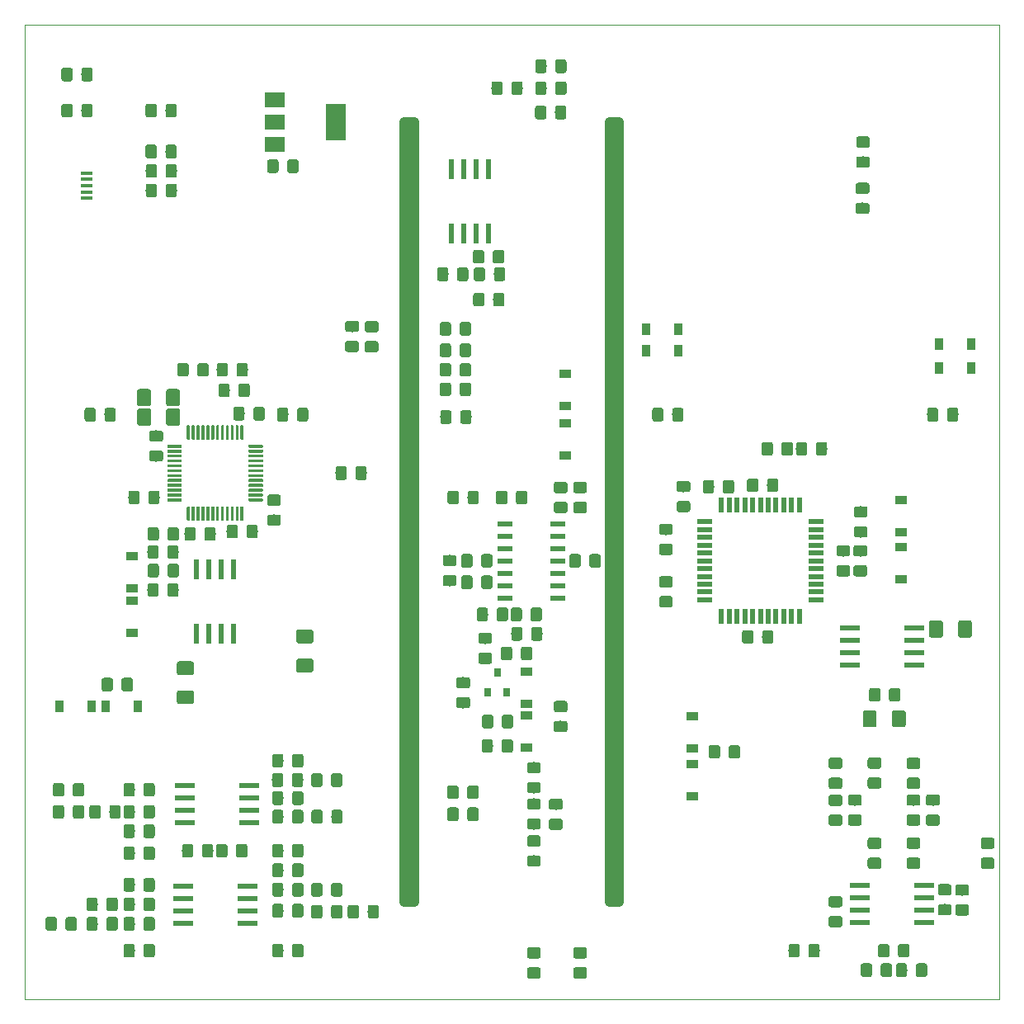
<source format=gbr>
%TF.GenerationSoftware,KiCad,Pcbnew,(5.1.0)-1*%
%TF.CreationDate,2019-05-31T13:03:56+02:00*%
%TF.ProjectId,KicadJE_uP_DAC,4b696361-644a-4455-9f75-505f4441432e,rev?*%
%TF.SameCoordinates,Original*%
%TF.FileFunction,Paste,Bot*%
%TF.FilePolarity,Positive*%
%FSLAX46Y46*%
G04 Gerber Fmt 4.6, Leading zero omitted, Abs format (unit mm)*
G04 Created by KiCad (PCBNEW (5.1.0)-1) date 2019-05-31 13:03:56*
%MOMM*%
%LPD*%
G04 APERTURE LIST*
%ADD10C,1.000000*%
%ADD11C,0.050000*%
%ADD12C,0.150000*%
%ADD13C,1.150000*%
%ADD14C,1.425000*%
%ADD15R,0.900000X1.200000*%
%ADD16R,1.200000X0.900000*%
%ADD17R,1.300000X0.450000*%
%ADD18R,1.500000X0.550000*%
%ADD19R,0.550000X1.500000*%
%ADD20R,2.000000X3.800000*%
%ADD21R,2.000000X1.500000*%
%ADD22C,0.300000*%
%ADD23R,2.000000X0.550000*%
%ADD24R,0.550000X2.000000*%
%ADD25R,1.500000X0.600000*%
%ADD26R,0.800000X0.900000*%
G04 APERTURE END LIST*
D10*
X89000000Y-60000000D02*
X90000000Y-60000000D01*
X110000000Y-60000000D02*
X111000000Y-60000000D01*
X110000000Y-140000000D02*
X111000000Y-140000000D01*
X89000000Y-140000000D02*
X90000000Y-140000000D01*
X110000000Y-60000000D02*
X110000000Y-140000000D01*
X111000000Y-60000000D02*
X111000000Y-140000000D01*
X90000000Y-60000000D02*
X90000000Y-140000000D01*
X89000000Y-60000000D02*
X89000000Y-140000000D01*
D11*
X50000000Y-150000000D02*
X50000000Y-50000000D01*
X150000000Y-150000000D02*
X50000000Y-150000000D01*
X150000000Y-50000000D02*
X150000000Y-150000000D01*
X50000000Y-50000000D02*
X150000000Y-50000000D01*
D12*
G36*
X134474505Y-103401204D02*
G01*
X134498773Y-103404804D01*
X134522572Y-103410765D01*
X134545671Y-103419030D01*
X134567850Y-103429520D01*
X134588893Y-103442132D01*
X134608599Y-103456747D01*
X134626777Y-103473223D01*
X134643253Y-103491401D01*
X134657868Y-103511107D01*
X134670480Y-103532150D01*
X134680970Y-103554329D01*
X134689235Y-103577428D01*
X134695196Y-103601227D01*
X134698796Y-103625495D01*
X134700000Y-103649999D01*
X134700000Y-104300001D01*
X134698796Y-104324505D01*
X134695196Y-104348773D01*
X134689235Y-104372572D01*
X134680970Y-104395671D01*
X134670480Y-104417850D01*
X134657868Y-104438893D01*
X134643253Y-104458599D01*
X134626777Y-104476777D01*
X134608599Y-104493253D01*
X134588893Y-104507868D01*
X134567850Y-104520480D01*
X134545671Y-104530970D01*
X134522572Y-104539235D01*
X134498773Y-104545196D01*
X134474505Y-104548796D01*
X134450001Y-104550000D01*
X133549999Y-104550000D01*
X133525495Y-104548796D01*
X133501227Y-104545196D01*
X133477428Y-104539235D01*
X133454329Y-104530970D01*
X133432150Y-104520480D01*
X133411107Y-104507868D01*
X133391401Y-104493253D01*
X133373223Y-104476777D01*
X133356747Y-104458599D01*
X133342132Y-104438893D01*
X133329520Y-104417850D01*
X133319030Y-104395671D01*
X133310765Y-104372572D01*
X133304804Y-104348773D01*
X133301204Y-104324505D01*
X133300000Y-104300001D01*
X133300000Y-103649999D01*
X133301204Y-103625495D01*
X133304804Y-103601227D01*
X133310765Y-103577428D01*
X133319030Y-103554329D01*
X133329520Y-103532150D01*
X133342132Y-103511107D01*
X133356747Y-103491401D01*
X133373223Y-103473223D01*
X133391401Y-103456747D01*
X133411107Y-103442132D01*
X133432150Y-103429520D01*
X133454329Y-103419030D01*
X133477428Y-103410765D01*
X133501227Y-103404804D01*
X133525495Y-103401204D01*
X133549999Y-103400000D01*
X134450001Y-103400000D01*
X134474505Y-103401204D01*
X134474505Y-103401204D01*
G37*
D13*
X134000000Y-103975000D03*
D12*
G36*
X134474505Y-105451204D02*
G01*
X134498773Y-105454804D01*
X134522572Y-105460765D01*
X134545671Y-105469030D01*
X134567850Y-105479520D01*
X134588893Y-105492132D01*
X134608599Y-105506747D01*
X134626777Y-105523223D01*
X134643253Y-105541401D01*
X134657868Y-105561107D01*
X134670480Y-105582150D01*
X134680970Y-105604329D01*
X134689235Y-105627428D01*
X134695196Y-105651227D01*
X134698796Y-105675495D01*
X134700000Y-105699999D01*
X134700000Y-106350001D01*
X134698796Y-106374505D01*
X134695196Y-106398773D01*
X134689235Y-106422572D01*
X134680970Y-106445671D01*
X134670480Y-106467850D01*
X134657868Y-106488893D01*
X134643253Y-106508599D01*
X134626777Y-106526777D01*
X134608599Y-106543253D01*
X134588893Y-106557868D01*
X134567850Y-106570480D01*
X134545671Y-106580970D01*
X134522572Y-106589235D01*
X134498773Y-106595196D01*
X134474505Y-106598796D01*
X134450001Y-106600000D01*
X133549999Y-106600000D01*
X133525495Y-106598796D01*
X133501227Y-106595196D01*
X133477428Y-106589235D01*
X133454329Y-106580970D01*
X133432150Y-106570480D01*
X133411107Y-106557868D01*
X133391401Y-106543253D01*
X133373223Y-106526777D01*
X133356747Y-106508599D01*
X133342132Y-106488893D01*
X133329520Y-106467850D01*
X133319030Y-106445671D01*
X133310765Y-106422572D01*
X133304804Y-106398773D01*
X133301204Y-106374505D01*
X133300000Y-106350001D01*
X133300000Y-105699999D01*
X133301204Y-105675495D01*
X133304804Y-105651227D01*
X133310765Y-105627428D01*
X133319030Y-105604329D01*
X133329520Y-105582150D01*
X133342132Y-105561107D01*
X133356747Y-105541401D01*
X133373223Y-105523223D01*
X133391401Y-105506747D01*
X133411107Y-105492132D01*
X133432150Y-105479520D01*
X133454329Y-105469030D01*
X133477428Y-105460765D01*
X133501227Y-105454804D01*
X133525495Y-105451204D01*
X133549999Y-105450000D01*
X134450001Y-105450000D01*
X134474505Y-105451204D01*
X134474505Y-105451204D01*
G37*
D13*
X134000000Y-106025000D03*
D12*
G36*
X141674505Y-135451204D02*
G01*
X141698773Y-135454804D01*
X141722572Y-135460765D01*
X141745671Y-135469030D01*
X141767850Y-135479520D01*
X141788893Y-135492132D01*
X141808599Y-135506747D01*
X141826777Y-135523223D01*
X141843253Y-135541401D01*
X141857868Y-135561107D01*
X141870480Y-135582150D01*
X141880970Y-135604329D01*
X141889235Y-135627428D01*
X141895196Y-135651227D01*
X141898796Y-135675495D01*
X141900000Y-135699999D01*
X141900000Y-136350001D01*
X141898796Y-136374505D01*
X141895196Y-136398773D01*
X141889235Y-136422572D01*
X141880970Y-136445671D01*
X141870480Y-136467850D01*
X141857868Y-136488893D01*
X141843253Y-136508599D01*
X141826777Y-136526777D01*
X141808599Y-136543253D01*
X141788893Y-136557868D01*
X141767850Y-136570480D01*
X141745671Y-136580970D01*
X141722572Y-136589235D01*
X141698773Y-136595196D01*
X141674505Y-136598796D01*
X141650001Y-136600000D01*
X140749999Y-136600000D01*
X140725495Y-136598796D01*
X140701227Y-136595196D01*
X140677428Y-136589235D01*
X140654329Y-136580970D01*
X140632150Y-136570480D01*
X140611107Y-136557868D01*
X140591401Y-136543253D01*
X140573223Y-136526777D01*
X140556747Y-136508599D01*
X140542132Y-136488893D01*
X140529520Y-136467850D01*
X140519030Y-136445671D01*
X140510765Y-136422572D01*
X140504804Y-136398773D01*
X140501204Y-136374505D01*
X140500000Y-136350001D01*
X140500000Y-135699999D01*
X140501204Y-135675495D01*
X140504804Y-135651227D01*
X140510765Y-135627428D01*
X140519030Y-135604329D01*
X140529520Y-135582150D01*
X140542132Y-135561107D01*
X140556747Y-135541401D01*
X140573223Y-135523223D01*
X140591401Y-135506747D01*
X140611107Y-135492132D01*
X140632150Y-135479520D01*
X140654329Y-135469030D01*
X140677428Y-135460765D01*
X140701227Y-135454804D01*
X140725495Y-135451204D01*
X140749999Y-135450000D01*
X141650001Y-135450000D01*
X141674505Y-135451204D01*
X141674505Y-135451204D01*
G37*
D13*
X141200000Y-136025000D03*
D12*
G36*
X141674505Y-133401204D02*
G01*
X141698773Y-133404804D01*
X141722572Y-133410765D01*
X141745671Y-133419030D01*
X141767850Y-133429520D01*
X141788893Y-133442132D01*
X141808599Y-133456747D01*
X141826777Y-133473223D01*
X141843253Y-133491401D01*
X141857868Y-133511107D01*
X141870480Y-133532150D01*
X141880970Y-133554329D01*
X141889235Y-133577428D01*
X141895196Y-133601227D01*
X141898796Y-133625495D01*
X141900000Y-133649999D01*
X141900000Y-134300001D01*
X141898796Y-134324505D01*
X141895196Y-134348773D01*
X141889235Y-134372572D01*
X141880970Y-134395671D01*
X141870480Y-134417850D01*
X141857868Y-134438893D01*
X141843253Y-134458599D01*
X141826777Y-134476777D01*
X141808599Y-134493253D01*
X141788893Y-134507868D01*
X141767850Y-134520480D01*
X141745671Y-134530970D01*
X141722572Y-134539235D01*
X141698773Y-134545196D01*
X141674505Y-134548796D01*
X141650001Y-134550000D01*
X140749999Y-134550000D01*
X140725495Y-134548796D01*
X140701227Y-134545196D01*
X140677428Y-134539235D01*
X140654329Y-134530970D01*
X140632150Y-134520480D01*
X140611107Y-134507868D01*
X140591401Y-134493253D01*
X140573223Y-134476777D01*
X140556747Y-134458599D01*
X140542132Y-134438893D01*
X140529520Y-134417850D01*
X140519030Y-134395671D01*
X140510765Y-134372572D01*
X140504804Y-134348773D01*
X140501204Y-134324505D01*
X140500000Y-134300001D01*
X140500000Y-133649999D01*
X140501204Y-133625495D01*
X140504804Y-133601227D01*
X140510765Y-133577428D01*
X140519030Y-133554329D01*
X140529520Y-133532150D01*
X140542132Y-133511107D01*
X140556747Y-133491401D01*
X140573223Y-133473223D01*
X140591401Y-133456747D01*
X140611107Y-133442132D01*
X140632150Y-133429520D01*
X140654329Y-133419030D01*
X140677428Y-133410765D01*
X140701227Y-133404804D01*
X140725495Y-133401204D01*
X140749999Y-133400000D01*
X141650001Y-133400000D01*
X141674505Y-133401204D01*
X141674505Y-133401204D01*
G37*
D13*
X141200000Y-133975000D03*
D12*
G36*
X137574505Y-118051204D02*
G01*
X137598773Y-118054804D01*
X137622572Y-118060765D01*
X137645671Y-118069030D01*
X137667850Y-118079520D01*
X137688893Y-118092132D01*
X137708599Y-118106747D01*
X137726777Y-118123223D01*
X137743253Y-118141401D01*
X137757868Y-118161107D01*
X137770480Y-118182150D01*
X137780970Y-118204329D01*
X137789235Y-118227428D01*
X137795196Y-118251227D01*
X137798796Y-118275495D01*
X137800000Y-118299999D01*
X137800000Y-119200001D01*
X137798796Y-119224505D01*
X137795196Y-119248773D01*
X137789235Y-119272572D01*
X137780970Y-119295671D01*
X137770480Y-119317850D01*
X137757868Y-119338893D01*
X137743253Y-119358599D01*
X137726777Y-119376777D01*
X137708599Y-119393253D01*
X137688893Y-119407868D01*
X137667850Y-119420480D01*
X137645671Y-119430970D01*
X137622572Y-119439235D01*
X137598773Y-119445196D01*
X137574505Y-119448796D01*
X137550001Y-119450000D01*
X136899999Y-119450000D01*
X136875495Y-119448796D01*
X136851227Y-119445196D01*
X136827428Y-119439235D01*
X136804329Y-119430970D01*
X136782150Y-119420480D01*
X136761107Y-119407868D01*
X136741401Y-119393253D01*
X136723223Y-119376777D01*
X136706747Y-119358599D01*
X136692132Y-119338893D01*
X136679520Y-119317850D01*
X136669030Y-119295671D01*
X136660765Y-119272572D01*
X136654804Y-119248773D01*
X136651204Y-119224505D01*
X136650000Y-119200001D01*
X136650000Y-118299999D01*
X136651204Y-118275495D01*
X136654804Y-118251227D01*
X136660765Y-118227428D01*
X136669030Y-118204329D01*
X136679520Y-118182150D01*
X136692132Y-118161107D01*
X136706747Y-118141401D01*
X136723223Y-118123223D01*
X136741401Y-118106747D01*
X136761107Y-118092132D01*
X136782150Y-118079520D01*
X136804329Y-118069030D01*
X136827428Y-118060765D01*
X136851227Y-118054804D01*
X136875495Y-118051204D01*
X136899999Y-118050000D01*
X137550001Y-118050000D01*
X137574505Y-118051204D01*
X137574505Y-118051204D01*
G37*
D13*
X137225000Y-118750000D03*
D12*
G36*
X139624505Y-118051204D02*
G01*
X139648773Y-118054804D01*
X139672572Y-118060765D01*
X139695671Y-118069030D01*
X139717850Y-118079520D01*
X139738893Y-118092132D01*
X139758599Y-118106747D01*
X139776777Y-118123223D01*
X139793253Y-118141401D01*
X139807868Y-118161107D01*
X139820480Y-118182150D01*
X139830970Y-118204329D01*
X139839235Y-118227428D01*
X139845196Y-118251227D01*
X139848796Y-118275495D01*
X139850000Y-118299999D01*
X139850000Y-119200001D01*
X139848796Y-119224505D01*
X139845196Y-119248773D01*
X139839235Y-119272572D01*
X139830970Y-119295671D01*
X139820480Y-119317850D01*
X139807868Y-119338893D01*
X139793253Y-119358599D01*
X139776777Y-119376777D01*
X139758599Y-119393253D01*
X139738893Y-119407868D01*
X139717850Y-119420480D01*
X139695671Y-119430970D01*
X139672572Y-119439235D01*
X139648773Y-119445196D01*
X139624505Y-119448796D01*
X139600001Y-119450000D01*
X138949999Y-119450000D01*
X138925495Y-119448796D01*
X138901227Y-119445196D01*
X138877428Y-119439235D01*
X138854329Y-119430970D01*
X138832150Y-119420480D01*
X138811107Y-119407868D01*
X138791401Y-119393253D01*
X138773223Y-119376777D01*
X138756747Y-119358599D01*
X138742132Y-119338893D01*
X138729520Y-119317850D01*
X138719030Y-119295671D01*
X138710765Y-119272572D01*
X138704804Y-119248773D01*
X138701204Y-119224505D01*
X138700000Y-119200001D01*
X138700000Y-118299999D01*
X138701204Y-118275495D01*
X138704804Y-118251227D01*
X138710765Y-118227428D01*
X138719030Y-118204329D01*
X138729520Y-118182150D01*
X138742132Y-118161107D01*
X138756747Y-118141401D01*
X138773223Y-118123223D01*
X138791401Y-118106747D01*
X138811107Y-118092132D01*
X138832150Y-118079520D01*
X138854329Y-118069030D01*
X138877428Y-118060765D01*
X138901227Y-118054804D01*
X138925495Y-118051204D01*
X138949999Y-118050000D01*
X139600001Y-118050000D01*
X139624505Y-118051204D01*
X139624505Y-118051204D01*
G37*
D13*
X139275000Y-118750000D03*
D12*
G36*
X137674505Y-133401204D02*
G01*
X137698773Y-133404804D01*
X137722572Y-133410765D01*
X137745671Y-133419030D01*
X137767850Y-133429520D01*
X137788893Y-133442132D01*
X137808599Y-133456747D01*
X137826777Y-133473223D01*
X137843253Y-133491401D01*
X137857868Y-133511107D01*
X137870480Y-133532150D01*
X137880970Y-133554329D01*
X137889235Y-133577428D01*
X137895196Y-133601227D01*
X137898796Y-133625495D01*
X137900000Y-133649999D01*
X137900000Y-134300001D01*
X137898796Y-134324505D01*
X137895196Y-134348773D01*
X137889235Y-134372572D01*
X137880970Y-134395671D01*
X137870480Y-134417850D01*
X137857868Y-134438893D01*
X137843253Y-134458599D01*
X137826777Y-134476777D01*
X137808599Y-134493253D01*
X137788893Y-134507868D01*
X137767850Y-134520480D01*
X137745671Y-134530970D01*
X137722572Y-134539235D01*
X137698773Y-134545196D01*
X137674505Y-134548796D01*
X137650001Y-134550000D01*
X136749999Y-134550000D01*
X136725495Y-134548796D01*
X136701227Y-134545196D01*
X136677428Y-134539235D01*
X136654329Y-134530970D01*
X136632150Y-134520480D01*
X136611107Y-134507868D01*
X136591401Y-134493253D01*
X136573223Y-134476777D01*
X136556747Y-134458599D01*
X136542132Y-134438893D01*
X136529520Y-134417850D01*
X136519030Y-134395671D01*
X136510765Y-134372572D01*
X136504804Y-134348773D01*
X136501204Y-134324505D01*
X136500000Y-134300001D01*
X136500000Y-133649999D01*
X136501204Y-133625495D01*
X136504804Y-133601227D01*
X136510765Y-133577428D01*
X136519030Y-133554329D01*
X136529520Y-133532150D01*
X136542132Y-133511107D01*
X136556747Y-133491401D01*
X136573223Y-133473223D01*
X136591401Y-133456747D01*
X136611107Y-133442132D01*
X136632150Y-133429520D01*
X136654329Y-133419030D01*
X136677428Y-133410765D01*
X136701227Y-133404804D01*
X136725495Y-133401204D01*
X136749999Y-133400000D01*
X137650001Y-133400000D01*
X137674505Y-133401204D01*
X137674505Y-133401204D01*
G37*
D13*
X137200000Y-133975000D03*
D12*
G36*
X137674505Y-135451204D02*
G01*
X137698773Y-135454804D01*
X137722572Y-135460765D01*
X137745671Y-135469030D01*
X137767850Y-135479520D01*
X137788893Y-135492132D01*
X137808599Y-135506747D01*
X137826777Y-135523223D01*
X137843253Y-135541401D01*
X137857868Y-135561107D01*
X137870480Y-135582150D01*
X137880970Y-135604329D01*
X137889235Y-135627428D01*
X137895196Y-135651227D01*
X137898796Y-135675495D01*
X137900000Y-135699999D01*
X137900000Y-136350001D01*
X137898796Y-136374505D01*
X137895196Y-136398773D01*
X137889235Y-136422572D01*
X137880970Y-136445671D01*
X137870480Y-136467850D01*
X137857868Y-136488893D01*
X137843253Y-136508599D01*
X137826777Y-136526777D01*
X137808599Y-136543253D01*
X137788893Y-136557868D01*
X137767850Y-136570480D01*
X137745671Y-136580970D01*
X137722572Y-136589235D01*
X137698773Y-136595196D01*
X137674505Y-136598796D01*
X137650001Y-136600000D01*
X136749999Y-136600000D01*
X136725495Y-136598796D01*
X136701227Y-136595196D01*
X136677428Y-136589235D01*
X136654329Y-136580970D01*
X136632150Y-136570480D01*
X136611107Y-136557868D01*
X136591401Y-136543253D01*
X136573223Y-136526777D01*
X136556747Y-136508599D01*
X136542132Y-136488893D01*
X136529520Y-136467850D01*
X136519030Y-136445671D01*
X136510765Y-136422572D01*
X136504804Y-136398773D01*
X136501204Y-136374505D01*
X136500000Y-136350001D01*
X136500000Y-135699999D01*
X136501204Y-135675495D01*
X136504804Y-135651227D01*
X136510765Y-135627428D01*
X136519030Y-135604329D01*
X136529520Y-135582150D01*
X136542132Y-135561107D01*
X136556747Y-135541401D01*
X136573223Y-135523223D01*
X136591401Y-135506747D01*
X136611107Y-135492132D01*
X136632150Y-135479520D01*
X136654329Y-135469030D01*
X136677428Y-135460765D01*
X136701227Y-135454804D01*
X136725495Y-135451204D01*
X136749999Y-135450000D01*
X137650001Y-135450000D01*
X137674505Y-135451204D01*
X137674505Y-135451204D01*
G37*
D13*
X137200000Y-136025000D03*
D12*
G36*
X133674505Y-141451204D02*
G01*
X133698773Y-141454804D01*
X133722572Y-141460765D01*
X133745671Y-141469030D01*
X133767850Y-141479520D01*
X133788893Y-141492132D01*
X133808599Y-141506747D01*
X133826777Y-141523223D01*
X133843253Y-141541401D01*
X133857868Y-141561107D01*
X133870480Y-141582150D01*
X133880970Y-141604329D01*
X133889235Y-141627428D01*
X133895196Y-141651227D01*
X133898796Y-141675495D01*
X133900000Y-141699999D01*
X133900000Y-142350001D01*
X133898796Y-142374505D01*
X133895196Y-142398773D01*
X133889235Y-142422572D01*
X133880970Y-142445671D01*
X133870480Y-142467850D01*
X133857868Y-142488893D01*
X133843253Y-142508599D01*
X133826777Y-142526777D01*
X133808599Y-142543253D01*
X133788893Y-142557868D01*
X133767850Y-142570480D01*
X133745671Y-142580970D01*
X133722572Y-142589235D01*
X133698773Y-142595196D01*
X133674505Y-142598796D01*
X133650001Y-142600000D01*
X132749999Y-142600000D01*
X132725495Y-142598796D01*
X132701227Y-142595196D01*
X132677428Y-142589235D01*
X132654329Y-142580970D01*
X132632150Y-142570480D01*
X132611107Y-142557868D01*
X132591401Y-142543253D01*
X132573223Y-142526777D01*
X132556747Y-142508599D01*
X132542132Y-142488893D01*
X132529520Y-142467850D01*
X132519030Y-142445671D01*
X132510765Y-142422572D01*
X132504804Y-142398773D01*
X132501204Y-142374505D01*
X132500000Y-142350001D01*
X132500000Y-141699999D01*
X132501204Y-141675495D01*
X132504804Y-141651227D01*
X132510765Y-141627428D01*
X132519030Y-141604329D01*
X132529520Y-141582150D01*
X132542132Y-141561107D01*
X132556747Y-141541401D01*
X132573223Y-141523223D01*
X132591401Y-141506747D01*
X132611107Y-141492132D01*
X132632150Y-141479520D01*
X132654329Y-141469030D01*
X132677428Y-141460765D01*
X132701227Y-141454804D01*
X132725495Y-141451204D01*
X132749999Y-141450000D01*
X133650001Y-141450000D01*
X133674505Y-141451204D01*
X133674505Y-141451204D01*
G37*
D13*
X133200000Y-142025000D03*
D12*
G36*
X133674505Y-139401204D02*
G01*
X133698773Y-139404804D01*
X133722572Y-139410765D01*
X133745671Y-139419030D01*
X133767850Y-139429520D01*
X133788893Y-139442132D01*
X133808599Y-139456747D01*
X133826777Y-139473223D01*
X133843253Y-139491401D01*
X133857868Y-139511107D01*
X133870480Y-139532150D01*
X133880970Y-139554329D01*
X133889235Y-139577428D01*
X133895196Y-139601227D01*
X133898796Y-139625495D01*
X133900000Y-139649999D01*
X133900000Y-140300001D01*
X133898796Y-140324505D01*
X133895196Y-140348773D01*
X133889235Y-140372572D01*
X133880970Y-140395671D01*
X133870480Y-140417850D01*
X133857868Y-140438893D01*
X133843253Y-140458599D01*
X133826777Y-140476777D01*
X133808599Y-140493253D01*
X133788893Y-140507868D01*
X133767850Y-140520480D01*
X133745671Y-140530970D01*
X133722572Y-140539235D01*
X133698773Y-140545196D01*
X133674505Y-140548796D01*
X133650001Y-140550000D01*
X132749999Y-140550000D01*
X132725495Y-140548796D01*
X132701227Y-140545196D01*
X132677428Y-140539235D01*
X132654329Y-140530970D01*
X132632150Y-140520480D01*
X132611107Y-140507868D01*
X132591401Y-140493253D01*
X132573223Y-140476777D01*
X132556747Y-140458599D01*
X132542132Y-140438893D01*
X132529520Y-140417850D01*
X132519030Y-140395671D01*
X132510765Y-140372572D01*
X132504804Y-140348773D01*
X132501204Y-140324505D01*
X132500000Y-140300001D01*
X132500000Y-139649999D01*
X132501204Y-139625495D01*
X132504804Y-139601227D01*
X132510765Y-139577428D01*
X132519030Y-139554329D01*
X132529520Y-139532150D01*
X132542132Y-139511107D01*
X132556747Y-139491401D01*
X132573223Y-139473223D01*
X132591401Y-139456747D01*
X132611107Y-139442132D01*
X132632150Y-139429520D01*
X132654329Y-139419030D01*
X132677428Y-139410765D01*
X132701227Y-139404804D01*
X132725495Y-139401204D01*
X132749999Y-139400000D01*
X133650001Y-139400000D01*
X133674505Y-139401204D01*
X133674505Y-139401204D01*
G37*
D13*
X133200000Y-139975000D03*
D12*
G36*
X137199504Y-120326204D02*
G01*
X137223773Y-120329804D01*
X137247571Y-120335765D01*
X137270671Y-120344030D01*
X137292849Y-120354520D01*
X137313893Y-120367133D01*
X137333598Y-120381747D01*
X137351777Y-120398223D01*
X137368253Y-120416402D01*
X137382867Y-120436107D01*
X137395480Y-120457151D01*
X137405970Y-120479329D01*
X137414235Y-120502429D01*
X137420196Y-120526227D01*
X137423796Y-120550496D01*
X137425000Y-120575000D01*
X137425000Y-121825000D01*
X137423796Y-121849504D01*
X137420196Y-121873773D01*
X137414235Y-121897571D01*
X137405970Y-121920671D01*
X137395480Y-121942849D01*
X137382867Y-121963893D01*
X137368253Y-121983598D01*
X137351777Y-122001777D01*
X137333598Y-122018253D01*
X137313893Y-122032867D01*
X137292849Y-122045480D01*
X137270671Y-122055970D01*
X137247571Y-122064235D01*
X137223773Y-122070196D01*
X137199504Y-122073796D01*
X137175000Y-122075000D01*
X136250000Y-122075000D01*
X136225496Y-122073796D01*
X136201227Y-122070196D01*
X136177429Y-122064235D01*
X136154329Y-122055970D01*
X136132151Y-122045480D01*
X136111107Y-122032867D01*
X136091402Y-122018253D01*
X136073223Y-122001777D01*
X136056747Y-121983598D01*
X136042133Y-121963893D01*
X136029520Y-121942849D01*
X136019030Y-121920671D01*
X136010765Y-121897571D01*
X136004804Y-121873773D01*
X136001204Y-121849504D01*
X136000000Y-121825000D01*
X136000000Y-120575000D01*
X136001204Y-120550496D01*
X136004804Y-120526227D01*
X136010765Y-120502429D01*
X136019030Y-120479329D01*
X136029520Y-120457151D01*
X136042133Y-120436107D01*
X136056747Y-120416402D01*
X136073223Y-120398223D01*
X136091402Y-120381747D01*
X136111107Y-120367133D01*
X136132151Y-120354520D01*
X136154329Y-120344030D01*
X136177429Y-120335765D01*
X136201227Y-120329804D01*
X136225496Y-120326204D01*
X136250000Y-120325000D01*
X137175000Y-120325000D01*
X137199504Y-120326204D01*
X137199504Y-120326204D01*
G37*
D14*
X136712500Y-121200000D03*
D12*
G36*
X140174504Y-120326204D02*
G01*
X140198773Y-120329804D01*
X140222571Y-120335765D01*
X140245671Y-120344030D01*
X140267849Y-120354520D01*
X140288893Y-120367133D01*
X140308598Y-120381747D01*
X140326777Y-120398223D01*
X140343253Y-120416402D01*
X140357867Y-120436107D01*
X140370480Y-120457151D01*
X140380970Y-120479329D01*
X140389235Y-120502429D01*
X140395196Y-120526227D01*
X140398796Y-120550496D01*
X140400000Y-120575000D01*
X140400000Y-121825000D01*
X140398796Y-121849504D01*
X140395196Y-121873773D01*
X140389235Y-121897571D01*
X140380970Y-121920671D01*
X140370480Y-121942849D01*
X140357867Y-121963893D01*
X140343253Y-121983598D01*
X140326777Y-122001777D01*
X140308598Y-122018253D01*
X140288893Y-122032867D01*
X140267849Y-122045480D01*
X140245671Y-122055970D01*
X140222571Y-122064235D01*
X140198773Y-122070196D01*
X140174504Y-122073796D01*
X140150000Y-122075000D01*
X139225000Y-122075000D01*
X139200496Y-122073796D01*
X139176227Y-122070196D01*
X139152429Y-122064235D01*
X139129329Y-122055970D01*
X139107151Y-122045480D01*
X139086107Y-122032867D01*
X139066402Y-122018253D01*
X139048223Y-122001777D01*
X139031747Y-121983598D01*
X139017133Y-121963893D01*
X139004520Y-121942849D01*
X138994030Y-121920671D01*
X138985765Y-121897571D01*
X138979804Y-121873773D01*
X138976204Y-121849504D01*
X138975000Y-121825000D01*
X138975000Y-120575000D01*
X138976204Y-120550496D01*
X138979804Y-120526227D01*
X138985765Y-120502429D01*
X138994030Y-120479329D01*
X139004520Y-120457151D01*
X139017133Y-120436107D01*
X139031747Y-120416402D01*
X139048223Y-120398223D01*
X139066402Y-120381747D01*
X139086107Y-120367133D01*
X139107151Y-120354520D01*
X139129329Y-120344030D01*
X139152429Y-120335765D01*
X139176227Y-120329804D01*
X139200496Y-120326204D01*
X139225000Y-120325000D01*
X140150000Y-120325000D01*
X140174504Y-120326204D01*
X140174504Y-120326204D01*
G37*
D14*
X139687500Y-121200000D03*
D12*
G36*
X135674505Y-131026204D02*
G01*
X135698773Y-131029804D01*
X135722572Y-131035765D01*
X135745671Y-131044030D01*
X135767850Y-131054520D01*
X135788893Y-131067132D01*
X135808599Y-131081747D01*
X135826777Y-131098223D01*
X135843253Y-131116401D01*
X135857868Y-131136107D01*
X135870480Y-131157150D01*
X135880970Y-131179329D01*
X135889235Y-131202428D01*
X135895196Y-131226227D01*
X135898796Y-131250495D01*
X135900000Y-131274999D01*
X135900000Y-131925001D01*
X135898796Y-131949505D01*
X135895196Y-131973773D01*
X135889235Y-131997572D01*
X135880970Y-132020671D01*
X135870480Y-132042850D01*
X135857868Y-132063893D01*
X135843253Y-132083599D01*
X135826777Y-132101777D01*
X135808599Y-132118253D01*
X135788893Y-132132868D01*
X135767850Y-132145480D01*
X135745671Y-132155970D01*
X135722572Y-132164235D01*
X135698773Y-132170196D01*
X135674505Y-132173796D01*
X135650001Y-132175000D01*
X134749999Y-132175000D01*
X134725495Y-132173796D01*
X134701227Y-132170196D01*
X134677428Y-132164235D01*
X134654329Y-132155970D01*
X134632150Y-132145480D01*
X134611107Y-132132868D01*
X134591401Y-132118253D01*
X134573223Y-132101777D01*
X134556747Y-132083599D01*
X134542132Y-132063893D01*
X134529520Y-132042850D01*
X134519030Y-132020671D01*
X134510765Y-131997572D01*
X134504804Y-131973773D01*
X134501204Y-131949505D01*
X134500000Y-131925001D01*
X134500000Y-131274999D01*
X134501204Y-131250495D01*
X134504804Y-131226227D01*
X134510765Y-131202428D01*
X134519030Y-131179329D01*
X134529520Y-131157150D01*
X134542132Y-131136107D01*
X134556747Y-131116401D01*
X134573223Y-131098223D01*
X134591401Y-131081747D01*
X134611107Y-131067132D01*
X134632150Y-131054520D01*
X134654329Y-131044030D01*
X134677428Y-131035765D01*
X134701227Y-131029804D01*
X134725495Y-131026204D01*
X134749999Y-131025000D01*
X135650001Y-131025000D01*
X135674505Y-131026204D01*
X135674505Y-131026204D01*
G37*
D13*
X135200000Y-131600000D03*
D12*
G36*
X135674505Y-128976204D02*
G01*
X135698773Y-128979804D01*
X135722572Y-128985765D01*
X135745671Y-128994030D01*
X135767850Y-129004520D01*
X135788893Y-129017132D01*
X135808599Y-129031747D01*
X135826777Y-129048223D01*
X135843253Y-129066401D01*
X135857868Y-129086107D01*
X135870480Y-129107150D01*
X135880970Y-129129329D01*
X135889235Y-129152428D01*
X135895196Y-129176227D01*
X135898796Y-129200495D01*
X135900000Y-129224999D01*
X135900000Y-129875001D01*
X135898796Y-129899505D01*
X135895196Y-129923773D01*
X135889235Y-129947572D01*
X135880970Y-129970671D01*
X135870480Y-129992850D01*
X135857868Y-130013893D01*
X135843253Y-130033599D01*
X135826777Y-130051777D01*
X135808599Y-130068253D01*
X135788893Y-130082868D01*
X135767850Y-130095480D01*
X135745671Y-130105970D01*
X135722572Y-130114235D01*
X135698773Y-130120196D01*
X135674505Y-130123796D01*
X135650001Y-130125000D01*
X134749999Y-130125000D01*
X134725495Y-130123796D01*
X134701227Y-130120196D01*
X134677428Y-130114235D01*
X134654329Y-130105970D01*
X134632150Y-130095480D01*
X134611107Y-130082868D01*
X134591401Y-130068253D01*
X134573223Y-130051777D01*
X134556747Y-130033599D01*
X134542132Y-130013893D01*
X134529520Y-129992850D01*
X134519030Y-129970671D01*
X134510765Y-129947572D01*
X134504804Y-129923773D01*
X134501204Y-129899505D01*
X134500000Y-129875001D01*
X134500000Y-129224999D01*
X134501204Y-129200495D01*
X134504804Y-129176227D01*
X134510765Y-129152428D01*
X134519030Y-129129329D01*
X134529520Y-129107150D01*
X134542132Y-129086107D01*
X134556747Y-129066401D01*
X134573223Y-129048223D01*
X134591401Y-129031747D01*
X134611107Y-129017132D01*
X134632150Y-129004520D01*
X134654329Y-128994030D01*
X134677428Y-128985765D01*
X134701227Y-128979804D01*
X134725495Y-128976204D01*
X134749999Y-128975000D01*
X135650001Y-128975000D01*
X135674505Y-128976204D01*
X135674505Y-128976204D01*
G37*
D13*
X135200000Y-129550000D03*
D12*
G36*
X144874505Y-140226204D02*
G01*
X144898773Y-140229804D01*
X144922572Y-140235765D01*
X144945671Y-140244030D01*
X144967850Y-140254520D01*
X144988893Y-140267132D01*
X145008599Y-140281747D01*
X145026777Y-140298223D01*
X145043253Y-140316401D01*
X145057868Y-140336107D01*
X145070480Y-140357150D01*
X145080970Y-140379329D01*
X145089235Y-140402428D01*
X145095196Y-140426227D01*
X145098796Y-140450495D01*
X145100000Y-140474999D01*
X145100000Y-141125001D01*
X145098796Y-141149505D01*
X145095196Y-141173773D01*
X145089235Y-141197572D01*
X145080970Y-141220671D01*
X145070480Y-141242850D01*
X145057868Y-141263893D01*
X145043253Y-141283599D01*
X145026777Y-141301777D01*
X145008599Y-141318253D01*
X144988893Y-141332868D01*
X144967850Y-141345480D01*
X144945671Y-141355970D01*
X144922572Y-141364235D01*
X144898773Y-141370196D01*
X144874505Y-141373796D01*
X144850001Y-141375000D01*
X143949999Y-141375000D01*
X143925495Y-141373796D01*
X143901227Y-141370196D01*
X143877428Y-141364235D01*
X143854329Y-141355970D01*
X143832150Y-141345480D01*
X143811107Y-141332868D01*
X143791401Y-141318253D01*
X143773223Y-141301777D01*
X143756747Y-141283599D01*
X143742132Y-141263893D01*
X143729520Y-141242850D01*
X143719030Y-141220671D01*
X143710765Y-141197572D01*
X143704804Y-141173773D01*
X143701204Y-141149505D01*
X143700000Y-141125001D01*
X143700000Y-140474999D01*
X143701204Y-140450495D01*
X143704804Y-140426227D01*
X143710765Y-140402428D01*
X143719030Y-140379329D01*
X143729520Y-140357150D01*
X143742132Y-140336107D01*
X143756747Y-140316401D01*
X143773223Y-140298223D01*
X143791401Y-140281747D01*
X143811107Y-140267132D01*
X143832150Y-140254520D01*
X143854329Y-140244030D01*
X143877428Y-140235765D01*
X143901227Y-140229804D01*
X143925495Y-140226204D01*
X143949999Y-140225000D01*
X144850001Y-140225000D01*
X144874505Y-140226204D01*
X144874505Y-140226204D01*
G37*
D13*
X144400000Y-140800000D03*
D12*
G36*
X144874505Y-138176204D02*
G01*
X144898773Y-138179804D01*
X144922572Y-138185765D01*
X144945671Y-138194030D01*
X144967850Y-138204520D01*
X144988893Y-138217132D01*
X145008599Y-138231747D01*
X145026777Y-138248223D01*
X145043253Y-138266401D01*
X145057868Y-138286107D01*
X145070480Y-138307150D01*
X145080970Y-138329329D01*
X145089235Y-138352428D01*
X145095196Y-138376227D01*
X145098796Y-138400495D01*
X145100000Y-138424999D01*
X145100000Y-139075001D01*
X145098796Y-139099505D01*
X145095196Y-139123773D01*
X145089235Y-139147572D01*
X145080970Y-139170671D01*
X145070480Y-139192850D01*
X145057868Y-139213893D01*
X145043253Y-139233599D01*
X145026777Y-139251777D01*
X145008599Y-139268253D01*
X144988893Y-139282868D01*
X144967850Y-139295480D01*
X144945671Y-139305970D01*
X144922572Y-139314235D01*
X144898773Y-139320196D01*
X144874505Y-139323796D01*
X144850001Y-139325000D01*
X143949999Y-139325000D01*
X143925495Y-139323796D01*
X143901227Y-139320196D01*
X143877428Y-139314235D01*
X143854329Y-139305970D01*
X143832150Y-139295480D01*
X143811107Y-139282868D01*
X143791401Y-139268253D01*
X143773223Y-139251777D01*
X143756747Y-139233599D01*
X143742132Y-139213893D01*
X143729520Y-139192850D01*
X143719030Y-139170671D01*
X143710765Y-139147572D01*
X143704804Y-139123773D01*
X143701204Y-139099505D01*
X143700000Y-139075001D01*
X143700000Y-138424999D01*
X143701204Y-138400495D01*
X143704804Y-138376227D01*
X143710765Y-138352428D01*
X143719030Y-138329329D01*
X143729520Y-138307150D01*
X143742132Y-138286107D01*
X143756747Y-138266401D01*
X143773223Y-138248223D01*
X143791401Y-138231747D01*
X143811107Y-138217132D01*
X143832150Y-138204520D01*
X143854329Y-138194030D01*
X143877428Y-138185765D01*
X143901227Y-138179804D01*
X143925495Y-138176204D01*
X143949999Y-138175000D01*
X144850001Y-138175000D01*
X144874505Y-138176204D01*
X144874505Y-138176204D01*
G37*
D13*
X144400000Y-138750000D03*
D12*
G36*
X143999504Y-111126204D02*
G01*
X144023773Y-111129804D01*
X144047571Y-111135765D01*
X144070671Y-111144030D01*
X144092849Y-111154520D01*
X144113893Y-111167133D01*
X144133598Y-111181747D01*
X144151777Y-111198223D01*
X144168253Y-111216402D01*
X144182867Y-111236107D01*
X144195480Y-111257151D01*
X144205970Y-111279329D01*
X144214235Y-111302429D01*
X144220196Y-111326227D01*
X144223796Y-111350496D01*
X144225000Y-111375000D01*
X144225000Y-112625000D01*
X144223796Y-112649504D01*
X144220196Y-112673773D01*
X144214235Y-112697571D01*
X144205970Y-112720671D01*
X144195480Y-112742849D01*
X144182867Y-112763893D01*
X144168253Y-112783598D01*
X144151777Y-112801777D01*
X144133598Y-112818253D01*
X144113893Y-112832867D01*
X144092849Y-112845480D01*
X144070671Y-112855970D01*
X144047571Y-112864235D01*
X144023773Y-112870196D01*
X143999504Y-112873796D01*
X143975000Y-112875000D01*
X143050000Y-112875000D01*
X143025496Y-112873796D01*
X143001227Y-112870196D01*
X142977429Y-112864235D01*
X142954329Y-112855970D01*
X142932151Y-112845480D01*
X142911107Y-112832867D01*
X142891402Y-112818253D01*
X142873223Y-112801777D01*
X142856747Y-112783598D01*
X142842133Y-112763893D01*
X142829520Y-112742849D01*
X142819030Y-112720671D01*
X142810765Y-112697571D01*
X142804804Y-112673773D01*
X142801204Y-112649504D01*
X142800000Y-112625000D01*
X142800000Y-111375000D01*
X142801204Y-111350496D01*
X142804804Y-111326227D01*
X142810765Y-111302429D01*
X142819030Y-111279329D01*
X142829520Y-111257151D01*
X142842133Y-111236107D01*
X142856747Y-111216402D01*
X142873223Y-111198223D01*
X142891402Y-111181747D01*
X142911107Y-111167133D01*
X142932151Y-111154520D01*
X142954329Y-111144030D01*
X142977429Y-111135765D01*
X143001227Y-111129804D01*
X143025496Y-111126204D01*
X143050000Y-111125000D01*
X143975000Y-111125000D01*
X143999504Y-111126204D01*
X143999504Y-111126204D01*
G37*
D14*
X143512500Y-112000000D03*
D12*
G36*
X146974504Y-111126204D02*
G01*
X146998773Y-111129804D01*
X147022571Y-111135765D01*
X147045671Y-111144030D01*
X147067849Y-111154520D01*
X147088893Y-111167133D01*
X147108598Y-111181747D01*
X147126777Y-111198223D01*
X147143253Y-111216402D01*
X147157867Y-111236107D01*
X147170480Y-111257151D01*
X147180970Y-111279329D01*
X147189235Y-111302429D01*
X147195196Y-111326227D01*
X147198796Y-111350496D01*
X147200000Y-111375000D01*
X147200000Y-112625000D01*
X147198796Y-112649504D01*
X147195196Y-112673773D01*
X147189235Y-112697571D01*
X147180970Y-112720671D01*
X147170480Y-112742849D01*
X147157867Y-112763893D01*
X147143253Y-112783598D01*
X147126777Y-112801777D01*
X147108598Y-112818253D01*
X147088893Y-112832867D01*
X147067849Y-112845480D01*
X147045671Y-112855970D01*
X147022571Y-112864235D01*
X146998773Y-112870196D01*
X146974504Y-112873796D01*
X146950000Y-112875000D01*
X146025000Y-112875000D01*
X146000496Y-112873796D01*
X145976227Y-112870196D01*
X145952429Y-112864235D01*
X145929329Y-112855970D01*
X145907151Y-112845480D01*
X145886107Y-112832867D01*
X145866402Y-112818253D01*
X145848223Y-112801777D01*
X145831747Y-112783598D01*
X145817133Y-112763893D01*
X145804520Y-112742849D01*
X145794030Y-112720671D01*
X145785765Y-112697571D01*
X145779804Y-112673773D01*
X145776204Y-112649504D01*
X145775000Y-112625000D01*
X145775000Y-111375000D01*
X145776204Y-111350496D01*
X145779804Y-111326227D01*
X145785765Y-111302429D01*
X145794030Y-111279329D01*
X145804520Y-111257151D01*
X145817133Y-111236107D01*
X145831747Y-111216402D01*
X145848223Y-111198223D01*
X145866402Y-111181747D01*
X145886107Y-111167133D01*
X145907151Y-111154520D01*
X145929329Y-111144030D01*
X145952429Y-111135765D01*
X145976227Y-111129804D01*
X146000496Y-111126204D01*
X146025000Y-111125000D01*
X146950000Y-111125000D01*
X146974504Y-111126204D01*
X146974504Y-111126204D01*
G37*
D14*
X146487500Y-112000000D03*
D12*
G36*
X143674505Y-131026204D02*
G01*
X143698773Y-131029804D01*
X143722572Y-131035765D01*
X143745671Y-131044030D01*
X143767850Y-131054520D01*
X143788893Y-131067132D01*
X143808599Y-131081747D01*
X143826777Y-131098223D01*
X143843253Y-131116401D01*
X143857868Y-131136107D01*
X143870480Y-131157150D01*
X143880970Y-131179329D01*
X143889235Y-131202428D01*
X143895196Y-131226227D01*
X143898796Y-131250495D01*
X143900000Y-131274999D01*
X143900000Y-131925001D01*
X143898796Y-131949505D01*
X143895196Y-131973773D01*
X143889235Y-131997572D01*
X143880970Y-132020671D01*
X143870480Y-132042850D01*
X143857868Y-132063893D01*
X143843253Y-132083599D01*
X143826777Y-132101777D01*
X143808599Y-132118253D01*
X143788893Y-132132868D01*
X143767850Y-132145480D01*
X143745671Y-132155970D01*
X143722572Y-132164235D01*
X143698773Y-132170196D01*
X143674505Y-132173796D01*
X143650001Y-132175000D01*
X142749999Y-132175000D01*
X142725495Y-132173796D01*
X142701227Y-132170196D01*
X142677428Y-132164235D01*
X142654329Y-132155970D01*
X142632150Y-132145480D01*
X142611107Y-132132868D01*
X142591401Y-132118253D01*
X142573223Y-132101777D01*
X142556747Y-132083599D01*
X142542132Y-132063893D01*
X142529520Y-132042850D01*
X142519030Y-132020671D01*
X142510765Y-131997572D01*
X142504804Y-131973773D01*
X142501204Y-131949505D01*
X142500000Y-131925001D01*
X142500000Y-131274999D01*
X142501204Y-131250495D01*
X142504804Y-131226227D01*
X142510765Y-131202428D01*
X142519030Y-131179329D01*
X142529520Y-131157150D01*
X142542132Y-131136107D01*
X142556747Y-131116401D01*
X142573223Y-131098223D01*
X142591401Y-131081747D01*
X142611107Y-131067132D01*
X142632150Y-131054520D01*
X142654329Y-131044030D01*
X142677428Y-131035765D01*
X142701227Y-131029804D01*
X142725495Y-131026204D01*
X142749999Y-131025000D01*
X143650001Y-131025000D01*
X143674505Y-131026204D01*
X143674505Y-131026204D01*
G37*
D13*
X143200000Y-131600000D03*
D12*
G36*
X143674505Y-128976204D02*
G01*
X143698773Y-128979804D01*
X143722572Y-128985765D01*
X143745671Y-128994030D01*
X143767850Y-129004520D01*
X143788893Y-129017132D01*
X143808599Y-129031747D01*
X143826777Y-129048223D01*
X143843253Y-129066401D01*
X143857868Y-129086107D01*
X143870480Y-129107150D01*
X143880970Y-129129329D01*
X143889235Y-129152428D01*
X143895196Y-129176227D01*
X143898796Y-129200495D01*
X143900000Y-129224999D01*
X143900000Y-129875001D01*
X143898796Y-129899505D01*
X143895196Y-129923773D01*
X143889235Y-129947572D01*
X143880970Y-129970671D01*
X143870480Y-129992850D01*
X143857868Y-130013893D01*
X143843253Y-130033599D01*
X143826777Y-130051777D01*
X143808599Y-130068253D01*
X143788893Y-130082868D01*
X143767850Y-130095480D01*
X143745671Y-130105970D01*
X143722572Y-130114235D01*
X143698773Y-130120196D01*
X143674505Y-130123796D01*
X143650001Y-130125000D01*
X142749999Y-130125000D01*
X142725495Y-130123796D01*
X142701227Y-130120196D01*
X142677428Y-130114235D01*
X142654329Y-130105970D01*
X142632150Y-130095480D01*
X142611107Y-130082868D01*
X142591401Y-130068253D01*
X142573223Y-130051777D01*
X142556747Y-130033599D01*
X142542132Y-130013893D01*
X142529520Y-129992850D01*
X142519030Y-129970671D01*
X142510765Y-129947572D01*
X142504804Y-129923773D01*
X142501204Y-129899505D01*
X142500000Y-129875001D01*
X142500000Y-129224999D01*
X142501204Y-129200495D01*
X142504804Y-129176227D01*
X142510765Y-129152428D01*
X142519030Y-129129329D01*
X142529520Y-129107150D01*
X142542132Y-129086107D01*
X142556747Y-129066401D01*
X142573223Y-129048223D01*
X142591401Y-129031747D01*
X142611107Y-129017132D01*
X142632150Y-129004520D01*
X142654329Y-128994030D01*
X142677428Y-128985765D01*
X142701227Y-128979804D01*
X142725495Y-128976204D01*
X142749999Y-128975000D01*
X143650001Y-128975000D01*
X143674505Y-128976204D01*
X143674505Y-128976204D01*
G37*
D13*
X143200000Y-129550000D03*
D12*
G36*
X118074505Y-96801204D02*
G01*
X118098773Y-96804804D01*
X118122572Y-96810765D01*
X118145671Y-96819030D01*
X118167850Y-96829520D01*
X118188893Y-96842132D01*
X118208599Y-96856747D01*
X118226777Y-96873223D01*
X118243253Y-96891401D01*
X118257868Y-96911107D01*
X118270480Y-96932150D01*
X118280970Y-96954329D01*
X118289235Y-96977428D01*
X118295196Y-97001227D01*
X118298796Y-97025495D01*
X118300000Y-97049999D01*
X118300000Y-97700001D01*
X118298796Y-97724505D01*
X118295196Y-97748773D01*
X118289235Y-97772572D01*
X118280970Y-97795671D01*
X118270480Y-97817850D01*
X118257868Y-97838893D01*
X118243253Y-97858599D01*
X118226777Y-97876777D01*
X118208599Y-97893253D01*
X118188893Y-97907868D01*
X118167850Y-97920480D01*
X118145671Y-97930970D01*
X118122572Y-97939235D01*
X118098773Y-97945196D01*
X118074505Y-97948796D01*
X118050001Y-97950000D01*
X117149999Y-97950000D01*
X117125495Y-97948796D01*
X117101227Y-97945196D01*
X117077428Y-97939235D01*
X117054329Y-97930970D01*
X117032150Y-97920480D01*
X117011107Y-97907868D01*
X116991401Y-97893253D01*
X116973223Y-97876777D01*
X116956747Y-97858599D01*
X116942132Y-97838893D01*
X116929520Y-97817850D01*
X116919030Y-97795671D01*
X116910765Y-97772572D01*
X116904804Y-97748773D01*
X116901204Y-97724505D01*
X116900000Y-97700001D01*
X116900000Y-97049999D01*
X116901204Y-97025495D01*
X116904804Y-97001227D01*
X116910765Y-96977428D01*
X116919030Y-96954329D01*
X116929520Y-96932150D01*
X116942132Y-96911107D01*
X116956747Y-96891401D01*
X116973223Y-96873223D01*
X116991401Y-96856747D01*
X117011107Y-96842132D01*
X117032150Y-96829520D01*
X117054329Y-96819030D01*
X117077428Y-96810765D01*
X117101227Y-96804804D01*
X117125495Y-96801204D01*
X117149999Y-96800000D01*
X118050001Y-96800000D01*
X118074505Y-96801204D01*
X118074505Y-96801204D01*
G37*
D13*
X117600000Y-97375000D03*
D12*
G36*
X118074505Y-98851204D02*
G01*
X118098773Y-98854804D01*
X118122572Y-98860765D01*
X118145671Y-98869030D01*
X118167850Y-98879520D01*
X118188893Y-98892132D01*
X118208599Y-98906747D01*
X118226777Y-98923223D01*
X118243253Y-98941401D01*
X118257868Y-98961107D01*
X118270480Y-98982150D01*
X118280970Y-99004329D01*
X118289235Y-99027428D01*
X118295196Y-99051227D01*
X118298796Y-99075495D01*
X118300000Y-99099999D01*
X118300000Y-99750001D01*
X118298796Y-99774505D01*
X118295196Y-99798773D01*
X118289235Y-99822572D01*
X118280970Y-99845671D01*
X118270480Y-99867850D01*
X118257868Y-99888893D01*
X118243253Y-99908599D01*
X118226777Y-99926777D01*
X118208599Y-99943253D01*
X118188893Y-99957868D01*
X118167850Y-99970480D01*
X118145671Y-99980970D01*
X118122572Y-99989235D01*
X118098773Y-99995196D01*
X118074505Y-99998796D01*
X118050001Y-100000000D01*
X117149999Y-100000000D01*
X117125495Y-99998796D01*
X117101227Y-99995196D01*
X117077428Y-99989235D01*
X117054329Y-99980970D01*
X117032150Y-99970480D01*
X117011107Y-99957868D01*
X116991401Y-99943253D01*
X116973223Y-99926777D01*
X116956747Y-99908599D01*
X116942132Y-99888893D01*
X116929520Y-99867850D01*
X116919030Y-99845671D01*
X116910765Y-99822572D01*
X116904804Y-99798773D01*
X116901204Y-99774505D01*
X116900000Y-99750001D01*
X116900000Y-99099999D01*
X116901204Y-99075495D01*
X116904804Y-99051227D01*
X116910765Y-99027428D01*
X116919030Y-99004329D01*
X116929520Y-98982150D01*
X116942132Y-98961107D01*
X116956747Y-98941401D01*
X116973223Y-98923223D01*
X116991401Y-98906747D01*
X117011107Y-98892132D01*
X117032150Y-98879520D01*
X117054329Y-98869030D01*
X117077428Y-98860765D01*
X117101227Y-98854804D01*
X117125495Y-98851204D01*
X117149999Y-98850000D01*
X118050001Y-98850000D01*
X118074505Y-98851204D01*
X118074505Y-98851204D01*
G37*
D13*
X117600000Y-99425000D03*
D12*
G36*
X126599505Y-112101204D02*
G01*
X126623773Y-112104804D01*
X126647572Y-112110765D01*
X126670671Y-112119030D01*
X126692850Y-112129520D01*
X126713893Y-112142132D01*
X126733599Y-112156747D01*
X126751777Y-112173223D01*
X126768253Y-112191401D01*
X126782868Y-112211107D01*
X126795480Y-112232150D01*
X126805970Y-112254329D01*
X126814235Y-112277428D01*
X126820196Y-112301227D01*
X126823796Y-112325495D01*
X126825000Y-112349999D01*
X126825000Y-113250001D01*
X126823796Y-113274505D01*
X126820196Y-113298773D01*
X126814235Y-113322572D01*
X126805970Y-113345671D01*
X126795480Y-113367850D01*
X126782868Y-113388893D01*
X126768253Y-113408599D01*
X126751777Y-113426777D01*
X126733599Y-113443253D01*
X126713893Y-113457868D01*
X126692850Y-113470480D01*
X126670671Y-113480970D01*
X126647572Y-113489235D01*
X126623773Y-113495196D01*
X126599505Y-113498796D01*
X126575001Y-113500000D01*
X125924999Y-113500000D01*
X125900495Y-113498796D01*
X125876227Y-113495196D01*
X125852428Y-113489235D01*
X125829329Y-113480970D01*
X125807150Y-113470480D01*
X125786107Y-113457868D01*
X125766401Y-113443253D01*
X125748223Y-113426777D01*
X125731747Y-113408599D01*
X125717132Y-113388893D01*
X125704520Y-113367850D01*
X125694030Y-113345671D01*
X125685765Y-113322572D01*
X125679804Y-113298773D01*
X125676204Y-113274505D01*
X125675000Y-113250001D01*
X125675000Y-112349999D01*
X125676204Y-112325495D01*
X125679804Y-112301227D01*
X125685765Y-112277428D01*
X125694030Y-112254329D01*
X125704520Y-112232150D01*
X125717132Y-112211107D01*
X125731747Y-112191401D01*
X125748223Y-112173223D01*
X125766401Y-112156747D01*
X125786107Y-112142132D01*
X125807150Y-112129520D01*
X125829329Y-112119030D01*
X125852428Y-112110765D01*
X125876227Y-112104804D01*
X125900495Y-112101204D01*
X125924999Y-112100000D01*
X126575001Y-112100000D01*
X126599505Y-112101204D01*
X126599505Y-112101204D01*
G37*
D13*
X126250000Y-112800000D03*
D12*
G36*
X124549505Y-112101204D02*
G01*
X124573773Y-112104804D01*
X124597572Y-112110765D01*
X124620671Y-112119030D01*
X124642850Y-112129520D01*
X124663893Y-112142132D01*
X124683599Y-112156747D01*
X124701777Y-112173223D01*
X124718253Y-112191401D01*
X124732868Y-112211107D01*
X124745480Y-112232150D01*
X124755970Y-112254329D01*
X124764235Y-112277428D01*
X124770196Y-112301227D01*
X124773796Y-112325495D01*
X124775000Y-112349999D01*
X124775000Y-113250001D01*
X124773796Y-113274505D01*
X124770196Y-113298773D01*
X124764235Y-113322572D01*
X124755970Y-113345671D01*
X124745480Y-113367850D01*
X124732868Y-113388893D01*
X124718253Y-113408599D01*
X124701777Y-113426777D01*
X124683599Y-113443253D01*
X124663893Y-113457868D01*
X124642850Y-113470480D01*
X124620671Y-113480970D01*
X124597572Y-113489235D01*
X124573773Y-113495196D01*
X124549505Y-113498796D01*
X124525001Y-113500000D01*
X123874999Y-113500000D01*
X123850495Y-113498796D01*
X123826227Y-113495196D01*
X123802428Y-113489235D01*
X123779329Y-113480970D01*
X123757150Y-113470480D01*
X123736107Y-113457868D01*
X123716401Y-113443253D01*
X123698223Y-113426777D01*
X123681747Y-113408599D01*
X123667132Y-113388893D01*
X123654520Y-113367850D01*
X123644030Y-113345671D01*
X123635765Y-113322572D01*
X123629804Y-113298773D01*
X123626204Y-113274505D01*
X123625000Y-113250001D01*
X123625000Y-112349999D01*
X123626204Y-112325495D01*
X123629804Y-112301227D01*
X123635765Y-112277428D01*
X123644030Y-112254329D01*
X123654520Y-112232150D01*
X123667132Y-112211107D01*
X123681747Y-112191401D01*
X123698223Y-112173223D01*
X123716401Y-112156747D01*
X123736107Y-112142132D01*
X123757150Y-112129520D01*
X123779329Y-112119030D01*
X123802428Y-112110765D01*
X123826227Y-112104804D01*
X123850495Y-112101204D01*
X123874999Y-112100000D01*
X124525001Y-112100000D01*
X124549505Y-112101204D01*
X124549505Y-112101204D01*
G37*
D13*
X124200000Y-112800000D03*
D12*
G36*
X127099505Y-96551204D02*
G01*
X127123773Y-96554804D01*
X127147572Y-96560765D01*
X127170671Y-96569030D01*
X127192850Y-96579520D01*
X127213893Y-96592132D01*
X127233599Y-96606747D01*
X127251777Y-96623223D01*
X127268253Y-96641401D01*
X127282868Y-96661107D01*
X127295480Y-96682150D01*
X127305970Y-96704329D01*
X127314235Y-96727428D01*
X127320196Y-96751227D01*
X127323796Y-96775495D01*
X127325000Y-96799999D01*
X127325000Y-97700001D01*
X127323796Y-97724505D01*
X127320196Y-97748773D01*
X127314235Y-97772572D01*
X127305970Y-97795671D01*
X127295480Y-97817850D01*
X127282868Y-97838893D01*
X127268253Y-97858599D01*
X127251777Y-97876777D01*
X127233599Y-97893253D01*
X127213893Y-97907868D01*
X127192850Y-97920480D01*
X127170671Y-97930970D01*
X127147572Y-97939235D01*
X127123773Y-97945196D01*
X127099505Y-97948796D01*
X127075001Y-97950000D01*
X126424999Y-97950000D01*
X126400495Y-97948796D01*
X126376227Y-97945196D01*
X126352428Y-97939235D01*
X126329329Y-97930970D01*
X126307150Y-97920480D01*
X126286107Y-97907868D01*
X126266401Y-97893253D01*
X126248223Y-97876777D01*
X126231747Y-97858599D01*
X126217132Y-97838893D01*
X126204520Y-97817850D01*
X126194030Y-97795671D01*
X126185765Y-97772572D01*
X126179804Y-97748773D01*
X126176204Y-97724505D01*
X126175000Y-97700001D01*
X126175000Y-96799999D01*
X126176204Y-96775495D01*
X126179804Y-96751227D01*
X126185765Y-96727428D01*
X126194030Y-96704329D01*
X126204520Y-96682150D01*
X126217132Y-96661107D01*
X126231747Y-96641401D01*
X126248223Y-96623223D01*
X126266401Y-96606747D01*
X126286107Y-96592132D01*
X126307150Y-96579520D01*
X126329329Y-96569030D01*
X126352428Y-96560765D01*
X126376227Y-96554804D01*
X126400495Y-96551204D01*
X126424999Y-96550000D01*
X127075001Y-96550000D01*
X127099505Y-96551204D01*
X127099505Y-96551204D01*
G37*
D13*
X126750000Y-97250000D03*
D12*
G36*
X125049505Y-96551204D02*
G01*
X125073773Y-96554804D01*
X125097572Y-96560765D01*
X125120671Y-96569030D01*
X125142850Y-96579520D01*
X125163893Y-96592132D01*
X125183599Y-96606747D01*
X125201777Y-96623223D01*
X125218253Y-96641401D01*
X125232868Y-96661107D01*
X125245480Y-96682150D01*
X125255970Y-96704329D01*
X125264235Y-96727428D01*
X125270196Y-96751227D01*
X125273796Y-96775495D01*
X125275000Y-96799999D01*
X125275000Y-97700001D01*
X125273796Y-97724505D01*
X125270196Y-97748773D01*
X125264235Y-97772572D01*
X125255970Y-97795671D01*
X125245480Y-97817850D01*
X125232868Y-97838893D01*
X125218253Y-97858599D01*
X125201777Y-97876777D01*
X125183599Y-97893253D01*
X125163893Y-97907868D01*
X125142850Y-97920480D01*
X125120671Y-97930970D01*
X125097572Y-97939235D01*
X125073773Y-97945196D01*
X125049505Y-97948796D01*
X125025001Y-97950000D01*
X124374999Y-97950000D01*
X124350495Y-97948796D01*
X124326227Y-97945196D01*
X124302428Y-97939235D01*
X124279329Y-97930970D01*
X124257150Y-97920480D01*
X124236107Y-97907868D01*
X124216401Y-97893253D01*
X124198223Y-97876777D01*
X124181747Y-97858599D01*
X124167132Y-97838893D01*
X124154520Y-97817850D01*
X124144030Y-97795671D01*
X124135765Y-97772572D01*
X124129804Y-97748773D01*
X124126204Y-97724505D01*
X124125000Y-97700001D01*
X124125000Y-96799999D01*
X124126204Y-96775495D01*
X124129804Y-96751227D01*
X124135765Y-96727428D01*
X124144030Y-96704329D01*
X124154520Y-96682150D01*
X124167132Y-96661107D01*
X124181747Y-96641401D01*
X124198223Y-96623223D01*
X124216401Y-96606747D01*
X124236107Y-96592132D01*
X124257150Y-96579520D01*
X124279329Y-96569030D01*
X124302428Y-96560765D01*
X124326227Y-96554804D01*
X124350495Y-96551204D01*
X124374999Y-96550000D01*
X125025001Y-96550000D01*
X125049505Y-96551204D01*
X125049505Y-96551204D01*
G37*
D13*
X124700000Y-97250000D03*
D12*
G36*
X116274505Y-103251204D02*
G01*
X116298773Y-103254804D01*
X116322572Y-103260765D01*
X116345671Y-103269030D01*
X116367850Y-103279520D01*
X116388893Y-103292132D01*
X116408599Y-103306747D01*
X116426777Y-103323223D01*
X116443253Y-103341401D01*
X116457868Y-103361107D01*
X116470480Y-103382150D01*
X116480970Y-103404329D01*
X116489235Y-103427428D01*
X116495196Y-103451227D01*
X116498796Y-103475495D01*
X116500000Y-103499999D01*
X116500000Y-104150001D01*
X116498796Y-104174505D01*
X116495196Y-104198773D01*
X116489235Y-104222572D01*
X116480970Y-104245671D01*
X116470480Y-104267850D01*
X116457868Y-104288893D01*
X116443253Y-104308599D01*
X116426777Y-104326777D01*
X116408599Y-104343253D01*
X116388893Y-104357868D01*
X116367850Y-104370480D01*
X116345671Y-104380970D01*
X116322572Y-104389235D01*
X116298773Y-104395196D01*
X116274505Y-104398796D01*
X116250001Y-104400000D01*
X115349999Y-104400000D01*
X115325495Y-104398796D01*
X115301227Y-104395196D01*
X115277428Y-104389235D01*
X115254329Y-104380970D01*
X115232150Y-104370480D01*
X115211107Y-104357868D01*
X115191401Y-104343253D01*
X115173223Y-104326777D01*
X115156747Y-104308599D01*
X115142132Y-104288893D01*
X115129520Y-104267850D01*
X115119030Y-104245671D01*
X115110765Y-104222572D01*
X115104804Y-104198773D01*
X115101204Y-104174505D01*
X115100000Y-104150001D01*
X115100000Y-103499999D01*
X115101204Y-103475495D01*
X115104804Y-103451227D01*
X115110765Y-103427428D01*
X115119030Y-103404329D01*
X115129520Y-103382150D01*
X115142132Y-103361107D01*
X115156747Y-103341401D01*
X115173223Y-103323223D01*
X115191401Y-103306747D01*
X115211107Y-103292132D01*
X115232150Y-103279520D01*
X115254329Y-103269030D01*
X115277428Y-103260765D01*
X115301227Y-103254804D01*
X115325495Y-103251204D01*
X115349999Y-103250000D01*
X116250001Y-103250000D01*
X116274505Y-103251204D01*
X116274505Y-103251204D01*
G37*
D13*
X115800000Y-103825000D03*
D12*
G36*
X116274505Y-101201204D02*
G01*
X116298773Y-101204804D01*
X116322572Y-101210765D01*
X116345671Y-101219030D01*
X116367850Y-101229520D01*
X116388893Y-101242132D01*
X116408599Y-101256747D01*
X116426777Y-101273223D01*
X116443253Y-101291401D01*
X116457868Y-101311107D01*
X116470480Y-101332150D01*
X116480970Y-101354329D01*
X116489235Y-101377428D01*
X116495196Y-101401227D01*
X116498796Y-101425495D01*
X116500000Y-101449999D01*
X116500000Y-102100001D01*
X116498796Y-102124505D01*
X116495196Y-102148773D01*
X116489235Y-102172572D01*
X116480970Y-102195671D01*
X116470480Y-102217850D01*
X116457868Y-102238893D01*
X116443253Y-102258599D01*
X116426777Y-102276777D01*
X116408599Y-102293253D01*
X116388893Y-102307868D01*
X116367850Y-102320480D01*
X116345671Y-102330970D01*
X116322572Y-102339235D01*
X116298773Y-102345196D01*
X116274505Y-102348796D01*
X116250001Y-102350000D01*
X115349999Y-102350000D01*
X115325495Y-102348796D01*
X115301227Y-102345196D01*
X115277428Y-102339235D01*
X115254329Y-102330970D01*
X115232150Y-102320480D01*
X115211107Y-102307868D01*
X115191401Y-102293253D01*
X115173223Y-102276777D01*
X115156747Y-102258599D01*
X115142132Y-102238893D01*
X115129520Y-102217850D01*
X115119030Y-102195671D01*
X115110765Y-102172572D01*
X115104804Y-102148773D01*
X115101204Y-102124505D01*
X115100000Y-102100001D01*
X115100000Y-101449999D01*
X115101204Y-101425495D01*
X115104804Y-101401227D01*
X115110765Y-101377428D01*
X115119030Y-101354329D01*
X115129520Y-101332150D01*
X115142132Y-101311107D01*
X115156747Y-101291401D01*
X115173223Y-101273223D01*
X115191401Y-101256747D01*
X115211107Y-101242132D01*
X115232150Y-101229520D01*
X115254329Y-101219030D01*
X115277428Y-101210765D01*
X115301227Y-101204804D01*
X115325495Y-101201204D01*
X115349999Y-101200000D01*
X116250001Y-101200000D01*
X116274505Y-101201204D01*
X116274505Y-101201204D01*
G37*
D13*
X115800000Y-101775000D03*
D12*
G36*
X67074505Y-134051204D02*
G01*
X67098773Y-134054804D01*
X67122572Y-134060765D01*
X67145671Y-134069030D01*
X67167850Y-134079520D01*
X67188893Y-134092132D01*
X67208599Y-134106747D01*
X67226777Y-134123223D01*
X67243253Y-134141401D01*
X67257868Y-134161107D01*
X67270480Y-134182150D01*
X67280970Y-134204329D01*
X67289235Y-134227428D01*
X67295196Y-134251227D01*
X67298796Y-134275495D01*
X67300000Y-134299999D01*
X67300000Y-135200001D01*
X67298796Y-135224505D01*
X67295196Y-135248773D01*
X67289235Y-135272572D01*
X67280970Y-135295671D01*
X67270480Y-135317850D01*
X67257868Y-135338893D01*
X67243253Y-135358599D01*
X67226777Y-135376777D01*
X67208599Y-135393253D01*
X67188893Y-135407868D01*
X67167850Y-135420480D01*
X67145671Y-135430970D01*
X67122572Y-135439235D01*
X67098773Y-135445196D01*
X67074505Y-135448796D01*
X67050001Y-135450000D01*
X66399999Y-135450000D01*
X66375495Y-135448796D01*
X66351227Y-135445196D01*
X66327428Y-135439235D01*
X66304329Y-135430970D01*
X66282150Y-135420480D01*
X66261107Y-135407868D01*
X66241401Y-135393253D01*
X66223223Y-135376777D01*
X66206747Y-135358599D01*
X66192132Y-135338893D01*
X66179520Y-135317850D01*
X66169030Y-135295671D01*
X66160765Y-135272572D01*
X66154804Y-135248773D01*
X66151204Y-135224505D01*
X66150000Y-135200001D01*
X66150000Y-134299999D01*
X66151204Y-134275495D01*
X66154804Y-134251227D01*
X66160765Y-134227428D01*
X66169030Y-134204329D01*
X66179520Y-134182150D01*
X66192132Y-134161107D01*
X66206747Y-134141401D01*
X66223223Y-134123223D01*
X66241401Y-134106747D01*
X66261107Y-134092132D01*
X66282150Y-134079520D01*
X66304329Y-134069030D01*
X66327428Y-134060765D01*
X66351227Y-134054804D01*
X66375495Y-134051204D01*
X66399999Y-134050000D01*
X67050001Y-134050000D01*
X67074505Y-134051204D01*
X67074505Y-134051204D01*
G37*
D13*
X66725000Y-134750000D03*
D12*
G36*
X69124505Y-134051204D02*
G01*
X69148773Y-134054804D01*
X69172572Y-134060765D01*
X69195671Y-134069030D01*
X69217850Y-134079520D01*
X69238893Y-134092132D01*
X69258599Y-134106747D01*
X69276777Y-134123223D01*
X69293253Y-134141401D01*
X69307868Y-134161107D01*
X69320480Y-134182150D01*
X69330970Y-134204329D01*
X69339235Y-134227428D01*
X69345196Y-134251227D01*
X69348796Y-134275495D01*
X69350000Y-134299999D01*
X69350000Y-135200001D01*
X69348796Y-135224505D01*
X69345196Y-135248773D01*
X69339235Y-135272572D01*
X69330970Y-135295671D01*
X69320480Y-135317850D01*
X69307868Y-135338893D01*
X69293253Y-135358599D01*
X69276777Y-135376777D01*
X69258599Y-135393253D01*
X69238893Y-135407868D01*
X69217850Y-135420480D01*
X69195671Y-135430970D01*
X69172572Y-135439235D01*
X69148773Y-135445196D01*
X69124505Y-135448796D01*
X69100001Y-135450000D01*
X68449999Y-135450000D01*
X68425495Y-135448796D01*
X68401227Y-135445196D01*
X68377428Y-135439235D01*
X68354329Y-135430970D01*
X68332150Y-135420480D01*
X68311107Y-135407868D01*
X68291401Y-135393253D01*
X68273223Y-135376777D01*
X68256747Y-135358599D01*
X68242132Y-135338893D01*
X68229520Y-135317850D01*
X68219030Y-135295671D01*
X68210765Y-135272572D01*
X68204804Y-135248773D01*
X68201204Y-135224505D01*
X68200000Y-135200001D01*
X68200000Y-134299999D01*
X68201204Y-134275495D01*
X68204804Y-134251227D01*
X68210765Y-134227428D01*
X68219030Y-134204329D01*
X68229520Y-134182150D01*
X68242132Y-134161107D01*
X68256747Y-134141401D01*
X68273223Y-134123223D01*
X68291401Y-134106747D01*
X68311107Y-134092132D01*
X68332150Y-134079520D01*
X68354329Y-134069030D01*
X68377428Y-134060765D01*
X68401227Y-134054804D01*
X68425495Y-134051204D01*
X68449999Y-134050000D01*
X69100001Y-134050000D01*
X69124505Y-134051204D01*
X69124505Y-134051204D01*
G37*
D13*
X68775000Y-134750000D03*
D12*
G36*
X65599505Y-105301204D02*
G01*
X65623773Y-105304804D01*
X65647572Y-105310765D01*
X65670671Y-105319030D01*
X65692850Y-105329520D01*
X65713893Y-105342132D01*
X65733599Y-105356747D01*
X65751777Y-105373223D01*
X65768253Y-105391401D01*
X65782868Y-105411107D01*
X65795480Y-105432150D01*
X65805970Y-105454329D01*
X65814235Y-105477428D01*
X65820196Y-105501227D01*
X65823796Y-105525495D01*
X65825000Y-105549999D01*
X65825000Y-106450001D01*
X65823796Y-106474505D01*
X65820196Y-106498773D01*
X65814235Y-106522572D01*
X65805970Y-106545671D01*
X65795480Y-106567850D01*
X65782868Y-106588893D01*
X65768253Y-106608599D01*
X65751777Y-106626777D01*
X65733599Y-106643253D01*
X65713893Y-106657868D01*
X65692850Y-106670480D01*
X65670671Y-106680970D01*
X65647572Y-106689235D01*
X65623773Y-106695196D01*
X65599505Y-106698796D01*
X65575001Y-106700000D01*
X64924999Y-106700000D01*
X64900495Y-106698796D01*
X64876227Y-106695196D01*
X64852428Y-106689235D01*
X64829329Y-106680970D01*
X64807150Y-106670480D01*
X64786107Y-106657868D01*
X64766401Y-106643253D01*
X64748223Y-106626777D01*
X64731747Y-106608599D01*
X64717132Y-106588893D01*
X64704520Y-106567850D01*
X64694030Y-106545671D01*
X64685765Y-106522572D01*
X64679804Y-106498773D01*
X64676204Y-106474505D01*
X64675000Y-106450001D01*
X64675000Y-105549999D01*
X64676204Y-105525495D01*
X64679804Y-105501227D01*
X64685765Y-105477428D01*
X64694030Y-105454329D01*
X64704520Y-105432150D01*
X64717132Y-105411107D01*
X64731747Y-105391401D01*
X64748223Y-105373223D01*
X64766401Y-105356747D01*
X64786107Y-105342132D01*
X64807150Y-105329520D01*
X64829329Y-105319030D01*
X64852428Y-105310765D01*
X64876227Y-105304804D01*
X64900495Y-105301204D01*
X64924999Y-105300000D01*
X65575001Y-105300000D01*
X65599505Y-105301204D01*
X65599505Y-105301204D01*
G37*
D13*
X65250000Y-106000000D03*
D12*
G36*
X63549505Y-105301204D02*
G01*
X63573773Y-105304804D01*
X63597572Y-105310765D01*
X63620671Y-105319030D01*
X63642850Y-105329520D01*
X63663893Y-105342132D01*
X63683599Y-105356747D01*
X63701777Y-105373223D01*
X63718253Y-105391401D01*
X63732868Y-105411107D01*
X63745480Y-105432150D01*
X63755970Y-105454329D01*
X63764235Y-105477428D01*
X63770196Y-105501227D01*
X63773796Y-105525495D01*
X63775000Y-105549999D01*
X63775000Y-106450001D01*
X63773796Y-106474505D01*
X63770196Y-106498773D01*
X63764235Y-106522572D01*
X63755970Y-106545671D01*
X63745480Y-106567850D01*
X63732868Y-106588893D01*
X63718253Y-106608599D01*
X63701777Y-106626777D01*
X63683599Y-106643253D01*
X63663893Y-106657868D01*
X63642850Y-106670480D01*
X63620671Y-106680970D01*
X63597572Y-106689235D01*
X63573773Y-106695196D01*
X63549505Y-106698796D01*
X63525001Y-106700000D01*
X62874999Y-106700000D01*
X62850495Y-106698796D01*
X62826227Y-106695196D01*
X62802428Y-106689235D01*
X62779329Y-106680970D01*
X62757150Y-106670480D01*
X62736107Y-106657868D01*
X62716401Y-106643253D01*
X62698223Y-106626777D01*
X62681747Y-106608599D01*
X62667132Y-106588893D01*
X62654520Y-106567850D01*
X62644030Y-106545671D01*
X62635765Y-106522572D01*
X62629804Y-106498773D01*
X62626204Y-106474505D01*
X62625000Y-106450001D01*
X62625000Y-105549999D01*
X62626204Y-105525495D01*
X62629804Y-105501227D01*
X62635765Y-105477428D01*
X62644030Y-105454329D01*
X62654520Y-105432150D01*
X62667132Y-105411107D01*
X62681747Y-105391401D01*
X62698223Y-105373223D01*
X62716401Y-105356747D01*
X62736107Y-105342132D01*
X62757150Y-105329520D01*
X62779329Y-105319030D01*
X62802428Y-105310765D01*
X62826227Y-105304804D01*
X62850495Y-105301204D01*
X62874999Y-105300000D01*
X63525001Y-105300000D01*
X63549505Y-105301204D01*
X63549505Y-105301204D01*
G37*
D13*
X63200000Y-106000000D03*
D12*
G36*
X70574505Y-134051204D02*
G01*
X70598773Y-134054804D01*
X70622572Y-134060765D01*
X70645671Y-134069030D01*
X70667850Y-134079520D01*
X70688893Y-134092132D01*
X70708599Y-134106747D01*
X70726777Y-134123223D01*
X70743253Y-134141401D01*
X70757868Y-134161107D01*
X70770480Y-134182150D01*
X70780970Y-134204329D01*
X70789235Y-134227428D01*
X70795196Y-134251227D01*
X70798796Y-134275495D01*
X70800000Y-134299999D01*
X70800000Y-135200001D01*
X70798796Y-135224505D01*
X70795196Y-135248773D01*
X70789235Y-135272572D01*
X70780970Y-135295671D01*
X70770480Y-135317850D01*
X70757868Y-135338893D01*
X70743253Y-135358599D01*
X70726777Y-135376777D01*
X70708599Y-135393253D01*
X70688893Y-135407868D01*
X70667850Y-135420480D01*
X70645671Y-135430970D01*
X70622572Y-135439235D01*
X70598773Y-135445196D01*
X70574505Y-135448796D01*
X70550001Y-135450000D01*
X69899999Y-135450000D01*
X69875495Y-135448796D01*
X69851227Y-135445196D01*
X69827428Y-135439235D01*
X69804329Y-135430970D01*
X69782150Y-135420480D01*
X69761107Y-135407868D01*
X69741401Y-135393253D01*
X69723223Y-135376777D01*
X69706747Y-135358599D01*
X69692132Y-135338893D01*
X69679520Y-135317850D01*
X69669030Y-135295671D01*
X69660765Y-135272572D01*
X69654804Y-135248773D01*
X69651204Y-135224505D01*
X69650000Y-135200001D01*
X69650000Y-134299999D01*
X69651204Y-134275495D01*
X69654804Y-134251227D01*
X69660765Y-134227428D01*
X69669030Y-134204329D01*
X69679520Y-134182150D01*
X69692132Y-134161107D01*
X69706747Y-134141401D01*
X69723223Y-134123223D01*
X69741401Y-134106747D01*
X69761107Y-134092132D01*
X69782150Y-134079520D01*
X69804329Y-134069030D01*
X69827428Y-134060765D01*
X69851227Y-134054804D01*
X69875495Y-134051204D01*
X69899999Y-134050000D01*
X70550001Y-134050000D01*
X70574505Y-134051204D01*
X70574505Y-134051204D01*
G37*
D13*
X70225000Y-134750000D03*
D12*
G36*
X72624505Y-134051204D02*
G01*
X72648773Y-134054804D01*
X72672572Y-134060765D01*
X72695671Y-134069030D01*
X72717850Y-134079520D01*
X72738893Y-134092132D01*
X72758599Y-134106747D01*
X72776777Y-134123223D01*
X72793253Y-134141401D01*
X72807868Y-134161107D01*
X72820480Y-134182150D01*
X72830970Y-134204329D01*
X72839235Y-134227428D01*
X72845196Y-134251227D01*
X72848796Y-134275495D01*
X72850000Y-134299999D01*
X72850000Y-135200001D01*
X72848796Y-135224505D01*
X72845196Y-135248773D01*
X72839235Y-135272572D01*
X72830970Y-135295671D01*
X72820480Y-135317850D01*
X72807868Y-135338893D01*
X72793253Y-135358599D01*
X72776777Y-135376777D01*
X72758599Y-135393253D01*
X72738893Y-135407868D01*
X72717850Y-135420480D01*
X72695671Y-135430970D01*
X72672572Y-135439235D01*
X72648773Y-135445196D01*
X72624505Y-135448796D01*
X72600001Y-135450000D01*
X71949999Y-135450000D01*
X71925495Y-135448796D01*
X71901227Y-135445196D01*
X71877428Y-135439235D01*
X71854329Y-135430970D01*
X71832150Y-135420480D01*
X71811107Y-135407868D01*
X71791401Y-135393253D01*
X71773223Y-135376777D01*
X71756747Y-135358599D01*
X71742132Y-135338893D01*
X71729520Y-135317850D01*
X71719030Y-135295671D01*
X71710765Y-135272572D01*
X71704804Y-135248773D01*
X71701204Y-135224505D01*
X71700000Y-135200001D01*
X71700000Y-134299999D01*
X71701204Y-134275495D01*
X71704804Y-134251227D01*
X71710765Y-134227428D01*
X71719030Y-134204329D01*
X71729520Y-134182150D01*
X71742132Y-134161107D01*
X71756747Y-134141401D01*
X71773223Y-134123223D01*
X71791401Y-134106747D01*
X71811107Y-134092132D01*
X71832150Y-134079520D01*
X71854329Y-134069030D01*
X71877428Y-134060765D01*
X71901227Y-134054804D01*
X71925495Y-134051204D01*
X71949999Y-134050000D01*
X72600001Y-134050000D01*
X72624505Y-134051204D01*
X72624505Y-134051204D01*
G37*
D13*
X72275000Y-134750000D03*
D12*
G36*
X80324505Y-140301204D02*
G01*
X80348773Y-140304804D01*
X80372572Y-140310765D01*
X80395671Y-140319030D01*
X80417850Y-140329520D01*
X80438893Y-140342132D01*
X80458599Y-140356747D01*
X80476777Y-140373223D01*
X80493253Y-140391401D01*
X80507868Y-140411107D01*
X80520480Y-140432150D01*
X80530970Y-140454329D01*
X80539235Y-140477428D01*
X80545196Y-140501227D01*
X80548796Y-140525495D01*
X80550000Y-140549999D01*
X80550000Y-141450001D01*
X80548796Y-141474505D01*
X80545196Y-141498773D01*
X80539235Y-141522572D01*
X80530970Y-141545671D01*
X80520480Y-141567850D01*
X80507868Y-141588893D01*
X80493253Y-141608599D01*
X80476777Y-141626777D01*
X80458599Y-141643253D01*
X80438893Y-141657868D01*
X80417850Y-141670480D01*
X80395671Y-141680970D01*
X80372572Y-141689235D01*
X80348773Y-141695196D01*
X80324505Y-141698796D01*
X80300001Y-141700000D01*
X79649999Y-141700000D01*
X79625495Y-141698796D01*
X79601227Y-141695196D01*
X79577428Y-141689235D01*
X79554329Y-141680970D01*
X79532150Y-141670480D01*
X79511107Y-141657868D01*
X79491401Y-141643253D01*
X79473223Y-141626777D01*
X79456747Y-141608599D01*
X79442132Y-141588893D01*
X79429520Y-141567850D01*
X79419030Y-141545671D01*
X79410765Y-141522572D01*
X79404804Y-141498773D01*
X79401204Y-141474505D01*
X79400000Y-141450001D01*
X79400000Y-140549999D01*
X79401204Y-140525495D01*
X79404804Y-140501227D01*
X79410765Y-140477428D01*
X79419030Y-140454329D01*
X79429520Y-140432150D01*
X79442132Y-140411107D01*
X79456747Y-140391401D01*
X79473223Y-140373223D01*
X79491401Y-140356747D01*
X79511107Y-140342132D01*
X79532150Y-140329520D01*
X79554329Y-140319030D01*
X79577428Y-140310765D01*
X79601227Y-140304804D01*
X79625495Y-140301204D01*
X79649999Y-140300000D01*
X80300001Y-140300000D01*
X80324505Y-140301204D01*
X80324505Y-140301204D01*
G37*
D13*
X79975000Y-141000000D03*
D12*
G36*
X82374505Y-140301204D02*
G01*
X82398773Y-140304804D01*
X82422572Y-140310765D01*
X82445671Y-140319030D01*
X82467850Y-140329520D01*
X82488893Y-140342132D01*
X82508599Y-140356747D01*
X82526777Y-140373223D01*
X82543253Y-140391401D01*
X82557868Y-140411107D01*
X82570480Y-140432150D01*
X82580970Y-140454329D01*
X82589235Y-140477428D01*
X82595196Y-140501227D01*
X82598796Y-140525495D01*
X82600000Y-140549999D01*
X82600000Y-141450001D01*
X82598796Y-141474505D01*
X82595196Y-141498773D01*
X82589235Y-141522572D01*
X82580970Y-141545671D01*
X82570480Y-141567850D01*
X82557868Y-141588893D01*
X82543253Y-141608599D01*
X82526777Y-141626777D01*
X82508599Y-141643253D01*
X82488893Y-141657868D01*
X82467850Y-141670480D01*
X82445671Y-141680970D01*
X82422572Y-141689235D01*
X82398773Y-141695196D01*
X82374505Y-141698796D01*
X82350001Y-141700000D01*
X81699999Y-141700000D01*
X81675495Y-141698796D01*
X81651227Y-141695196D01*
X81627428Y-141689235D01*
X81604329Y-141680970D01*
X81582150Y-141670480D01*
X81561107Y-141657868D01*
X81541401Y-141643253D01*
X81523223Y-141626777D01*
X81506747Y-141608599D01*
X81492132Y-141588893D01*
X81479520Y-141567850D01*
X81469030Y-141545671D01*
X81460765Y-141522572D01*
X81454804Y-141498773D01*
X81451204Y-141474505D01*
X81450000Y-141450001D01*
X81450000Y-140549999D01*
X81451204Y-140525495D01*
X81454804Y-140501227D01*
X81460765Y-140477428D01*
X81469030Y-140454329D01*
X81479520Y-140432150D01*
X81492132Y-140411107D01*
X81506747Y-140391401D01*
X81523223Y-140373223D01*
X81541401Y-140356747D01*
X81561107Y-140342132D01*
X81582150Y-140329520D01*
X81604329Y-140319030D01*
X81627428Y-140310765D01*
X81651227Y-140304804D01*
X81675495Y-140301204D01*
X81699999Y-140300000D01*
X82350001Y-140300000D01*
X82374505Y-140301204D01*
X82374505Y-140301204D01*
G37*
D13*
X82025000Y-141000000D03*
D12*
G36*
X78374505Y-124801204D02*
G01*
X78398773Y-124804804D01*
X78422572Y-124810765D01*
X78445671Y-124819030D01*
X78467850Y-124829520D01*
X78488893Y-124842132D01*
X78508599Y-124856747D01*
X78526777Y-124873223D01*
X78543253Y-124891401D01*
X78557868Y-124911107D01*
X78570480Y-124932150D01*
X78580970Y-124954329D01*
X78589235Y-124977428D01*
X78595196Y-125001227D01*
X78598796Y-125025495D01*
X78600000Y-125049999D01*
X78600000Y-125950001D01*
X78598796Y-125974505D01*
X78595196Y-125998773D01*
X78589235Y-126022572D01*
X78580970Y-126045671D01*
X78570480Y-126067850D01*
X78557868Y-126088893D01*
X78543253Y-126108599D01*
X78526777Y-126126777D01*
X78508599Y-126143253D01*
X78488893Y-126157868D01*
X78467850Y-126170480D01*
X78445671Y-126180970D01*
X78422572Y-126189235D01*
X78398773Y-126195196D01*
X78374505Y-126198796D01*
X78350001Y-126200000D01*
X77699999Y-126200000D01*
X77675495Y-126198796D01*
X77651227Y-126195196D01*
X77627428Y-126189235D01*
X77604329Y-126180970D01*
X77582150Y-126170480D01*
X77561107Y-126157868D01*
X77541401Y-126143253D01*
X77523223Y-126126777D01*
X77506747Y-126108599D01*
X77492132Y-126088893D01*
X77479520Y-126067850D01*
X77469030Y-126045671D01*
X77460765Y-126022572D01*
X77454804Y-125998773D01*
X77451204Y-125974505D01*
X77450000Y-125950001D01*
X77450000Y-125049999D01*
X77451204Y-125025495D01*
X77454804Y-125001227D01*
X77460765Y-124977428D01*
X77469030Y-124954329D01*
X77479520Y-124932150D01*
X77492132Y-124911107D01*
X77506747Y-124891401D01*
X77523223Y-124873223D01*
X77541401Y-124856747D01*
X77561107Y-124842132D01*
X77582150Y-124829520D01*
X77604329Y-124819030D01*
X77627428Y-124810765D01*
X77651227Y-124804804D01*
X77675495Y-124801204D01*
X77699999Y-124800000D01*
X78350001Y-124800000D01*
X78374505Y-124801204D01*
X78374505Y-124801204D01*
G37*
D13*
X78025000Y-125500000D03*
D12*
G36*
X76324505Y-124801204D02*
G01*
X76348773Y-124804804D01*
X76372572Y-124810765D01*
X76395671Y-124819030D01*
X76417850Y-124829520D01*
X76438893Y-124842132D01*
X76458599Y-124856747D01*
X76476777Y-124873223D01*
X76493253Y-124891401D01*
X76507868Y-124911107D01*
X76520480Y-124932150D01*
X76530970Y-124954329D01*
X76539235Y-124977428D01*
X76545196Y-125001227D01*
X76548796Y-125025495D01*
X76550000Y-125049999D01*
X76550000Y-125950001D01*
X76548796Y-125974505D01*
X76545196Y-125998773D01*
X76539235Y-126022572D01*
X76530970Y-126045671D01*
X76520480Y-126067850D01*
X76507868Y-126088893D01*
X76493253Y-126108599D01*
X76476777Y-126126777D01*
X76458599Y-126143253D01*
X76438893Y-126157868D01*
X76417850Y-126170480D01*
X76395671Y-126180970D01*
X76372572Y-126189235D01*
X76348773Y-126195196D01*
X76324505Y-126198796D01*
X76300001Y-126200000D01*
X75649999Y-126200000D01*
X75625495Y-126198796D01*
X75601227Y-126195196D01*
X75577428Y-126189235D01*
X75554329Y-126180970D01*
X75532150Y-126170480D01*
X75511107Y-126157868D01*
X75491401Y-126143253D01*
X75473223Y-126126777D01*
X75456747Y-126108599D01*
X75442132Y-126088893D01*
X75429520Y-126067850D01*
X75419030Y-126045671D01*
X75410765Y-126022572D01*
X75404804Y-125998773D01*
X75401204Y-125974505D01*
X75400000Y-125950001D01*
X75400000Y-125049999D01*
X75401204Y-125025495D01*
X75404804Y-125001227D01*
X75410765Y-124977428D01*
X75419030Y-124954329D01*
X75429520Y-124932150D01*
X75442132Y-124911107D01*
X75456747Y-124891401D01*
X75473223Y-124873223D01*
X75491401Y-124856747D01*
X75511107Y-124842132D01*
X75532150Y-124829520D01*
X75554329Y-124819030D01*
X75577428Y-124810765D01*
X75601227Y-124804804D01*
X75625495Y-124801204D01*
X75649999Y-124800000D01*
X76300001Y-124800000D01*
X76324505Y-124801204D01*
X76324505Y-124801204D01*
G37*
D13*
X75975000Y-125500000D03*
D12*
G36*
X79399504Y-115026204D02*
G01*
X79423773Y-115029804D01*
X79447571Y-115035765D01*
X79470671Y-115044030D01*
X79492849Y-115054520D01*
X79513893Y-115067133D01*
X79533598Y-115081747D01*
X79551777Y-115098223D01*
X79568253Y-115116402D01*
X79582867Y-115136107D01*
X79595480Y-115157151D01*
X79605970Y-115179329D01*
X79614235Y-115202429D01*
X79620196Y-115226227D01*
X79623796Y-115250496D01*
X79625000Y-115275000D01*
X79625000Y-116200000D01*
X79623796Y-116224504D01*
X79620196Y-116248773D01*
X79614235Y-116272571D01*
X79605970Y-116295671D01*
X79595480Y-116317849D01*
X79582867Y-116338893D01*
X79568253Y-116358598D01*
X79551777Y-116376777D01*
X79533598Y-116393253D01*
X79513893Y-116407867D01*
X79492849Y-116420480D01*
X79470671Y-116430970D01*
X79447571Y-116439235D01*
X79423773Y-116445196D01*
X79399504Y-116448796D01*
X79375000Y-116450000D01*
X78125000Y-116450000D01*
X78100496Y-116448796D01*
X78076227Y-116445196D01*
X78052429Y-116439235D01*
X78029329Y-116430970D01*
X78007151Y-116420480D01*
X77986107Y-116407867D01*
X77966402Y-116393253D01*
X77948223Y-116376777D01*
X77931747Y-116358598D01*
X77917133Y-116338893D01*
X77904520Y-116317849D01*
X77894030Y-116295671D01*
X77885765Y-116272571D01*
X77879804Y-116248773D01*
X77876204Y-116224504D01*
X77875000Y-116200000D01*
X77875000Y-115275000D01*
X77876204Y-115250496D01*
X77879804Y-115226227D01*
X77885765Y-115202429D01*
X77894030Y-115179329D01*
X77904520Y-115157151D01*
X77917133Y-115136107D01*
X77931747Y-115116402D01*
X77948223Y-115098223D01*
X77966402Y-115081747D01*
X77986107Y-115067133D01*
X78007151Y-115054520D01*
X78029329Y-115044030D01*
X78052429Y-115035765D01*
X78076227Y-115029804D01*
X78100496Y-115026204D01*
X78125000Y-115025000D01*
X79375000Y-115025000D01*
X79399504Y-115026204D01*
X79399504Y-115026204D01*
G37*
D14*
X78750000Y-115737500D03*
D12*
G36*
X79399504Y-112051204D02*
G01*
X79423773Y-112054804D01*
X79447571Y-112060765D01*
X79470671Y-112069030D01*
X79492849Y-112079520D01*
X79513893Y-112092133D01*
X79533598Y-112106747D01*
X79551777Y-112123223D01*
X79568253Y-112141402D01*
X79582867Y-112161107D01*
X79595480Y-112182151D01*
X79605970Y-112204329D01*
X79614235Y-112227429D01*
X79620196Y-112251227D01*
X79623796Y-112275496D01*
X79625000Y-112300000D01*
X79625000Y-113225000D01*
X79623796Y-113249504D01*
X79620196Y-113273773D01*
X79614235Y-113297571D01*
X79605970Y-113320671D01*
X79595480Y-113342849D01*
X79582867Y-113363893D01*
X79568253Y-113383598D01*
X79551777Y-113401777D01*
X79533598Y-113418253D01*
X79513893Y-113432867D01*
X79492849Y-113445480D01*
X79470671Y-113455970D01*
X79447571Y-113464235D01*
X79423773Y-113470196D01*
X79399504Y-113473796D01*
X79375000Y-113475000D01*
X78125000Y-113475000D01*
X78100496Y-113473796D01*
X78076227Y-113470196D01*
X78052429Y-113464235D01*
X78029329Y-113455970D01*
X78007151Y-113445480D01*
X77986107Y-113432867D01*
X77966402Y-113418253D01*
X77948223Y-113401777D01*
X77931747Y-113383598D01*
X77917133Y-113363893D01*
X77904520Y-113342849D01*
X77894030Y-113320671D01*
X77885765Y-113297571D01*
X77879804Y-113273773D01*
X77876204Y-113249504D01*
X77875000Y-113225000D01*
X77875000Y-112300000D01*
X77876204Y-112275496D01*
X77879804Y-112251227D01*
X77885765Y-112227429D01*
X77894030Y-112204329D01*
X77904520Y-112182151D01*
X77917133Y-112161107D01*
X77931747Y-112141402D01*
X77948223Y-112123223D01*
X77966402Y-112106747D01*
X77986107Y-112092133D01*
X78007151Y-112079520D01*
X78029329Y-112069030D01*
X78052429Y-112060765D01*
X78076227Y-112054804D01*
X78100496Y-112051204D01*
X78125000Y-112050000D01*
X79375000Y-112050000D01*
X79399504Y-112051204D01*
X79399504Y-112051204D01*
G37*
D14*
X78750000Y-112762500D03*
D12*
G36*
X62749504Y-87376204D02*
G01*
X62773773Y-87379804D01*
X62797571Y-87385765D01*
X62820671Y-87394030D01*
X62842849Y-87404520D01*
X62863893Y-87417133D01*
X62883598Y-87431747D01*
X62901777Y-87448223D01*
X62918253Y-87466402D01*
X62932867Y-87486107D01*
X62945480Y-87507151D01*
X62955970Y-87529329D01*
X62964235Y-87552429D01*
X62970196Y-87576227D01*
X62973796Y-87600496D01*
X62975000Y-87625000D01*
X62975000Y-88875000D01*
X62973796Y-88899504D01*
X62970196Y-88923773D01*
X62964235Y-88947571D01*
X62955970Y-88970671D01*
X62945480Y-88992849D01*
X62932867Y-89013893D01*
X62918253Y-89033598D01*
X62901777Y-89051777D01*
X62883598Y-89068253D01*
X62863893Y-89082867D01*
X62842849Y-89095480D01*
X62820671Y-89105970D01*
X62797571Y-89114235D01*
X62773773Y-89120196D01*
X62749504Y-89123796D01*
X62725000Y-89125000D01*
X61800000Y-89125000D01*
X61775496Y-89123796D01*
X61751227Y-89120196D01*
X61727429Y-89114235D01*
X61704329Y-89105970D01*
X61682151Y-89095480D01*
X61661107Y-89082867D01*
X61641402Y-89068253D01*
X61623223Y-89051777D01*
X61606747Y-89033598D01*
X61592133Y-89013893D01*
X61579520Y-88992849D01*
X61569030Y-88970671D01*
X61560765Y-88947571D01*
X61554804Y-88923773D01*
X61551204Y-88899504D01*
X61550000Y-88875000D01*
X61550000Y-87625000D01*
X61551204Y-87600496D01*
X61554804Y-87576227D01*
X61560765Y-87552429D01*
X61569030Y-87529329D01*
X61579520Y-87507151D01*
X61592133Y-87486107D01*
X61606747Y-87466402D01*
X61623223Y-87448223D01*
X61641402Y-87431747D01*
X61661107Y-87417133D01*
X61682151Y-87404520D01*
X61704329Y-87394030D01*
X61727429Y-87385765D01*
X61751227Y-87379804D01*
X61775496Y-87376204D01*
X61800000Y-87375000D01*
X62725000Y-87375000D01*
X62749504Y-87376204D01*
X62749504Y-87376204D01*
G37*
D14*
X62262500Y-88250000D03*
D12*
G36*
X65724504Y-87376204D02*
G01*
X65748773Y-87379804D01*
X65772571Y-87385765D01*
X65795671Y-87394030D01*
X65817849Y-87404520D01*
X65838893Y-87417133D01*
X65858598Y-87431747D01*
X65876777Y-87448223D01*
X65893253Y-87466402D01*
X65907867Y-87486107D01*
X65920480Y-87507151D01*
X65930970Y-87529329D01*
X65939235Y-87552429D01*
X65945196Y-87576227D01*
X65948796Y-87600496D01*
X65950000Y-87625000D01*
X65950000Y-88875000D01*
X65948796Y-88899504D01*
X65945196Y-88923773D01*
X65939235Y-88947571D01*
X65930970Y-88970671D01*
X65920480Y-88992849D01*
X65907867Y-89013893D01*
X65893253Y-89033598D01*
X65876777Y-89051777D01*
X65858598Y-89068253D01*
X65838893Y-89082867D01*
X65817849Y-89095480D01*
X65795671Y-89105970D01*
X65772571Y-89114235D01*
X65748773Y-89120196D01*
X65724504Y-89123796D01*
X65700000Y-89125000D01*
X64775000Y-89125000D01*
X64750496Y-89123796D01*
X64726227Y-89120196D01*
X64702429Y-89114235D01*
X64679329Y-89105970D01*
X64657151Y-89095480D01*
X64636107Y-89082867D01*
X64616402Y-89068253D01*
X64598223Y-89051777D01*
X64581747Y-89033598D01*
X64567133Y-89013893D01*
X64554520Y-88992849D01*
X64544030Y-88970671D01*
X64535765Y-88947571D01*
X64529804Y-88923773D01*
X64526204Y-88899504D01*
X64525000Y-88875000D01*
X64525000Y-87625000D01*
X64526204Y-87600496D01*
X64529804Y-87576227D01*
X64535765Y-87552429D01*
X64544030Y-87529329D01*
X64554520Y-87507151D01*
X64567133Y-87486107D01*
X64581747Y-87466402D01*
X64598223Y-87448223D01*
X64616402Y-87431747D01*
X64636107Y-87417133D01*
X64657151Y-87404520D01*
X64679329Y-87394030D01*
X64702429Y-87385765D01*
X64726227Y-87379804D01*
X64750496Y-87376204D01*
X64775000Y-87375000D01*
X65700000Y-87375000D01*
X65724504Y-87376204D01*
X65724504Y-87376204D01*
G37*
D14*
X65237500Y-88250000D03*
D12*
G36*
X86124505Y-140301204D02*
G01*
X86148773Y-140304804D01*
X86172572Y-140310765D01*
X86195671Y-140319030D01*
X86217850Y-140329520D01*
X86238893Y-140342132D01*
X86258599Y-140356747D01*
X86276777Y-140373223D01*
X86293253Y-140391401D01*
X86307868Y-140411107D01*
X86320480Y-140432150D01*
X86330970Y-140454329D01*
X86339235Y-140477428D01*
X86345196Y-140501227D01*
X86348796Y-140525495D01*
X86350000Y-140549999D01*
X86350000Y-141450001D01*
X86348796Y-141474505D01*
X86345196Y-141498773D01*
X86339235Y-141522572D01*
X86330970Y-141545671D01*
X86320480Y-141567850D01*
X86307868Y-141588893D01*
X86293253Y-141608599D01*
X86276777Y-141626777D01*
X86258599Y-141643253D01*
X86238893Y-141657868D01*
X86217850Y-141670480D01*
X86195671Y-141680970D01*
X86172572Y-141689235D01*
X86148773Y-141695196D01*
X86124505Y-141698796D01*
X86100001Y-141700000D01*
X85449999Y-141700000D01*
X85425495Y-141698796D01*
X85401227Y-141695196D01*
X85377428Y-141689235D01*
X85354329Y-141680970D01*
X85332150Y-141670480D01*
X85311107Y-141657868D01*
X85291401Y-141643253D01*
X85273223Y-141626777D01*
X85256747Y-141608599D01*
X85242132Y-141588893D01*
X85229520Y-141567850D01*
X85219030Y-141545671D01*
X85210765Y-141522572D01*
X85204804Y-141498773D01*
X85201204Y-141474505D01*
X85200000Y-141450001D01*
X85200000Y-140549999D01*
X85201204Y-140525495D01*
X85204804Y-140501227D01*
X85210765Y-140477428D01*
X85219030Y-140454329D01*
X85229520Y-140432150D01*
X85242132Y-140411107D01*
X85256747Y-140391401D01*
X85273223Y-140373223D01*
X85291401Y-140356747D01*
X85311107Y-140342132D01*
X85332150Y-140329520D01*
X85354329Y-140319030D01*
X85377428Y-140310765D01*
X85401227Y-140304804D01*
X85425495Y-140301204D01*
X85449999Y-140300000D01*
X86100001Y-140300000D01*
X86124505Y-140301204D01*
X86124505Y-140301204D01*
G37*
D13*
X85775000Y-141000000D03*
D12*
G36*
X84074505Y-140301204D02*
G01*
X84098773Y-140304804D01*
X84122572Y-140310765D01*
X84145671Y-140319030D01*
X84167850Y-140329520D01*
X84188893Y-140342132D01*
X84208599Y-140356747D01*
X84226777Y-140373223D01*
X84243253Y-140391401D01*
X84257868Y-140411107D01*
X84270480Y-140432150D01*
X84280970Y-140454329D01*
X84289235Y-140477428D01*
X84295196Y-140501227D01*
X84298796Y-140525495D01*
X84300000Y-140549999D01*
X84300000Y-141450001D01*
X84298796Y-141474505D01*
X84295196Y-141498773D01*
X84289235Y-141522572D01*
X84280970Y-141545671D01*
X84270480Y-141567850D01*
X84257868Y-141588893D01*
X84243253Y-141608599D01*
X84226777Y-141626777D01*
X84208599Y-141643253D01*
X84188893Y-141657868D01*
X84167850Y-141670480D01*
X84145671Y-141680970D01*
X84122572Y-141689235D01*
X84098773Y-141695196D01*
X84074505Y-141698796D01*
X84050001Y-141700000D01*
X83399999Y-141700000D01*
X83375495Y-141698796D01*
X83351227Y-141695196D01*
X83327428Y-141689235D01*
X83304329Y-141680970D01*
X83282150Y-141670480D01*
X83261107Y-141657868D01*
X83241401Y-141643253D01*
X83223223Y-141626777D01*
X83206747Y-141608599D01*
X83192132Y-141588893D01*
X83179520Y-141567850D01*
X83169030Y-141545671D01*
X83160765Y-141522572D01*
X83154804Y-141498773D01*
X83151204Y-141474505D01*
X83150000Y-141450001D01*
X83150000Y-140549999D01*
X83151204Y-140525495D01*
X83154804Y-140501227D01*
X83160765Y-140477428D01*
X83169030Y-140454329D01*
X83179520Y-140432150D01*
X83192132Y-140411107D01*
X83206747Y-140391401D01*
X83223223Y-140373223D01*
X83241401Y-140356747D01*
X83261107Y-140342132D01*
X83282150Y-140329520D01*
X83304329Y-140319030D01*
X83327428Y-140310765D01*
X83351227Y-140304804D01*
X83375495Y-140301204D01*
X83399999Y-140300000D01*
X84050001Y-140300000D01*
X84074505Y-140301204D01*
X84074505Y-140301204D01*
G37*
D13*
X83725000Y-141000000D03*
D12*
G36*
X80324505Y-126801204D02*
G01*
X80348773Y-126804804D01*
X80372572Y-126810765D01*
X80395671Y-126819030D01*
X80417850Y-126829520D01*
X80438893Y-126842132D01*
X80458599Y-126856747D01*
X80476777Y-126873223D01*
X80493253Y-126891401D01*
X80507868Y-126911107D01*
X80520480Y-126932150D01*
X80530970Y-126954329D01*
X80539235Y-126977428D01*
X80545196Y-127001227D01*
X80548796Y-127025495D01*
X80550000Y-127049999D01*
X80550000Y-127950001D01*
X80548796Y-127974505D01*
X80545196Y-127998773D01*
X80539235Y-128022572D01*
X80530970Y-128045671D01*
X80520480Y-128067850D01*
X80507868Y-128088893D01*
X80493253Y-128108599D01*
X80476777Y-128126777D01*
X80458599Y-128143253D01*
X80438893Y-128157868D01*
X80417850Y-128170480D01*
X80395671Y-128180970D01*
X80372572Y-128189235D01*
X80348773Y-128195196D01*
X80324505Y-128198796D01*
X80300001Y-128200000D01*
X79649999Y-128200000D01*
X79625495Y-128198796D01*
X79601227Y-128195196D01*
X79577428Y-128189235D01*
X79554329Y-128180970D01*
X79532150Y-128170480D01*
X79511107Y-128157868D01*
X79491401Y-128143253D01*
X79473223Y-128126777D01*
X79456747Y-128108599D01*
X79442132Y-128088893D01*
X79429520Y-128067850D01*
X79419030Y-128045671D01*
X79410765Y-128022572D01*
X79404804Y-127998773D01*
X79401204Y-127974505D01*
X79400000Y-127950001D01*
X79400000Y-127049999D01*
X79401204Y-127025495D01*
X79404804Y-127001227D01*
X79410765Y-126977428D01*
X79419030Y-126954329D01*
X79429520Y-126932150D01*
X79442132Y-126911107D01*
X79456747Y-126891401D01*
X79473223Y-126873223D01*
X79491401Y-126856747D01*
X79511107Y-126842132D01*
X79532150Y-126829520D01*
X79554329Y-126819030D01*
X79577428Y-126810765D01*
X79601227Y-126804804D01*
X79625495Y-126801204D01*
X79649999Y-126800000D01*
X80300001Y-126800000D01*
X80324505Y-126801204D01*
X80324505Y-126801204D01*
G37*
D13*
X79975000Y-127500000D03*
D12*
G36*
X82374505Y-126801204D02*
G01*
X82398773Y-126804804D01*
X82422572Y-126810765D01*
X82445671Y-126819030D01*
X82467850Y-126829520D01*
X82488893Y-126842132D01*
X82508599Y-126856747D01*
X82526777Y-126873223D01*
X82543253Y-126891401D01*
X82557868Y-126911107D01*
X82570480Y-126932150D01*
X82580970Y-126954329D01*
X82589235Y-126977428D01*
X82595196Y-127001227D01*
X82598796Y-127025495D01*
X82600000Y-127049999D01*
X82600000Y-127950001D01*
X82598796Y-127974505D01*
X82595196Y-127998773D01*
X82589235Y-128022572D01*
X82580970Y-128045671D01*
X82570480Y-128067850D01*
X82557868Y-128088893D01*
X82543253Y-128108599D01*
X82526777Y-128126777D01*
X82508599Y-128143253D01*
X82488893Y-128157868D01*
X82467850Y-128170480D01*
X82445671Y-128180970D01*
X82422572Y-128189235D01*
X82398773Y-128195196D01*
X82374505Y-128198796D01*
X82350001Y-128200000D01*
X81699999Y-128200000D01*
X81675495Y-128198796D01*
X81651227Y-128195196D01*
X81627428Y-128189235D01*
X81604329Y-128180970D01*
X81582150Y-128170480D01*
X81561107Y-128157868D01*
X81541401Y-128143253D01*
X81523223Y-128126777D01*
X81506747Y-128108599D01*
X81492132Y-128088893D01*
X81479520Y-128067850D01*
X81469030Y-128045671D01*
X81460765Y-128022572D01*
X81454804Y-127998773D01*
X81451204Y-127974505D01*
X81450000Y-127950001D01*
X81450000Y-127049999D01*
X81451204Y-127025495D01*
X81454804Y-127001227D01*
X81460765Y-126977428D01*
X81469030Y-126954329D01*
X81479520Y-126932150D01*
X81492132Y-126911107D01*
X81506747Y-126891401D01*
X81523223Y-126873223D01*
X81541401Y-126856747D01*
X81561107Y-126842132D01*
X81582150Y-126829520D01*
X81604329Y-126819030D01*
X81627428Y-126810765D01*
X81651227Y-126804804D01*
X81675495Y-126801204D01*
X81699999Y-126800000D01*
X82350001Y-126800000D01*
X82374505Y-126801204D01*
X82374505Y-126801204D01*
G37*
D13*
X82025000Y-127500000D03*
D12*
G36*
X57274505Y-141551204D02*
G01*
X57298773Y-141554804D01*
X57322572Y-141560765D01*
X57345671Y-141569030D01*
X57367850Y-141579520D01*
X57388893Y-141592132D01*
X57408599Y-141606747D01*
X57426777Y-141623223D01*
X57443253Y-141641401D01*
X57457868Y-141661107D01*
X57470480Y-141682150D01*
X57480970Y-141704329D01*
X57489235Y-141727428D01*
X57495196Y-141751227D01*
X57498796Y-141775495D01*
X57500000Y-141799999D01*
X57500000Y-142700001D01*
X57498796Y-142724505D01*
X57495196Y-142748773D01*
X57489235Y-142772572D01*
X57480970Y-142795671D01*
X57470480Y-142817850D01*
X57457868Y-142838893D01*
X57443253Y-142858599D01*
X57426777Y-142876777D01*
X57408599Y-142893253D01*
X57388893Y-142907868D01*
X57367850Y-142920480D01*
X57345671Y-142930970D01*
X57322572Y-142939235D01*
X57298773Y-142945196D01*
X57274505Y-142948796D01*
X57250001Y-142950000D01*
X56599999Y-142950000D01*
X56575495Y-142948796D01*
X56551227Y-142945196D01*
X56527428Y-142939235D01*
X56504329Y-142930970D01*
X56482150Y-142920480D01*
X56461107Y-142907868D01*
X56441401Y-142893253D01*
X56423223Y-142876777D01*
X56406747Y-142858599D01*
X56392132Y-142838893D01*
X56379520Y-142817850D01*
X56369030Y-142795671D01*
X56360765Y-142772572D01*
X56354804Y-142748773D01*
X56351204Y-142724505D01*
X56350000Y-142700001D01*
X56350000Y-141799999D01*
X56351204Y-141775495D01*
X56354804Y-141751227D01*
X56360765Y-141727428D01*
X56369030Y-141704329D01*
X56379520Y-141682150D01*
X56392132Y-141661107D01*
X56406747Y-141641401D01*
X56423223Y-141623223D01*
X56441401Y-141606747D01*
X56461107Y-141592132D01*
X56482150Y-141579520D01*
X56504329Y-141569030D01*
X56527428Y-141560765D01*
X56551227Y-141554804D01*
X56575495Y-141551204D01*
X56599999Y-141550000D01*
X57250001Y-141550000D01*
X57274505Y-141551204D01*
X57274505Y-141551204D01*
G37*
D13*
X56925000Y-142250000D03*
D12*
G36*
X59324505Y-141551204D02*
G01*
X59348773Y-141554804D01*
X59372572Y-141560765D01*
X59395671Y-141569030D01*
X59417850Y-141579520D01*
X59438893Y-141592132D01*
X59458599Y-141606747D01*
X59476777Y-141623223D01*
X59493253Y-141641401D01*
X59507868Y-141661107D01*
X59520480Y-141682150D01*
X59530970Y-141704329D01*
X59539235Y-141727428D01*
X59545196Y-141751227D01*
X59548796Y-141775495D01*
X59550000Y-141799999D01*
X59550000Y-142700001D01*
X59548796Y-142724505D01*
X59545196Y-142748773D01*
X59539235Y-142772572D01*
X59530970Y-142795671D01*
X59520480Y-142817850D01*
X59507868Y-142838893D01*
X59493253Y-142858599D01*
X59476777Y-142876777D01*
X59458599Y-142893253D01*
X59438893Y-142907868D01*
X59417850Y-142920480D01*
X59395671Y-142930970D01*
X59372572Y-142939235D01*
X59348773Y-142945196D01*
X59324505Y-142948796D01*
X59300001Y-142950000D01*
X58649999Y-142950000D01*
X58625495Y-142948796D01*
X58601227Y-142945196D01*
X58577428Y-142939235D01*
X58554329Y-142930970D01*
X58532150Y-142920480D01*
X58511107Y-142907868D01*
X58491401Y-142893253D01*
X58473223Y-142876777D01*
X58456747Y-142858599D01*
X58442132Y-142838893D01*
X58429520Y-142817850D01*
X58419030Y-142795671D01*
X58410765Y-142772572D01*
X58404804Y-142748773D01*
X58401204Y-142724505D01*
X58400000Y-142700001D01*
X58400000Y-141799999D01*
X58401204Y-141775495D01*
X58404804Y-141751227D01*
X58410765Y-141727428D01*
X58419030Y-141704329D01*
X58429520Y-141682150D01*
X58442132Y-141661107D01*
X58456747Y-141641401D01*
X58473223Y-141623223D01*
X58491401Y-141606747D01*
X58511107Y-141592132D01*
X58532150Y-141579520D01*
X58554329Y-141569030D01*
X58577428Y-141560765D01*
X58601227Y-141554804D01*
X58625495Y-141551204D01*
X58649999Y-141550000D01*
X59300001Y-141550000D01*
X59324505Y-141551204D01*
X59324505Y-141551204D01*
G37*
D13*
X58975000Y-142250000D03*
D12*
G36*
X59624505Y-130051204D02*
G01*
X59648773Y-130054804D01*
X59672572Y-130060765D01*
X59695671Y-130069030D01*
X59717850Y-130079520D01*
X59738893Y-130092132D01*
X59758599Y-130106747D01*
X59776777Y-130123223D01*
X59793253Y-130141401D01*
X59807868Y-130161107D01*
X59820480Y-130182150D01*
X59830970Y-130204329D01*
X59839235Y-130227428D01*
X59845196Y-130251227D01*
X59848796Y-130275495D01*
X59850000Y-130299999D01*
X59850000Y-131200001D01*
X59848796Y-131224505D01*
X59845196Y-131248773D01*
X59839235Y-131272572D01*
X59830970Y-131295671D01*
X59820480Y-131317850D01*
X59807868Y-131338893D01*
X59793253Y-131358599D01*
X59776777Y-131376777D01*
X59758599Y-131393253D01*
X59738893Y-131407868D01*
X59717850Y-131420480D01*
X59695671Y-131430970D01*
X59672572Y-131439235D01*
X59648773Y-131445196D01*
X59624505Y-131448796D01*
X59600001Y-131450000D01*
X58949999Y-131450000D01*
X58925495Y-131448796D01*
X58901227Y-131445196D01*
X58877428Y-131439235D01*
X58854329Y-131430970D01*
X58832150Y-131420480D01*
X58811107Y-131407868D01*
X58791401Y-131393253D01*
X58773223Y-131376777D01*
X58756747Y-131358599D01*
X58742132Y-131338893D01*
X58729520Y-131317850D01*
X58719030Y-131295671D01*
X58710765Y-131272572D01*
X58704804Y-131248773D01*
X58701204Y-131224505D01*
X58700000Y-131200001D01*
X58700000Y-130299999D01*
X58701204Y-130275495D01*
X58704804Y-130251227D01*
X58710765Y-130227428D01*
X58719030Y-130204329D01*
X58729520Y-130182150D01*
X58742132Y-130161107D01*
X58756747Y-130141401D01*
X58773223Y-130123223D01*
X58791401Y-130106747D01*
X58811107Y-130092132D01*
X58832150Y-130079520D01*
X58854329Y-130069030D01*
X58877428Y-130060765D01*
X58901227Y-130054804D01*
X58925495Y-130051204D01*
X58949999Y-130050000D01*
X59600001Y-130050000D01*
X59624505Y-130051204D01*
X59624505Y-130051204D01*
G37*
D13*
X59275000Y-130750000D03*
D12*
G36*
X57574505Y-130051204D02*
G01*
X57598773Y-130054804D01*
X57622572Y-130060765D01*
X57645671Y-130069030D01*
X57667850Y-130079520D01*
X57688893Y-130092132D01*
X57708599Y-130106747D01*
X57726777Y-130123223D01*
X57743253Y-130141401D01*
X57757868Y-130161107D01*
X57770480Y-130182150D01*
X57780970Y-130204329D01*
X57789235Y-130227428D01*
X57795196Y-130251227D01*
X57798796Y-130275495D01*
X57800000Y-130299999D01*
X57800000Y-131200001D01*
X57798796Y-131224505D01*
X57795196Y-131248773D01*
X57789235Y-131272572D01*
X57780970Y-131295671D01*
X57770480Y-131317850D01*
X57757868Y-131338893D01*
X57743253Y-131358599D01*
X57726777Y-131376777D01*
X57708599Y-131393253D01*
X57688893Y-131407868D01*
X57667850Y-131420480D01*
X57645671Y-131430970D01*
X57622572Y-131439235D01*
X57598773Y-131445196D01*
X57574505Y-131448796D01*
X57550001Y-131450000D01*
X56899999Y-131450000D01*
X56875495Y-131448796D01*
X56851227Y-131445196D01*
X56827428Y-131439235D01*
X56804329Y-131430970D01*
X56782150Y-131420480D01*
X56761107Y-131407868D01*
X56741401Y-131393253D01*
X56723223Y-131376777D01*
X56706747Y-131358599D01*
X56692132Y-131338893D01*
X56679520Y-131317850D01*
X56669030Y-131295671D01*
X56660765Y-131272572D01*
X56654804Y-131248773D01*
X56651204Y-131224505D01*
X56650000Y-131200001D01*
X56650000Y-130299999D01*
X56651204Y-130275495D01*
X56654804Y-130251227D01*
X56660765Y-130227428D01*
X56669030Y-130204329D01*
X56679520Y-130182150D01*
X56692132Y-130161107D01*
X56706747Y-130141401D01*
X56723223Y-130123223D01*
X56741401Y-130106747D01*
X56761107Y-130092132D01*
X56782150Y-130079520D01*
X56804329Y-130069030D01*
X56827428Y-130060765D01*
X56851227Y-130054804D01*
X56875495Y-130051204D01*
X56899999Y-130050000D01*
X57550001Y-130050000D01*
X57574505Y-130051204D01*
X57574505Y-130051204D01*
G37*
D13*
X57225000Y-130750000D03*
D12*
G36*
X67149504Y-115313704D02*
G01*
X67173773Y-115317304D01*
X67197571Y-115323265D01*
X67220671Y-115331530D01*
X67242849Y-115342020D01*
X67263893Y-115354633D01*
X67283598Y-115369247D01*
X67301777Y-115385723D01*
X67318253Y-115403902D01*
X67332867Y-115423607D01*
X67345480Y-115444651D01*
X67355970Y-115466829D01*
X67364235Y-115489929D01*
X67370196Y-115513727D01*
X67373796Y-115537996D01*
X67375000Y-115562500D01*
X67375000Y-116487500D01*
X67373796Y-116512004D01*
X67370196Y-116536273D01*
X67364235Y-116560071D01*
X67355970Y-116583171D01*
X67345480Y-116605349D01*
X67332867Y-116626393D01*
X67318253Y-116646098D01*
X67301777Y-116664277D01*
X67283598Y-116680753D01*
X67263893Y-116695367D01*
X67242849Y-116707980D01*
X67220671Y-116718470D01*
X67197571Y-116726735D01*
X67173773Y-116732696D01*
X67149504Y-116736296D01*
X67125000Y-116737500D01*
X65875000Y-116737500D01*
X65850496Y-116736296D01*
X65826227Y-116732696D01*
X65802429Y-116726735D01*
X65779329Y-116718470D01*
X65757151Y-116707980D01*
X65736107Y-116695367D01*
X65716402Y-116680753D01*
X65698223Y-116664277D01*
X65681747Y-116646098D01*
X65667133Y-116626393D01*
X65654520Y-116605349D01*
X65644030Y-116583171D01*
X65635765Y-116560071D01*
X65629804Y-116536273D01*
X65626204Y-116512004D01*
X65625000Y-116487500D01*
X65625000Y-115562500D01*
X65626204Y-115537996D01*
X65629804Y-115513727D01*
X65635765Y-115489929D01*
X65644030Y-115466829D01*
X65654520Y-115444651D01*
X65667133Y-115423607D01*
X65681747Y-115403902D01*
X65698223Y-115385723D01*
X65716402Y-115369247D01*
X65736107Y-115354633D01*
X65757151Y-115342020D01*
X65779329Y-115331530D01*
X65802429Y-115323265D01*
X65826227Y-115317304D01*
X65850496Y-115313704D01*
X65875000Y-115312500D01*
X67125000Y-115312500D01*
X67149504Y-115313704D01*
X67149504Y-115313704D01*
G37*
D14*
X66500000Y-116025000D03*
D12*
G36*
X67149504Y-118288704D02*
G01*
X67173773Y-118292304D01*
X67197571Y-118298265D01*
X67220671Y-118306530D01*
X67242849Y-118317020D01*
X67263893Y-118329633D01*
X67283598Y-118344247D01*
X67301777Y-118360723D01*
X67318253Y-118378902D01*
X67332867Y-118398607D01*
X67345480Y-118419651D01*
X67355970Y-118441829D01*
X67364235Y-118464929D01*
X67370196Y-118488727D01*
X67373796Y-118512996D01*
X67375000Y-118537500D01*
X67375000Y-119462500D01*
X67373796Y-119487004D01*
X67370196Y-119511273D01*
X67364235Y-119535071D01*
X67355970Y-119558171D01*
X67345480Y-119580349D01*
X67332867Y-119601393D01*
X67318253Y-119621098D01*
X67301777Y-119639277D01*
X67283598Y-119655753D01*
X67263893Y-119670367D01*
X67242849Y-119682980D01*
X67220671Y-119693470D01*
X67197571Y-119701735D01*
X67173773Y-119707696D01*
X67149504Y-119711296D01*
X67125000Y-119712500D01*
X65875000Y-119712500D01*
X65850496Y-119711296D01*
X65826227Y-119707696D01*
X65802429Y-119701735D01*
X65779329Y-119693470D01*
X65757151Y-119682980D01*
X65736107Y-119670367D01*
X65716402Y-119655753D01*
X65698223Y-119639277D01*
X65681747Y-119621098D01*
X65667133Y-119601393D01*
X65654520Y-119580349D01*
X65644030Y-119558171D01*
X65635765Y-119535071D01*
X65629804Y-119511273D01*
X65626204Y-119487004D01*
X65625000Y-119462500D01*
X65625000Y-118537500D01*
X65626204Y-118512996D01*
X65629804Y-118488727D01*
X65635765Y-118464929D01*
X65644030Y-118441829D01*
X65654520Y-118419651D01*
X65667133Y-118398607D01*
X65681747Y-118378902D01*
X65698223Y-118360723D01*
X65716402Y-118344247D01*
X65736107Y-118329633D01*
X65757151Y-118317020D01*
X65779329Y-118306530D01*
X65802429Y-118298265D01*
X65826227Y-118292304D01*
X65850496Y-118288704D01*
X65875000Y-118287500D01*
X67125000Y-118287500D01*
X67149504Y-118288704D01*
X67149504Y-118288704D01*
G37*
D14*
X66500000Y-119000000D03*
D12*
G36*
X65724504Y-89376204D02*
G01*
X65748773Y-89379804D01*
X65772571Y-89385765D01*
X65795671Y-89394030D01*
X65817849Y-89404520D01*
X65838893Y-89417133D01*
X65858598Y-89431747D01*
X65876777Y-89448223D01*
X65893253Y-89466402D01*
X65907867Y-89486107D01*
X65920480Y-89507151D01*
X65930970Y-89529329D01*
X65939235Y-89552429D01*
X65945196Y-89576227D01*
X65948796Y-89600496D01*
X65950000Y-89625000D01*
X65950000Y-90875000D01*
X65948796Y-90899504D01*
X65945196Y-90923773D01*
X65939235Y-90947571D01*
X65930970Y-90970671D01*
X65920480Y-90992849D01*
X65907867Y-91013893D01*
X65893253Y-91033598D01*
X65876777Y-91051777D01*
X65858598Y-91068253D01*
X65838893Y-91082867D01*
X65817849Y-91095480D01*
X65795671Y-91105970D01*
X65772571Y-91114235D01*
X65748773Y-91120196D01*
X65724504Y-91123796D01*
X65700000Y-91125000D01*
X64775000Y-91125000D01*
X64750496Y-91123796D01*
X64726227Y-91120196D01*
X64702429Y-91114235D01*
X64679329Y-91105970D01*
X64657151Y-91095480D01*
X64636107Y-91082867D01*
X64616402Y-91068253D01*
X64598223Y-91051777D01*
X64581747Y-91033598D01*
X64567133Y-91013893D01*
X64554520Y-90992849D01*
X64544030Y-90970671D01*
X64535765Y-90947571D01*
X64529804Y-90923773D01*
X64526204Y-90899504D01*
X64525000Y-90875000D01*
X64525000Y-89625000D01*
X64526204Y-89600496D01*
X64529804Y-89576227D01*
X64535765Y-89552429D01*
X64544030Y-89529329D01*
X64554520Y-89507151D01*
X64567133Y-89486107D01*
X64581747Y-89466402D01*
X64598223Y-89448223D01*
X64616402Y-89431747D01*
X64636107Y-89417133D01*
X64657151Y-89404520D01*
X64679329Y-89394030D01*
X64702429Y-89385765D01*
X64726227Y-89379804D01*
X64750496Y-89376204D01*
X64775000Y-89375000D01*
X65700000Y-89375000D01*
X65724504Y-89376204D01*
X65724504Y-89376204D01*
G37*
D14*
X65237500Y-90250000D03*
D12*
G36*
X62749504Y-89376204D02*
G01*
X62773773Y-89379804D01*
X62797571Y-89385765D01*
X62820671Y-89394030D01*
X62842849Y-89404520D01*
X62863893Y-89417133D01*
X62883598Y-89431747D01*
X62901777Y-89448223D01*
X62918253Y-89466402D01*
X62932867Y-89486107D01*
X62945480Y-89507151D01*
X62955970Y-89529329D01*
X62964235Y-89552429D01*
X62970196Y-89576227D01*
X62973796Y-89600496D01*
X62975000Y-89625000D01*
X62975000Y-90875000D01*
X62973796Y-90899504D01*
X62970196Y-90923773D01*
X62964235Y-90947571D01*
X62955970Y-90970671D01*
X62945480Y-90992849D01*
X62932867Y-91013893D01*
X62918253Y-91033598D01*
X62901777Y-91051777D01*
X62883598Y-91068253D01*
X62863893Y-91082867D01*
X62842849Y-91095480D01*
X62820671Y-91105970D01*
X62797571Y-91114235D01*
X62773773Y-91120196D01*
X62749504Y-91123796D01*
X62725000Y-91125000D01*
X61800000Y-91125000D01*
X61775496Y-91123796D01*
X61751227Y-91120196D01*
X61727429Y-91114235D01*
X61704329Y-91105970D01*
X61682151Y-91095480D01*
X61661107Y-91082867D01*
X61641402Y-91068253D01*
X61623223Y-91051777D01*
X61606747Y-91033598D01*
X61592133Y-91013893D01*
X61579520Y-90992849D01*
X61569030Y-90970671D01*
X61560765Y-90947571D01*
X61554804Y-90923773D01*
X61551204Y-90899504D01*
X61550000Y-90875000D01*
X61550000Y-89625000D01*
X61551204Y-89600496D01*
X61554804Y-89576227D01*
X61560765Y-89552429D01*
X61569030Y-89529329D01*
X61579520Y-89507151D01*
X61592133Y-89486107D01*
X61606747Y-89466402D01*
X61623223Y-89448223D01*
X61641402Y-89431747D01*
X61661107Y-89417133D01*
X61682151Y-89404520D01*
X61704329Y-89394030D01*
X61727429Y-89385765D01*
X61751227Y-89379804D01*
X61775496Y-89376204D01*
X61800000Y-89375000D01*
X62725000Y-89375000D01*
X62749504Y-89376204D01*
X62749504Y-89376204D01*
G37*
D14*
X62262500Y-90250000D03*
D12*
G36*
X57274505Y-139551204D02*
G01*
X57298773Y-139554804D01*
X57322572Y-139560765D01*
X57345671Y-139569030D01*
X57367850Y-139579520D01*
X57388893Y-139592132D01*
X57408599Y-139606747D01*
X57426777Y-139623223D01*
X57443253Y-139641401D01*
X57457868Y-139661107D01*
X57470480Y-139682150D01*
X57480970Y-139704329D01*
X57489235Y-139727428D01*
X57495196Y-139751227D01*
X57498796Y-139775495D01*
X57500000Y-139799999D01*
X57500000Y-140700001D01*
X57498796Y-140724505D01*
X57495196Y-140748773D01*
X57489235Y-140772572D01*
X57480970Y-140795671D01*
X57470480Y-140817850D01*
X57457868Y-140838893D01*
X57443253Y-140858599D01*
X57426777Y-140876777D01*
X57408599Y-140893253D01*
X57388893Y-140907868D01*
X57367850Y-140920480D01*
X57345671Y-140930970D01*
X57322572Y-140939235D01*
X57298773Y-140945196D01*
X57274505Y-140948796D01*
X57250001Y-140950000D01*
X56599999Y-140950000D01*
X56575495Y-140948796D01*
X56551227Y-140945196D01*
X56527428Y-140939235D01*
X56504329Y-140930970D01*
X56482150Y-140920480D01*
X56461107Y-140907868D01*
X56441401Y-140893253D01*
X56423223Y-140876777D01*
X56406747Y-140858599D01*
X56392132Y-140838893D01*
X56379520Y-140817850D01*
X56369030Y-140795671D01*
X56360765Y-140772572D01*
X56354804Y-140748773D01*
X56351204Y-140724505D01*
X56350000Y-140700001D01*
X56350000Y-139799999D01*
X56351204Y-139775495D01*
X56354804Y-139751227D01*
X56360765Y-139727428D01*
X56369030Y-139704329D01*
X56379520Y-139682150D01*
X56392132Y-139661107D01*
X56406747Y-139641401D01*
X56423223Y-139623223D01*
X56441401Y-139606747D01*
X56461107Y-139592132D01*
X56482150Y-139579520D01*
X56504329Y-139569030D01*
X56527428Y-139560765D01*
X56551227Y-139554804D01*
X56575495Y-139551204D01*
X56599999Y-139550000D01*
X57250001Y-139550000D01*
X57274505Y-139551204D01*
X57274505Y-139551204D01*
G37*
D13*
X56925000Y-140250000D03*
D12*
G36*
X59324505Y-139551204D02*
G01*
X59348773Y-139554804D01*
X59372572Y-139560765D01*
X59395671Y-139569030D01*
X59417850Y-139579520D01*
X59438893Y-139592132D01*
X59458599Y-139606747D01*
X59476777Y-139623223D01*
X59493253Y-139641401D01*
X59507868Y-139661107D01*
X59520480Y-139682150D01*
X59530970Y-139704329D01*
X59539235Y-139727428D01*
X59545196Y-139751227D01*
X59548796Y-139775495D01*
X59550000Y-139799999D01*
X59550000Y-140700001D01*
X59548796Y-140724505D01*
X59545196Y-140748773D01*
X59539235Y-140772572D01*
X59530970Y-140795671D01*
X59520480Y-140817850D01*
X59507868Y-140838893D01*
X59493253Y-140858599D01*
X59476777Y-140876777D01*
X59458599Y-140893253D01*
X59438893Y-140907868D01*
X59417850Y-140920480D01*
X59395671Y-140930970D01*
X59372572Y-140939235D01*
X59348773Y-140945196D01*
X59324505Y-140948796D01*
X59300001Y-140950000D01*
X58649999Y-140950000D01*
X58625495Y-140948796D01*
X58601227Y-140945196D01*
X58577428Y-140939235D01*
X58554329Y-140930970D01*
X58532150Y-140920480D01*
X58511107Y-140907868D01*
X58491401Y-140893253D01*
X58473223Y-140876777D01*
X58456747Y-140858599D01*
X58442132Y-140838893D01*
X58429520Y-140817850D01*
X58419030Y-140795671D01*
X58410765Y-140772572D01*
X58404804Y-140748773D01*
X58401204Y-140724505D01*
X58400000Y-140700001D01*
X58400000Y-139799999D01*
X58401204Y-139775495D01*
X58404804Y-139751227D01*
X58410765Y-139727428D01*
X58419030Y-139704329D01*
X58429520Y-139682150D01*
X58442132Y-139661107D01*
X58456747Y-139641401D01*
X58473223Y-139623223D01*
X58491401Y-139606747D01*
X58511107Y-139592132D01*
X58532150Y-139579520D01*
X58554329Y-139569030D01*
X58577428Y-139560765D01*
X58601227Y-139554804D01*
X58625495Y-139551204D01*
X58649999Y-139550000D01*
X59300001Y-139550000D01*
X59324505Y-139551204D01*
X59324505Y-139551204D01*
G37*
D13*
X58975000Y-140250000D03*
D12*
G36*
X53824505Y-127801204D02*
G01*
X53848773Y-127804804D01*
X53872572Y-127810765D01*
X53895671Y-127819030D01*
X53917850Y-127829520D01*
X53938893Y-127842132D01*
X53958599Y-127856747D01*
X53976777Y-127873223D01*
X53993253Y-127891401D01*
X54007868Y-127911107D01*
X54020480Y-127932150D01*
X54030970Y-127954329D01*
X54039235Y-127977428D01*
X54045196Y-128001227D01*
X54048796Y-128025495D01*
X54050000Y-128049999D01*
X54050000Y-128950001D01*
X54048796Y-128974505D01*
X54045196Y-128998773D01*
X54039235Y-129022572D01*
X54030970Y-129045671D01*
X54020480Y-129067850D01*
X54007868Y-129088893D01*
X53993253Y-129108599D01*
X53976777Y-129126777D01*
X53958599Y-129143253D01*
X53938893Y-129157868D01*
X53917850Y-129170480D01*
X53895671Y-129180970D01*
X53872572Y-129189235D01*
X53848773Y-129195196D01*
X53824505Y-129198796D01*
X53800001Y-129200000D01*
X53149999Y-129200000D01*
X53125495Y-129198796D01*
X53101227Y-129195196D01*
X53077428Y-129189235D01*
X53054329Y-129180970D01*
X53032150Y-129170480D01*
X53011107Y-129157868D01*
X52991401Y-129143253D01*
X52973223Y-129126777D01*
X52956747Y-129108599D01*
X52942132Y-129088893D01*
X52929520Y-129067850D01*
X52919030Y-129045671D01*
X52910765Y-129022572D01*
X52904804Y-128998773D01*
X52901204Y-128974505D01*
X52900000Y-128950001D01*
X52900000Y-128049999D01*
X52901204Y-128025495D01*
X52904804Y-128001227D01*
X52910765Y-127977428D01*
X52919030Y-127954329D01*
X52929520Y-127932150D01*
X52942132Y-127911107D01*
X52956747Y-127891401D01*
X52973223Y-127873223D01*
X52991401Y-127856747D01*
X53011107Y-127842132D01*
X53032150Y-127829520D01*
X53054329Y-127819030D01*
X53077428Y-127810765D01*
X53101227Y-127804804D01*
X53125495Y-127801204D01*
X53149999Y-127800000D01*
X53800001Y-127800000D01*
X53824505Y-127801204D01*
X53824505Y-127801204D01*
G37*
D13*
X53475000Y-128500000D03*
D12*
G36*
X55874505Y-127801204D02*
G01*
X55898773Y-127804804D01*
X55922572Y-127810765D01*
X55945671Y-127819030D01*
X55967850Y-127829520D01*
X55988893Y-127842132D01*
X56008599Y-127856747D01*
X56026777Y-127873223D01*
X56043253Y-127891401D01*
X56057868Y-127911107D01*
X56070480Y-127932150D01*
X56080970Y-127954329D01*
X56089235Y-127977428D01*
X56095196Y-128001227D01*
X56098796Y-128025495D01*
X56100000Y-128049999D01*
X56100000Y-128950001D01*
X56098796Y-128974505D01*
X56095196Y-128998773D01*
X56089235Y-129022572D01*
X56080970Y-129045671D01*
X56070480Y-129067850D01*
X56057868Y-129088893D01*
X56043253Y-129108599D01*
X56026777Y-129126777D01*
X56008599Y-129143253D01*
X55988893Y-129157868D01*
X55967850Y-129170480D01*
X55945671Y-129180970D01*
X55922572Y-129189235D01*
X55898773Y-129195196D01*
X55874505Y-129198796D01*
X55850001Y-129200000D01*
X55199999Y-129200000D01*
X55175495Y-129198796D01*
X55151227Y-129195196D01*
X55127428Y-129189235D01*
X55104329Y-129180970D01*
X55082150Y-129170480D01*
X55061107Y-129157868D01*
X55041401Y-129143253D01*
X55023223Y-129126777D01*
X55006747Y-129108599D01*
X54992132Y-129088893D01*
X54979520Y-129067850D01*
X54969030Y-129045671D01*
X54960765Y-129022572D01*
X54954804Y-128998773D01*
X54951204Y-128974505D01*
X54950000Y-128950001D01*
X54950000Y-128049999D01*
X54951204Y-128025495D01*
X54954804Y-128001227D01*
X54960765Y-127977428D01*
X54969030Y-127954329D01*
X54979520Y-127932150D01*
X54992132Y-127911107D01*
X55006747Y-127891401D01*
X55023223Y-127873223D01*
X55041401Y-127856747D01*
X55061107Y-127842132D01*
X55082150Y-127829520D01*
X55104329Y-127819030D01*
X55127428Y-127810765D01*
X55151227Y-127804804D01*
X55175495Y-127801204D01*
X55199999Y-127800000D01*
X55850001Y-127800000D01*
X55874505Y-127801204D01*
X55874505Y-127801204D01*
G37*
D13*
X55525000Y-128500000D03*
D12*
G36*
X75824505Y-63801204D02*
G01*
X75848773Y-63804804D01*
X75872572Y-63810765D01*
X75895671Y-63819030D01*
X75917850Y-63829520D01*
X75938893Y-63842132D01*
X75958599Y-63856747D01*
X75976777Y-63873223D01*
X75993253Y-63891401D01*
X76007868Y-63911107D01*
X76020480Y-63932150D01*
X76030970Y-63954329D01*
X76039235Y-63977428D01*
X76045196Y-64001227D01*
X76048796Y-64025495D01*
X76050000Y-64049999D01*
X76050000Y-64950001D01*
X76048796Y-64974505D01*
X76045196Y-64998773D01*
X76039235Y-65022572D01*
X76030970Y-65045671D01*
X76020480Y-65067850D01*
X76007868Y-65088893D01*
X75993253Y-65108599D01*
X75976777Y-65126777D01*
X75958599Y-65143253D01*
X75938893Y-65157868D01*
X75917850Y-65170480D01*
X75895671Y-65180970D01*
X75872572Y-65189235D01*
X75848773Y-65195196D01*
X75824505Y-65198796D01*
X75800001Y-65200000D01*
X75149999Y-65200000D01*
X75125495Y-65198796D01*
X75101227Y-65195196D01*
X75077428Y-65189235D01*
X75054329Y-65180970D01*
X75032150Y-65170480D01*
X75011107Y-65157868D01*
X74991401Y-65143253D01*
X74973223Y-65126777D01*
X74956747Y-65108599D01*
X74942132Y-65088893D01*
X74929520Y-65067850D01*
X74919030Y-65045671D01*
X74910765Y-65022572D01*
X74904804Y-64998773D01*
X74901204Y-64974505D01*
X74900000Y-64950001D01*
X74900000Y-64049999D01*
X74901204Y-64025495D01*
X74904804Y-64001227D01*
X74910765Y-63977428D01*
X74919030Y-63954329D01*
X74929520Y-63932150D01*
X74942132Y-63911107D01*
X74956747Y-63891401D01*
X74973223Y-63873223D01*
X74991401Y-63856747D01*
X75011107Y-63842132D01*
X75032150Y-63829520D01*
X75054329Y-63819030D01*
X75077428Y-63810765D01*
X75101227Y-63804804D01*
X75125495Y-63801204D01*
X75149999Y-63800000D01*
X75800001Y-63800000D01*
X75824505Y-63801204D01*
X75824505Y-63801204D01*
G37*
D13*
X75475000Y-64500000D03*
D12*
G36*
X77874505Y-63801204D02*
G01*
X77898773Y-63804804D01*
X77922572Y-63810765D01*
X77945671Y-63819030D01*
X77967850Y-63829520D01*
X77988893Y-63842132D01*
X78008599Y-63856747D01*
X78026777Y-63873223D01*
X78043253Y-63891401D01*
X78057868Y-63911107D01*
X78070480Y-63932150D01*
X78080970Y-63954329D01*
X78089235Y-63977428D01*
X78095196Y-64001227D01*
X78098796Y-64025495D01*
X78100000Y-64049999D01*
X78100000Y-64950001D01*
X78098796Y-64974505D01*
X78095196Y-64998773D01*
X78089235Y-65022572D01*
X78080970Y-65045671D01*
X78070480Y-65067850D01*
X78057868Y-65088893D01*
X78043253Y-65108599D01*
X78026777Y-65126777D01*
X78008599Y-65143253D01*
X77988893Y-65157868D01*
X77967850Y-65170480D01*
X77945671Y-65180970D01*
X77922572Y-65189235D01*
X77898773Y-65195196D01*
X77874505Y-65198796D01*
X77850001Y-65200000D01*
X77199999Y-65200000D01*
X77175495Y-65198796D01*
X77151227Y-65195196D01*
X77127428Y-65189235D01*
X77104329Y-65180970D01*
X77082150Y-65170480D01*
X77061107Y-65157868D01*
X77041401Y-65143253D01*
X77023223Y-65126777D01*
X77006747Y-65108599D01*
X76992132Y-65088893D01*
X76979520Y-65067850D01*
X76969030Y-65045671D01*
X76960765Y-65022572D01*
X76954804Y-64998773D01*
X76951204Y-64974505D01*
X76950000Y-64950001D01*
X76950000Y-64049999D01*
X76951204Y-64025495D01*
X76954804Y-64001227D01*
X76960765Y-63977428D01*
X76969030Y-63954329D01*
X76979520Y-63932150D01*
X76992132Y-63911107D01*
X77006747Y-63891401D01*
X77023223Y-63873223D01*
X77041401Y-63856747D01*
X77061107Y-63842132D01*
X77082150Y-63829520D01*
X77104329Y-63819030D01*
X77127428Y-63810765D01*
X77151227Y-63804804D01*
X77175495Y-63801204D01*
X77199999Y-63800000D01*
X77850001Y-63800000D01*
X77874505Y-63801204D01*
X77874505Y-63801204D01*
G37*
D13*
X77525000Y-64500000D03*
D12*
G36*
X63974505Y-93676204D02*
G01*
X63998773Y-93679804D01*
X64022572Y-93685765D01*
X64045671Y-93694030D01*
X64067850Y-93704520D01*
X64088893Y-93717132D01*
X64108599Y-93731747D01*
X64126777Y-93748223D01*
X64143253Y-93766401D01*
X64157868Y-93786107D01*
X64170480Y-93807150D01*
X64180970Y-93829329D01*
X64189235Y-93852428D01*
X64195196Y-93876227D01*
X64198796Y-93900495D01*
X64200000Y-93924999D01*
X64200000Y-94575001D01*
X64198796Y-94599505D01*
X64195196Y-94623773D01*
X64189235Y-94647572D01*
X64180970Y-94670671D01*
X64170480Y-94692850D01*
X64157868Y-94713893D01*
X64143253Y-94733599D01*
X64126777Y-94751777D01*
X64108599Y-94768253D01*
X64088893Y-94782868D01*
X64067850Y-94795480D01*
X64045671Y-94805970D01*
X64022572Y-94814235D01*
X63998773Y-94820196D01*
X63974505Y-94823796D01*
X63950001Y-94825000D01*
X63049999Y-94825000D01*
X63025495Y-94823796D01*
X63001227Y-94820196D01*
X62977428Y-94814235D01*
X62954329Y-94805970D01*
X62932150Y-94795480D01*
X62911107Y-94782868D01*
X62891401Y-94768253D01*
X62873223Y-94751777D01*
X62856747Y-94733599D01*
X62842132Y-94713893D01*
X62829520Y-94692850D01*
X62819030Y-94670671D01*
X62810765Y-94647572D01*
X62804804Y-94623773D01*
X62801204Y-94599505D01*
X62800000Y-94575001D01*
X62800000Y-93924999D01*
X62801204Y-93900495D01*
X62804804Y-93876227D01*
X62810765Y-93852428D01*
X62819030Y-93829329D01*
X62829520Y-93807150D01*
X62842132Y-93786107D01*
X62856747Y-93766401D01*
X62873223Y-93748223D01*
X62891401Y-93731747D01*
X62911107Y-93717132D01*
X62932150Y-93704520D01*
X62954329Y-93694030D01*
X62977428Y-93685765D01*
X63001227Y-93679804D01*
X63025495Y-93676204D01*
X63049999Y-93675000D01*
X63950001Y-93675000D01*
X63974505Y-93676204D01*
X63974505Y-93676204D01*
G37*
D13*
X63500000Y-94250000D03*
D12*
G36*
X63974505Y-91626204D02*
G01*
X63998773Y-91629804D01*
X64022572Y-91635765D01*
X64045671Y-91644030D01*
X64067850Y-91654520D01*
X64088893Y-91667132D01*
X64108599Y-91681747D01*
X64126777Y-91698223D01*
X64143253Y-91716401D01*
X64157868Y-91736107D01*
X64170480Y-91757150D01*
X64180970Y-91779329D01*
X64189235Y-91802428D01*
X64195196Y-91826227D01*
X64198796Y-91850495D01*
X64200000Y-91874999D01*
X64200000Y-92525001D01*
X64198796Y-92549505D01*
X64195196Y-92573773D01*
X64189235Y-92597572D01*
X64180970Y-92620671D01*
X64170480Y-92642850D01*
X64157868Y-92663893D01*
X64143253Y-92683599D01*
X64126777Y-92701777D01*
X64108599Y-92718253D01*
X64088893Y-92732868D01*
X64067850Y-92745480D01*
X64045671Y-92755970D01*
X64022572Y-92764235D01*
X63998773Y-92770196D01*
X63974505Y-92773796D01*
X63950001Y-92775000D01*
X63049999Y-92775000D01*
X63025495Y-92773796D01*
X63001227Y-92770196D01*
X62977428Y-92764235D01*
X62954329Y-92755970D01*
X62932150Y-92745480D01*
X62911107Y-92732868D01*
X62891401Y-92718253D01*
X62873223Y-92701777D01*
X62856747Y-92683599D01*
X62842132Y-92663893D01*
X62829520Y-92642850D01*
X62819030Y-92620671D01*
X62810765Y-92597572D01*
X62804804Y-92573773D01*
X62801204Y-92549505D01*
X62800000Y-92525001D01*
X62800000Y-91874999D01*
X62801204Y-91850495D01*
X62804804Y-91826227D01*
X62810765Y-91802428D01*
X62819030Y-91779329D01*
X62829520Y-91757150D01*
X62842132Y-91736107D01*
X62856747Y-91716401D01*
X62873223Y-91698223D01*
X62891401Y-91681747D01*
X62911107Y-91667132D01*
X62932150Y-91654520D01*
X62954329Y-91644030D01*
X62977428Y-91635765D01*
X63001227Y-91629804D01*
X63025495Y-91626204D01*
X63049999Y-91625000D01*
X63950001Y-91625000D01*
X63974505Y-91626204D01*
X63974505Y-91626204D01*
G37*
D13*
X63500000Y-92200000D03*
D12*
G36*
X74399505Y-89201204D02*
G01*
X74423773Y-89204804D01*
X74447572Y-89210765D01*
X74470671Y-89219030D01*
X74492850Y-89229520D01*
X74513893Y-89242132D01*
X74533599Y-89256747D01*
X74551777Y-89273223D01*
X74568253Y-89291401D01*
X74582868Y-89311107D01*
X74595480Y-89332150D01*
X74605970Y-89354329D01*
X74614235Y-89377428D01*
X74620196Y-89401227D01*
X74623796Y-89425495D01*
X74625000Y-89449999D01*
X74625000Y-90350001D01*
X74623796Y-90374505D01*
X74620196Y-90398773D01*
X74614235Y-90422572D01*
X74605970Y-90445671D01*
X74595480Y-90467850D01*
X74582868Y-90488893D01*
X74568253Y-90508599D01*
X74551777Y-90526777D01*
X74533599Y-90543253D01*
X74513893Y-90557868D01*
X74492850Y-90570480D01*
X74470671Y-90580970D01*
X74447572Y-90589235D01*
X74423773Y-90595196D01*
X74399505Y-90598796D01*
X74375001Y-90600000D01*
X73724999Y-90600000D01*
X73700495Y-90598796D01*
X73676227Y-90595196D01*
X73652428Y-90589235D01*
X73629329Y-90580970D01*
X73607150Y-90570480D01*
X73586107Y-90557868D01*
X73566401Y-90543253D01*
X73548223Y-90526777D01*
X73531747Y-90508599D01*
X73517132Y-90488893D01*
X73504520Y-90467850D01*
X73494030Y-90445671D01*
X73485765Y-90422572D01*
X73479804Y-90398773D01*
X73476204Y-90374505D01*
X73475000Y-90350001D01*
X73475000Y-89449999D01*
X73476204Y-89425495D01*
X73479804Y-89401227D01*
X73485765Y-89377428D01*
X73494030Y-89354329D01*
X73504520Y-89332150D01*
X73517132Y-89311107D01*
X73531747Y-89291401D01*
X73548223Y-89273223D01*
X73566401Y-89256747D01*
X73586107Y-89242132D01*
X73607150Y-89229520D01*
X73629329Y-89219030D01*
X73652428Y-89210765D01*
X73676227Y-89204804D01*
X73700495Y-89201204D01*
X73724999Y-89200000D01*
X74375001Y-89200000D01*
X74399505Y-89201204D01*
X74399505Y-89201204D01*
G37*
D13*
X74050000Y-89900000D03*
D12*
G36*
X72349505Y-89201204D02*
G01*
X72373773Y-89204804D01*
X72397572Y-89210765D01*
X72420671Y-89219030D01*
X72442850Y-89229520D01*
X72463893Y-89242132D01*
X72483599Y-89256747D01*
X72501777Y-89273223D01*
X72518253Y-89291401D01*
X72532868Y-89311107D01*
X72545480Y-89332150D01*
X72555970Y-89354329D01*
X72564235Y-89377428D01*
X72570196Y-89401227D01*
X72573796Y-89425495D01*
X72575000Y-89449999D01*
X72575000Y-90350001D01*
X72573796Y-90374505D01*
X72570196Y-90398773D01*
X72564235Y-90422572D01*
X72555970Y-90445671D01*
X72545480Y-90467850D01*
X72532868Y-90488893D01*
X72518253Y-90508599D01*
X72501777Y-90526777D01*
X72483599Y-90543253D01*
X72463893Y-90557868D01*
X72442850Y-90570480D01*
X72420671Y-90580970D01*
X72397572Y-90589235D01*
X72373773Y-90595196D01*
X72349505Y-90598796D01*
X72325001Y-90600000D01*
X71674999Y-90600000D01*
X71650495Y-90598796D01*
X71626227Y-90595196D01*
X71602428Y-90589235D01*
X71579329Y-90580970D01*
X71557150Y-90570480D01*
X71536107Y-90557868D01*
X71516401Y-90543253D01*
X71498223Y-90526777D01*
X71481747Y-90508599D01*
X71467132Y-90488893D01*
X71454520Y-90467850D01*
X71444030Y-90445671D01*
X71435765Y-90422572D01*
X71429804Y-90398773D01*
X71426204Y-90374505D01*
X71425000Y-90350001D01*
X71425000Y-89449999D01*
X71426204Y-89425495D01*
X71429804Y-89401227D01*
X71435765Y-89377428D01*
X71444030Y-89354329D01*
X71454520Y-89332150D01*
X71467132Y-89311107D01*
X71481747Y-89291401D01*
X71498223Y-89273223D01*
X71516401Y-89256747D01*
X71536107Y-89242132D01*
X71557150Y-89229520D01*
X71579329Y-89219030D01*
X71602428Y-89210765D01*
X71626227Y-89204804D01*
X71650495Y-89201204D01*
X71674999Y-89200000D01*
X72325001Y-89200000D01*
X72349505Y-89201204D01*
X72349505Y-89201204D01*
G37*
D13*
X72000000Y-89900000D03*
D12*
G36*
X76074505Y-98201204D02*
G01*
X76098773Y-98204804D01*
X76122572Y-98210765D01*
X76145671Y-98219030D01*
X76167850Y-98229520D01*
X76188893Y-98242132D01*
X76208599Y-98256747D01*
X76226777Y-98273223D01*
X76243253Y-98291401D01*
X76257868Y-98311107D01*
X76270480Y-98332150D01*
X76280970Y-98354329D01*
X76289235Y-98377428D01*
X76295196Y-98401227D01*
X76298796Y-98425495D01*
X76300000Y-98449999D01*
X76300000Y-99100001D01*
X76298796Y-99124505D01*
X76295196Y-99148773D01*
X76289235Y-99172572D01*
X76280970Y-99195671D01*
X76270480Y-99217850D01*
X76257868Y-99238893D01*
X76243253Y-99258599D01*
X76226777Y-99276777D01*
X76208599Y-99293253D01*
X76188893Y-99307868D01*
X76167850Y-99320480D01*
X76145671Y-99330970D01*
X76122572Y-99339235D01*
X76098773Y-99345196D01*
X76074505Y-99348796D01*
X76050001Y-99350000D01*
X75149999Y-99350000D01*
X75125495Y-99348796D01*
X75101227Y-99345196D01*
X75077428Y-99339235D01*
X75054329Y-99330970D01*
X75032150Y-99320480D01*
X75011107Y-99307868D01*
X74991401Y-99293253D01*
X74973223Y-99276777D01*
X74956747Y-99258599D01*
X74942132Y-99238893D01*
X74929520Y-99217850D01*
X74919030Y-99195671D01*
X74910765Y-99172572D01*
X74904804Y-99148773D01*
X74901204Y-99124505D01*
X74900000Y-99100001D01*
X74900000Y-98449999D01*
X74901204Y-98425495D01*
X74904804Y-98401227D01*
X74910765Y-98377428D01*
X74919030Y-98354329D01*
X74929520Y-98332150D01*
X74942132Y-98311107D01*
X74956747Y-98291401D01*
X74973223Y-98273223D01*
X74991401Y-98256747D01*
X75011107Y-98242132D01*
X75032150Y-98229520D01*
X75054329Y-98219030D01*
X75077428Y-98210765D01*
X75101227Y-98204804D01*
X75125495Y-98201204D01*
X75149999Y-98200000D01*
X76050001Y-98200000D01*
X76074505Y-98201204D01*
X76074505Y-98201204D01*
G37*
D13*
X75600000Y-98775000D03*
D12*
G36*
X76074505Y-100251204D02*
G01*
X76098773Y-100254804D01*
X76122572Y-100260765D01*
X76145671Y-100269030D01*
X76167850Y-100279520D01*
X76188893Y-100292132D01*
X76208599Y-100306747D01*
X76226777Y-100323223D01*
X76243253Y-100341401D01*
X76257868Y-100361107D01*
X76270480Y-100382150D01*
X76280970Y-100404329D01*
X76289235Y-100427428D01*
X76295196Y-100451227D01*
X76298796Y-100475495D01*
X76300000Y-100499999D01*
X76300000Y-101150001D01*
X76298796Y-101174505D01*
X76295196Y-101198773D01*
X76289235Y-101222572D01*
X76280970Y-101245671D01*
X76270480Y-101267850D01*
X76257868Y-101288893D01*
X76243253Y-101308599D01*
X76226777Y-101326777D01*
X76208599Y-101343253D01*
X76188893Y-101357868D01*
X76167850Y-101370480D01*
X76145671Y-101380970D01*
X76122572Y-101389235D01*
X76098773Y-101395196D01*
X76074505Y-101398796D01*
X76050001Y-101400000D01*
X75149999Y-101400000D01*
X75125495Y-101398796D01*
X75101227Y-101395196D01*
X75077428Y-101389235D01*
X75054329Y-101380970D01*
X75032150Y-101370480D01*
X75011107Y-101357868D01*
X74991401Y-101343253D01*
X74973223Y-101326777D01*
X74956747Y-101308599D01*
X74942132Y-101288893D01*
X74929520Y-101267850D01*
X74919030Y-101245671D01*
X74910765Y-101222572D01*
X74904804Y-101198773D01*
X74901204Y-101174505D01*
X74900000Y-101150001D01*
X74900000Y-100499999D01*
X74901204Y-100475495D01*
X74904804Y-100451227D01*
X74910765Y-100427428D01*
X74919030Y-100404329D01*
X74929520Y-100382150D01*
X74942132Y-100361107D01*
X74956747Y-100341401D01*
X74973223Y-100323223D01*
X74991401Y-100306747D01*
X75011107Y-100292132D01*
X75032150Y-100279520D01*
X75054329Y-100269030D01*
X75077428Y-100260765D01*
X75101227Y-100254804D01*
X75125495Y-100251204D01*
X75149999Y-100250000D01*
X76050001Y-100250000D01*
X76074505Y-100251204D01*
X76074505Y-100251204D01*
G37*
D13*
X75600000Y-100825000D03*
D12*
G36*
X69374505Y-101551204D02*
G01*
X69398773Y-101554804D01*
X69422572Y-101560765D01*
X69445671Y-101569030D01*
X69467850Y-101579520D01*
X69488893Y-101592132D01*
X69508599Y-101606747D01*
X69526777Y-101623223D01*
X69543253Y-101641401D01*
X69557868Y-101661107D01*
X69570480Y-101682150D01*
X69580970Y-101704329D01*
X69589235Y-101727428D01*
X69595196Y-101751227D01*
X69598796Y-101775495D01*
X69600000Y-101799999D01*
X69600000Y-102700001D01*
X69598796Y-102724505D01*
X69595196Y-102748773D01*
X69589235Y-102772572D01*
X69580970Y-102795671D01*
X69570480Y-102817850D01*
X69557868Y-102838893D01*
X69543253Y-102858599D01*
X69526777Y-102876777D01*
X69508599Y-102893253D01*
X69488893Y-102907868D01*
X69467850Y-102920480D01*
X69445671Y-102930970D01*
X69422572Y-102939235D01*
X69398773Y-102945196D01*
X69374505Y-102948796D01*
X69350001Y-102950000D01*
X68699999Y-102950000D01*
X68675495Y-102948796D01*
X68651227Y-102945196D01*
X68627428Y-102939235D01*
X68604329Y-102930970D01*
X68582150Y-102920480D01*
X68561107Y-102907868D01*
X68541401Y-102893253D01*
X68523223Y-102876777D01*
X68506747Y-102858599D01*
X68492132Y-102838893D01*
X68479520Y-102817850D01*
X68469030Y-102795671D01*
X68460765Y-102772572D01*
X68454804Y-102748773D01*
X68451204Y-102724505D01*
X68450000Y-102700001D01*
X68450000Y-101799999D01*
X68451204Y-101775495D01*
X68454804Y-101751227D01*
X68460765Y-101727428D01*
X68469030Y-101704329D01*
X68479520Y-101682150D01*
X68492132Y-101661107D01*
X68506747Y-101641401D01*
X68523223Y-101623223D01*
X68541401Y-101606747D01*
X68561107Y-101592132D01*
X68582150Y-101579520D01*
X68604329Y-101569030D01*
X68627428Y-101560765D01*
X68651227Y-101554804D01*
X68675495Y-101551204D01*
X68699999Y-101550000D01*
X69350001Y-101550000D01*
X69374505Y-101551204D01*
X69374505Y-101551204D01*
G37*
D13*
X69025000Y-102250000D03*
D12*
G36*
X67324505Y-101551204D02*
G01*
X67348773Y-101554804D01*
X67372572Y-101560765D01*
X67395671Y-101569030D01*
X67417850Y-101579520D01*
X67438893Y-101592132D01*
X67458599Y-101606747D01*
X67476777Y-101623223D01*
X67493253Y-101641401D01*
X67507868Y-101661107D01*
X67520480Y-101682150D01*
X67530970Y-101704329D01*
X67539235Y-101727428D01*
X67545196Y-101751227D01*
X67548796Y-101775495D01*
X67550000Y-101799999D01*
X67550000Y-102700001D01*
X67548796Y-102724505D01*
X67545196Y-102748773D01*
X67539235Y-102772572D01*
X67530970Y-102795671D01*
X67520480Y-102817850D01*
X67507868Y-102838893D01*
X67493253Y-102858599D01*
X67476777Y-102876777D01*
X67458599Y-102893253D01*
X67438893Y-102907868D01*
X67417850Y-102920480D01*
X67395671Y-102930970D01*
X67372572Y-102939235D01*
X67348773Y-102945196D01*
X67324505Y-102948796D01*
X67300001Y-102950000D01*
X66649999Y-102950000D01*
X66625495Y-102948796D01*
X66601227Y-102945196D01*
X66577428Y-102939235D01*
X66554329Y-102930970D01*
X66532150Y-102920480D01*
X66511107Y-102907868D01*
X66491401Y-102893253D01*
X66473223Y-102876777D01*
X66456747Y-102858599D01*
X66442132Y-102838893D01*
X66429520Y-102817850D01*
X66419030Y-102795671D01*
X66410765Y-102772572D01*
X66404804Y-102748773D01*
X66401204Y-102724505D01*
X66400000Y-102700001D01*
X66400000Y-101799999D01*
X66401204Y-101775495D01*
X66404804Y-101751227D01*
X66410765Y-101727428D01*
X66419030Y-101704329D01*
X66429520Y-101682150D01*
X66442132Y-101661107D01*
X66456747Y-101641401D01*
X66473223Y-101623223D01*
X66491401Y-101606747D01*
X66511107Y-101592132D01*
X66532150Y-101579520D01*
X66554329Y-101569030D01*
X66577428Y-101560765D01*
X66601227Y-101554804D01*
X66625495Y-101551204D01*
X66649999Y-101550000D01*
X67300001Y-101550000D01*
X67324505Y-101551204D01*
X67324505Y-101551204D01*
G37*
D13*
X66975000Y-102250000D03*
D15*
X113750000Y-81200000D03*
X117050000Y-81200000D03*
X113750000Y-83400000D03*
X117050000Y-83400000D03*
X143850000Y-82800000D03*
X147150000Y-82800000D03*
X147150000Y-85200000D03*
X143850000Y-85200000D03*
D16*
X118500000Y-120950000D03*
X118500000Y-124250000D03*
X118500000Y-125835001D03*
X118500000Y-129135001D03*
X139900000Y-102050000D03*
X139900000Y-98750000D03*
X139900000Y-103550000D03*
X139900000Y-106850000D03*
X61000000Y-104500000D03*
X61000000Y-107800000D03*
X61000000Y-112400000D03*
X61000000Y-109100000D03*
D15*
X61650000Y-119900000D03*
X58350000Y-119900000D03*
X53550000Y-119900000D03*
X56850000Y-119900000D03*
D17*
X56400000Y-67800000D03*
X56400000Y-67150000D03*
X56400000Y-66500000D03*
X56400000Y-65850000D03*
X56400000Y-65200000D03*
D12*
G36*
X115324505Y-89301204D02*
G01*
X115348773Y-89304804D01*
X115372572Y-89310765D01*
X115395671Y-89319030D01*
X115417850Y-89329520D01*
X115438893Y-89342132D01*
X115458599Y-89356747D01*
X115476777Y-89373223D01*
X115493253Y-89391401D01*
X115507868Y-89411107D01*
X115520480Y-89432150D01*
X115530970Y-89454329D01*
X115539235Y-89477428D01*
X115545196Y-89501227D01*
X115548796Y-89525495D01*
X115550000Y-89549999D01*
X115550000Y-90450001D01*
X115548796Y-90474505D01*
X115545196Y-90498773D01*
X115539235Y-90522572D01*
X115530970Y-90545671D01*
X115520480Y-90567850D01*
X115507868Y-90588893D01*
X115493253Y-90608599D01*
X115476777Y-90626777D01*
X115458599Y-90643253D01*
X115438893Y-90657868D01*
X115417850Y-90670480D01*
X115395671Y-90680970D01*
X115372572Y-90689235D01*
X115348773Y-90695196D01*
X115324505Y-90698796D01*
X115300001Y-90700000D01*
X114649999Y-90700000D01*
X114625495Y-90698796D01*
X114601227Y-90695196D01*
X114577428Y-90689235D01*
X114554329Y-90680970D01*
X114532150Y-90670480D01*
X114511107Y-90657868D01*
X114491401Y-90643253D01*
X114473223Y-90626777D01*
X114456747Y-90608599D01*
X114442132Y-90588893D01*
X114429520Y-90567850D01*
X114419030Y-90545671D01*
X114410765Y-90522572D01*
X114404804Y-90498773D01*
X114401204Y-90474505D01*
X114400000Y-90450001D01*
X114400000Y-89549999D01*
X114401204Y-89525495D01*
X114404804Y-89501227D01*
X114410765Y-89477428D01*
X114419030Y-89454329D01*
X114429520Y-89432150D01*
X114442132Y-89411107D01*
X114456747Y-89391401D01*
X114473223Y-89373223D01*
X114491401Y-89356747D01*
X114511107Y-89342132D01*
X114532150Y-89329520D01*
X114554329Y-89319030D01*
X114577428Y-89310765D01*
X114601227Y-89304804D01*
X114625495Y-89301204D01*
X114649999Y-89300000D01*
X115300001Y-89300000D01*
X115324505Y-89301204D01*
X115324505Y-89301204D01*
G37*
D13*
X114975000Y-90000000D03*
D12*
G36*
X117374505Y-89301204D02*
G01*
X117398773Y-89304804D01*
X117422572Y-89310765D01*
X117445671Y-89319030D01*
X117467850Y-89329520D01*
X117488893Y-89342132D01*
X117508599Y-89356747D01*
X117526777Y-89373223D01*
X117543253Y-89391401D01*
X117557868Y-89411107D01*
X117570480Y-89432150D01*
X117580970Y-89454329D01*
X117589235Y-89477428D01*
X117595196Y-89501227D01*
X117598796Y-89525495D01*
X117600000Y-89549999D01*
X117600000Y-90450001D01*
X117598796Y-90474505D01*
X117595196Y-90498773D01*
X117589235Y-90522572D01*
X117580970Y-90545671D01*
X117570480Y-90567850D01*
X117557868Y-90588893D01*
X117543253Y-90608599D01*
X117526777Y-90626777D01*
X117508599Y-90643253D01*
X117488893Y-90657868D01*
X117467850Y-90670480D01*
X117445671Y-90680970D01*
X117422572Y-90689235D01*
X117398773Y-90695196D01*
X117374505Y-90698796D01*
X117350001Y-90700000D01*
X116699999Y-90700000D01*
X116675495Y-90698796D01*
X116651227Y-90695196D01*
X116627428Y-90689235D01*
X116604329Y-90680970D01*
X116582150Y-90670480D01*
X116561107Y-90657868D01*
X116541401Y-90643253D01*
X116523223Y-90626777D01*
X116506747Y-90608599D01*
X116492132Y-90588893D01*
X116479520Y-90567850D01*
X116469030Y-90545671D01*
X116460765Y-90522572D01*
X116454804Y-90498773D01*
X116451204Y-90474505D01*
X116450000Y-90450001D01*
X116450000Y-89549999D01*
X116451204Y-89525495D01*
X116454804Y-89501227D01*
X116460765Y-89477428D01*
X116469030Y-89454329D01*
X116479520Y-89432150D01*
X116492132Y-89411107D01*
X116506747Y-89391401D01*
X116523223Y-89373223D01*
X116541401Y-89356747D01*
X116561107Y-89342132D01*
X116582150Y-89329520D01*
X116604329Y-89319030D01*
X116627428Y-89310765D01*
X116651227Y-89304804D01*
X116675495Y-89301204D01*
X116699999Y-89300000D01*
X117350001Y-89300000D01*
X117374505Y-89301204D01*
X117374505Y-89301204D01*
G37*
D13*
X117025000Y-90000000D03*
D12*
G36*
X145574505Y-89301204D02*
G01*
X145598773Y-89304804D01*
X145622572Y-89310765D01*
X145645671Y-89319030D01*
X145667850Y-89329520D01*
X145688893Y-89342132D01*
X145708599Y-89356747D01*
X145726777Y-89373223D01*
X145743253Y-89391401D01*
X145757868Y-89411107D01*
X145770480Y-89432150D01*
X145780970Y-89454329D01*
X145789235Y-89477428D01*
X145795196Y-89501227D01*
X145798796Y-89525495D01*
X145800000Y-89549999D01*
X145800000Y-90450001D01*
X145798796Y-90474505D01*
X145795196Y-90498773D01*
X145789235Y-90522572D01*
X145780970Y-90545671D01*
X145770480Y-90567850D01*
X145757868Y-90588893D01*
X145743253Y-90608599D01*
X145726777Y-90626777D01*
X145708599Y-90643253D01*
X145688893Y-90657868D01*
X145667850Y-90670480D01*
X145645671Y-90680970D01*
X145622572Y-90689235D01*
X145598773Y-90695196D01*
X145574505Y-90698796D01*
X145550001Y-90700000D01*
X144899999Y-90700000D01*
X144875495Y-90698796D01*
X144851227Y-90695196D01*
X144827428Y-90689235D01*
X144804329Y-90680970D01*
X144782150Y-90670480D01*
X144761107Y-90657868D01*
X144741401Y-90643253D01*
X144723223Y-90626777D01*
X144706747Y-90608599D01*
X144692132Y-90588893D01*
X144679520Y-90567850D01*
X144669030Y-90545671D01*
X144660765Y-90522572D01*
X144654804Y-90498773D01*
X144651204Y-90474505D01*
X144650000Y-90450001D01*
X144650000Y-89549999D01*
X144651204Y-89525495D01*
X144654804Y-89501227D01*
X144660765Y-89477428D01*
X144669030Y-89454329D01*
X144679520Y-89432150D01*
X144692132Y-89411107D01*
X144706747Y-89391401D01*
X144723223Y-89373223D01*
X144741401Y-89356747D01*
X144761107Y-89342132D01*
X144782150Y-89329520D01*
X144804329Y-89319030D01*
X144827428Y-89310765D01*
X144851227Y-89304804D01*
X144875495Y-89301204D01*
X144899999Y-89300000D01*
X145550001Y-89300000D01*
X145574505Y-89301204D01*
X145574505Y-89301204D01*
G37*
D13*
X145225000Y-90000000D03*
D12*
G36*
X143524505Y-89301204D02*
G01*
X143548773Y-89304804D01*
X143572572Y-89310765D01*
X143595671Y-89319030D01*
X143617850Y-89329520D01*
X143638893Y-89342132D01*
X143658599Y-89356747D01*
X143676777Y-89373223D01*
X143693253Y-89391401D01*
X143707868Y-89411107D01*
X143720480Y-89432150D01*
X143730970Y-89454329D01*
X143739235Y-89477428D01*
X143745196Y-89501227D01*
X143748796Y-89525495D01*
X143750000Y-89549999D01*
X143750000Y-90450001D01*
X143748796Y-90474505D01*
X143745196Y-90498773D01*
X143739235Y-90522572D01*
X143730970Y-90545671D01*
X143720480Y-90567850D01*
X143707868Y-90588893D01*
X143693253Y-90608599D01*
X143676777Y-90626777D01*
X143658599Y-90643253D01*
X143638893Y-90657868D01*
X143617850Y-90670480D01*
X143595671Y-90680970D01*
X143572572Y-90689235D01*
X143548773Y-90695196D01*
X143524505Y-90698796D01*
X143500001Y-90700000D01*
X142849999Y-90700000D01*
X142825495Y-90698796D01*
X142801227Y-90695196D01*
X142777428Y-90689235D01*
X142754329Y-90680970D01*
X142732150Y-90670480D01*
X142711107Y-90657868D01*
X142691401Y-90643253D01*
X142673223Y-90626777D01*
X142656747Y-90608599D01*
X142642132Y-90588893D01*
X142629520Y-90567850D01*
X142619030Y-90545671D01*
X142610765Y-90522572D01*
X142604804Y-90498773D01*
X142601204Y-90474505D01*
X142600000Y-90450001D01*
X142600000Y-89549999D01*
X142601204Y-89525495D01*
X142604804Y-89501227D01*
X142610765Y-89477428D01*
X142619030Y-89454329D01*
X142629520Y-89432150D01*
X142642132Y-89411107D01*
X142656747Y-89391401D01*
X142673223Y-89373223D01*
X142691401Y-89356747D01*
X142711107Y-89342132D01*
X142732150Y-89329520D01*
X142754329Y-89319030D01*
X142777428Y-89310765D01*
X142801227Y-89304804D01*
X142825495Y-89301204D01*
X142849999Y-89300000D01*
X143500001Y-89300000D01*
X143524505Y-89301204D01*
X143524505Y-89301204D01*
G37*
D13*
X143175000Y-90000000D03*
D12*
G36*
X121124505Y-123901204D02*
G01*
X121148773Y-123904804D01*
X121172572Y-123910765D01*
X121195671Y-123919030D01*
X121217850Y-123929520D01*
X121238893Y-123942132D01*
X121258599Y-123956747D01*
X121276777Y-123973223D01*
X121293253Y-123991401D01*
X121307868Y-124011107D01*
X121320480Y-124032150D01*
X121330970Y-124054329D01*
X121339235Y-124077428D01*
X121345196Y-124101227D01*
X121348796Y-124125495D01*
X121350000Y-124149999D01*
X121350000Y-125050001D01*
X121348796Y-125074505D01*
X121345196Y-125098773D01*
X121339235Y-125122572D01*
X121330970Y-125145671D01*
X121320480Y-125167850D01*
X121307868Y-125188893D01*
X121293253Y-125208599D01*
X121276777Y-125226777D01*
X121258599Y-125243253D01*
X121238893Y-125257868D01*
X121217850Y-125270480D01*
X121195671Y-125280970D01*
X121172572Y-125289235D01*
X121148773Y-125295196D01*
X121124505Y-125298796D01*
X121100001Y-125300000D01*
X120449999Y-125300000D01*
X120425495Y-125298796D01*
X120401227Y-125295196D01*
X120377428Y-125289235D01*
X120354329Y-125280970D01*
X120332150Y-125270480D01*
X120311107Y-125257868D01*
X120291401Y-125243253D01*
X120273223Y-125226777D01*
X120256747Y-125208599D01*
X120242132Y-125188893D01*
X120229520Y-125167850D01*
X120219030Y-125145671D01*
X120210765Y-125122572D01*
X120204804Y-125098773D01*
X120201204Y-125074505D01*
X120200000Y-125050001D01*
X120200000Y-124149999D01*
X120201204Y-124125495D01*
X120204804Y-124101227D01*
X120210765Y-124077428D01*
X120219030Y-124054329D01*
X120229520Y-124032150D01*
X120242132Y-124011107D01*
X120256747Y-123991401D01*
X120273223Y-123973223D01*
X120291401Y-123956747D01*
X120311107Y-123942132D01*
X120332150Y-123929520D01*
X120354329Y-123919030D01*
X120377428Y-123910765D01*
X120401227Y-123904804D01*
X120425495Y-123901204D01*
X120449999Y-123900000D01*
X121100001Y-123900000D01*
X121124505Y-123901204D01*
X121124505Y-123901204D01*
G37*
D13*
X120775000Y-124600000D03*
D12*
G36*
X123174505Y-123901204D02*
G01*
X123198773Y-123904804D01*
X123222572Y-123910765D01*
X123245671Y-123919030D01*
X123267850Y-123929520D01*
X123288893Y-123942132D01*
X123308599Y-123956747D01*
X123326777Y-123973223D01*
X123343253Y-123991401D01*
X123357868Y-124011107D01*
X123370480Y-124032150D01*
X123380970Y-124054329D01*
X123389235Y-124077428D01*
X123395196Y-124101227D01*
X123398796Y-124125495D01*
X123400000Y-124149999D01*
X123400000Y-125050001D01*
X123398796Y-125074505D01*
X123395196Y-125098773D01*
X123389235Y-125122572D01*
X123380970Y-125145671D01*
X123370480Y-125167850D01*
X123357868Y-125188893D01*
X123343253Y-125208599D01*
X123326777Y-125226777D01*
X123308599Y-125243253D01*
X123288893Y-125257868D01*
X123267850Y-125270480D01*
X123245671Y-125280970D01*
X123222572Y-125289235D01*
X123198773Y-125295196D01*
X123174505Y-125298796D01*
X123150001Y-125300000D01*
X122499999Y-125300000D01*
X122475495Y-125298796D01*
X122451227Y-125295196D01*
X122427428Y-125289235D01*
X122404329Y-125280970D01*
X122382150Y-125270480D01*
X122361107Y-125257868D01*
X122341401Y-125243253D01*
X122323223Y-125226777D01*
X122306747Y-125208599D01*
X122292132Y-125188893D01*
X122279520Y-125167850D01*
X122269030Y-125145671D01*
X122260765Y-125122572D01*
X122254804Y-125098773D01*
X122251204Y-125074505D01*
X122250000Y-125050001D01*
X122250000Y-124149999D01*
X122251204Y-124125495D01*
X122254804Y-124101227D01*
X122260765Y-124077428D01*
X122269030Y-124054329D01*
X122279520Y-124032150D01*
X122292132Y-124011107D01*
X122306747Y-123991401D01*
X122323223Y-123973223D01*
X122341401Y-123956747D01*
X122361107Y-123942132D01*
X122382150Y-123929520D01*
X122404329Y-123919030D01*
X122427428Y-123910765D01*
X122451227Y-123904804D01*
X122475495Y-123901204D01*
X122499999Y-123900000D01*
X123150001Y-123900000D01*
X123174505Y-123901204D01*
X123174505Y-123901204D01*
G37*
D13*
X122825000Y-124600000D03*
D12*
G36*
X137674505Y-125176204D02*
G01*
X137698773Y-125179804D01*
X137722572Y-125185765D01*
X137745671Y-125194030D01*
X137767850Y-125204520D01*
X137788893Y-125217132D01*
X137808599Y-125231747D01*
X137826777Y-125248223D01*
X137843253Y-125266401D01*
X137857868Y-125286107D01*
X137870480Y-125307150D01*
X137880970Y-125329329D01*
X137889235Y-125352428D01*
X137895196Y-125376227D01*
X137898796Y-125400495D01*
X137900000Y-125424999D01*
X137900000Y-126075001D01*
X137898796Y-126099505D01*
X137895196Y-126123773D01*
X137889235Y-126147572D01*
X137880970Y-126170671D01*
X137870480Y-126192850D01*
X137857868Y-126213893D01*
X137843253Y-126233599D01*
X137826777Y-126251777D01*
X137808599Y-126268253D01*
X137788893Y-126282868D01*
X137767850Y-126295480D01*
X137745671Y-126305970D01*
X137722572Y-126314235D01*
X137698773Y-126320196D01*
X137674505Y-126323796D01*
X137650001Y-126325000D01*
X136749999Y-126325000D01*
X136725495Y-126323796D01*
X136701227Y-126320196D01*
X136677428Y-126314235D01*
X136654329Y-126305970D01*
X136632150Y-126295480D01*
X136611107Y-126282868D01*
X136591401Y-126268253D01*
X136573223Y-126251777D01*
X136556747Y-126233599D01*
X136542132Y-126213893D01*
X136529520Y-126192850D01*
X136519030Y-126170671D01*
X136510765Y-126147572D01*
X136504804Y-126123773D01*
X136501204Y-126099505D01*
X136500000Y-126075001D01*
X136500000Y-125424999D01*
X136501204Y-125400495D01*
X136504804Y-125376227D01*
X136510765Y-125352428D01*
X136519030Y-125329329D01*
X136529520Y-125307150D01*
X136542132Y-125286107D01*
X136556747Y-125266401D01*
X136573223Y-125248223D01*
X136591401Y-125231747D01*
X136611107Y-125217132D01*
X136632150Y-125204520D01*
X136654329Y-125194030D01*
X136677428Y-125185765D01*
X136701227Y-125179804D01*
X136725495Y-125176204D01*
X136749999Y-125175000D01*
X137650001Y-125175000D01*
X137674505Y-125176204D01*
X137674505Y-125176204D01*
G37*
D13*
X137200000Y-125750000D03*
D12*
G36*
X137674505Y-127226204D02*
G01*
X137698773Y-127229804D01*
X137722572Y-127235765D01*
X137745671Y-127244030D01*
X137767850Y-127254520D01*
X137788893Y-127267132D01*
X137808599Y-127281747D01*
X137826777Y-127298223D01*
X137843253Y-127316401D01*
X137857868Y-127336107D01*
X137870480Y-127357150D01*
X137880970Y-127379329D01*
X137889235Y-127402428D01*
X137895196Y-127426227D01*
X137898796Y-127450495D01*
X137900000Y-127474999D01*
X137900000Y-128125001D01*
X137898796Y-128149505D01*
X137895196Y-128173773D01*
X137889235Y-128197572D01*
X137880970Y-128220671D01*
X137870480Y-128242850D01*
X137857868Y-128263893D01*
X137843253Y-128283599D01*
X137826777Y-128301777D01*
X137808599Y-128318253D01*
X137788893Y-128332868D01*
X137767850Y-128345480D01*
X137745671Y-128355970D01*
X137722572Y-128364235D01*
X137698773Y-128370196D01*
X137674505Y-128373796D01*
X137650001Y-128375000D01*
X136749999Y-128375000D01*
X136725495Y-128373796D01*
X136701227Y-128370196D01*
X136677428Y-128364235D01*
X136654329Y-128355970D01*
X136632150Y-128345480D01*
X136611107Y-128332868D01*
X136591401Y-128318253D01*
X136573223Y-128301777D01*
X136556747Y-128283599D01*
X136542132Y-128263893D01*
X136529520Y-128242850D01*
X136519030Y-128220671D01*
X136510765Y-128197572D01*
X136504804Y-128173773D01*
X136501204Y-128149505D01*
X136500000Y-128125001D01*
X136500000Y-127474999D01*
X136501204Y-127450495D01*
X136504804Y-127426227D01*
X136510765Y-127402428D01*
X136519030Y-127379329D01*
X136529520Y-127357150D01*
X136542132Y-127336107D01*
X136556747Y-127316401D01*
X136573223Y-127298223D01*
X136591401Y-127281747D01*
X136611107Y-127267132D01*
X136632150Y-127254520D01*
X136654329Y-127244030D01*
X136677428Y-127235765D01*
X136701227Y-127229804D01*
X136725495Y-127226204D01*
X136749999Y-127225000D01*
X137650001Y-127225000D01*
X137674505Y-127226204D01*
X137674505Y-127226204D01*
G37*
D13*
X137200000Y-127800000D03*
D12*
G36*
X136724505Y-146301204D02*
G01*
X136748773Y-146304804D01*
X136772572Y-146310765D01*
X136795671Y-146319030D01*
X136817850Y-146329520D01*
X136838893Y-146342132D01*
X136858599Y-146356747D01*
X136876777Y-146373223D01*
X136893253Y-146391401D01*
X136907868Y-146411107D01*
X136920480Y-146432150D01*
X136930970Y-146454329D01*
X136939235Y-146477428D01*
X136945196Y-146501227D01*
X136948796Y-146525495D01*
X136950000Y-146549999D01*
X136950000Y-147450001D01*
X136948796Y-147474505D01*
X136945196Y-147498773D01*
X136939235Y-147522572D01*
X136930970Y-147545671D01*
X136920480Y-147567850D01*
X136907868Y-147588893D01*
X136893253Y-147608599D01*
X136876777Y-147626777D01*
X136858599Y-147643253D01*
X136838893Y-147657868D01*
X136817850Y-147670480D01*
X136795671Y-147680970D01*
X136772572Y-147689235D01*
X136748773Y-147695196D01*
X136724505Y-147698796D01*
X136700001Y-147700000D01*
X136049999Y-147700000D01*
X136025495Y-147698796D01*
X136001227Y-147695196D01*
X135977428Y-147689235D01*
X135954329Y-147680970D01*
X135932150Y-147670480D01*
X135911107Y-147657868D01*
X135891401Y-147643253D01*
X135873223Y-147626777D01*
X135856747Y-147608599D01*
X135842132Y-147588893D01*
X135829520Y-147567850D01*
X135819030Y-147545671D01*
X135810765Y-147522572D01*
X135804804Y-147498773D01*
X135801204Y-147474505D01*
X135800000Y-147450001D01*
X135800000Y-146549999D01*
X135801204Y-146525495D01*
X135804804Y-146501227D01*
X135810765Y-146477428D01*
X135819030Y-146454329D01*
X135829520Y-146432150D01*
X135842132Y-146411107D01*
X135856747Y-146391401D01*
X135873223Y-146373223D01*
X135891401Y-146356747D01*
X135911107Y-146342132D01*
X135932150Y-146329520D01*
X135954329Y-146319030D01*
X135977428Y-146310765D01*
X136001227Y-146304804D01*
X136025495Y-146301204D01*
X136049999Y-146300000D01*
X136700001Y-146300000D01*
X136724505Y-146301204D01*
X136724505Y-146301204D01*
G37*
D13*
X136375000Y-147000000D03*
D12*
G36*
X138774505Y-146301204D02*
G01*
X138798773Y-146304804D01*
X138822572Y-146310765D01*
X138845671Y-146319030D01*
X138867850Y-146329520D01*
X138888893Y-146342132D01*
X138908599Y-146356747D01*
X138926777Y-146373223D01*
X138943253Y-146391401D01*
X138957868Y-146411107D01*
X138970480Y-146432150D01*
X138980970Y-146454329D01*
X138989235Y-146477428D01*
X138995196Y-146501227D01*
X138998796Y-146525495D01*
X139000000Y-146549999D01*
X139000000Y-147450001D01*
X138998796Y-147474505D01*
X138995196Y-147498773D01*
X138989235Y-147522572D01*
X138980970Y-147545671D01*
X138970480Y-147567850D01*
X138957868Y-147588893D01*
X138943253Y-147608599D01*
X138926777Y-147626777D01*
X138908599Y-147643253D01*
X138888893Y-147657868D01*
X138867850Y-147670480D01*
X138845671Y-147680970D01*
X138822572Y-147689235D01*
X138798773Y-147695196D01*
X138774505Y-147698796D01*
X138750001Y-147700000D01*
X138099999Y-147700000D01*
X138075495Y-147698796D01*
X138051227Y-147695196D01*
X138027428Y-147689235D01*
X138004329Y-147680970D01*
X137982150Y-147670480D01*
X137961107Y-147657868D01*
X137941401Y-147643253D01*
X137923223Y-147626777D01*
X137906747Y-147608599D01*
X137892132Y-147588893D01*
X137879520Y-147567850D01*
X137869030Y-147545671D01*
X137860765Y-147522572D01*
X137854804Y-147498773D01*
X137851204Y-147474505D01*
X137850000Y-147450001D01*
X137850000Y-146549999D01*
X137851204Y-146525495D01*
X137854804Y-146501227D01*
X137860765Y-146477428D01*
X137869030Y-146454329D01*
X137879520Y-146432150D01*
X137892132Y-146411107D01*
X137906747Y-146391401D01*
X137923223Y-146373223D01*
X137941401Y-146356747D01*
X137961107Y-146342132D01*
X137982150Y-146329520D01*
X138004329Y-146319030D01*
X138027428Y-146310765D01*
X138051227Y-146304804D01*
X138075495Y-146301204D01*
X138099999Y-146300000D01*
X138750001Y-146300000D01*
X138774505Y-146301204D01*
X138774505Y-146301204D01*
G37*
D13*
X138425000Y-147000000D03*
D12*
G36*
X142374505Y-146301204D02*
G01*
X142398773Y-146304804D01*
X142422572Y-146310765D01*
X142445671Y-146319030D01*
X142467850Y-146329520D01*
X142488893Y-146342132D01*
X142508599Y-146356747D01*
X142526777Y-146373223D01*
X142543253Y-146391401D01*
X142557868Y-146411107D01*
X142570480Y-146432150D01*
X142580970Y-146454329D01*
X142589235Y-146477428D01*
X142595196Y-146501227D01*
X142598796Y-146525495D01*
X142600000Y-146549999D01*
X142600000Y-147450001D01*
X142598796Y-147474505D01*
X142595196Y-147498773D01*
X142589235Y-147522572D01*
X142580970Y-147545671D01*
X142570480Y-147567850D01*
X142557868Y-147588893D01*
X142543253Y-147608599D01*
X142526777Y-147626777D01*
X142508599Y-147643253D01*
X142488893Y-147657868D01*
X142467850Y-147670480D01*
X142445671Y-147680970D01*
X142422572Y-147689235D01*
X142398773Y-147695196D01*
X142374505Y-147698796D01*
X142350001Y-147700000D01*
X141699999Y-147700000D01*
X141675495Y-147698796D01*
X141651227Y-147695196D01*
X141627428Y-147689235D01*
X141604329Y-147680970D01*
X141582150Y-147670480D01*
X141561107Y-147657868D01*
X141541401Y-147643253D01*
X141523223Y-147626777D01*
X141506747Y-147608599D01*
X141492132Y-147588893D01*
X141479520Y-147567850D01*
X141469030Y-147545671D01*
X141460765Y-147522572D01*
X141454804Y-147498773D01*
X141451204Y-147474505D01*
X141450000Y-147450001D01*
X141450000Y-146549999D01*
X141451204Y-146525495D01*
X141454804Y-146501227D01*
X141460765Y-146477428D01*
X141469030Y-146454329D01*
X141479520Y-146432150D01*
X141492132Y-146411107D01*
X141506747Y-146391401D01*
X141523223Y-146373223D01*
X141541401Y-146356747D01*
X141561107Y-146342132D01*
X141582150Y-146329520D01*
X141604329Y-146319030D01*
X141627428Y-146310765D01*
X141651227Y-146304804D01*
X141675495Y-146301204D01*
X141699999Y-146300000D01*
X142350001Y-146300000D01*
X142374505Y-146301204D01*
X142374505Y-146301204D01*
G37*
D13*
X142025000Y-147000000D03*
D12*
G36*
X140324505Y-146301204D02*
G01*
X140348773Y-146304804D01*
X140372572Y-146310765D01*
X140395671Y-146319030D01*
X140417850Y-146329520D01*
X140438893Y-146342132D01*
X140458599Y-146356747D01*
X140476777Y-146373223D01*
X140493253Y-146391401D01*
X140507868Y-146411107D01*
X140520480Y-146432150D01*
X140530970Y-146454329D01*
X140539235Y-146477428D01*
X140545196Y-146501227D01*
X140548796Y-146525495D01*
X140550000Y-146549999D01*
X140550000Y-147450001D01*
X140548796Y-147474505D01*
X140545196Y-147498773D01*
X140539235Y-147522572D01*
X140530970Y-147545671D01*
X140520480Y-147567850D01*
X140507868Y-147588893D01*
X140493253Y-147608599D01*
X140476777Y-147626777D01*
X140458599Y-147643253D01*
X140438893Y-147657868D01*
X140417850Y-147670480D01*
X140395671Y-147680970D01*
X140372572Y-147689235D01*
X140348773Y-147695196D01*
X140324505Y-147698796D01*
X140300001Y-147700000D01*
X139649999Y-147700000D01*
X139625495Y-147698796D01*
X139601227Y-147695196D01*
X139577428Y-147689235D01*
X139554329Y-147680970D01*
X139532150Y-147670480D01*
X139511107Y-147657868D01*
X139491401Y-147643253D01*
X139473223Y-147626777D01*
X139456747Y-147608599D01*
X139442132Y-147588893D01*
X139429520Y-147567850D01*
X139419030Y-147545671D01*
X139410765Y-147522572D01*
X139404804Y-147498773D01*
X139401204Y-147474505D01*
X139400000Y-147450001D01*
X139400000Y-146549999D01*
X139401204Y-146525495D01*
X139404804Y-146501227D01*
X139410765Y-146477428D01*
X139419030Y-146454329D01*
X139429520Y-146432150D01*
X139442132Y-146411107D01*
X139456747Y-146391401D01*
X139473223Y-146373223D01*
X139491401Y-146356747D01*
X139511107Y-146342132D01*
X139532150Y-146329520D01*
X139554329Y-146319030D01*
X139577428Y-146310765D01*
X139601227Y-146304804D01*
X139625495Y-146301204D01*
X139649999Y-146300000D01*
X140300001Y-146300000D01*
X140324505Y-146301204D01*
X140324505Y-146301204D01*
G37*
D13*
X139975000Y-147000000D03*
D12*
G36*
X129299505Y-144301204D02*
G01*
X129323773Y-144304804D01*
X129347572Y-144310765D01*
X129370671Y-144319030D01*
X129392850Y-144329520D01*
X129413893Y-144342132D01*
X129433599Y-144356747D01*
X129451777Y-144373223D01*
X129468253Y-144391401D01*
X129482868Y-144411107D01*
X129495480Y-144432150D01*
X129505970Y-144454329D01*
X129514235Y-144477428D01*
X129520196Y-144501227D01*
X129523796Y-144525495D01*
X129525000Y-144549999D01*
X129525000Y-145450001D01*
X129523796Y-145474505D01*
X129520196Y-145498773D01*
X129514235Y-145522572D01*
X129505970Y-145545671D01*
X129495480Y-145567850D01*
X129482868Y-145588893D01*
X129468253Y-145608599D01*
X129451777Y-145626777D01*
X129433599Y-145643253D01*
X129413893Y-145657868D01*
X129392850Y-145670480D01*
X129370671Y-145680970D01*
X129347572Y-145689235D01*
X129323773Y-145695196D01*
X129299505Y-145698796D01*
X129275001Y-145700000D01*
X128624999Y-145700000D01*
X128600495Y-145698796D01*
X128576227Y-145695196D01*
X128552428Y-145689235D01*
X128529329Y-145680970D01*
X128507150Y-145670480D01*
X128486107Y-145657868D01*
X128466401Y-145643253D01*
X128448223Y-145626777D01*
X128431747Y-145608599D01*
X128417132Y-145588893D01*
X128404520Y-145567850D01*
X128394030Y-145545671D01*
X128385765Y-145522572D01*
X128379804Y-145498773D01*
X128376204Y-145474505D01*
X128375000Y-145450001D01*
X128375000Y-144549999D01*
X128376204Y-144525495D01*
X128379804Y-144501227D01*
X128385765Y-144477428D01*
X128394030Y-144454329D01*
X128404520Y-144432150D01*
X128417132Y-144411107D01*
X128431747Y-144391401D01*
X128448223Y-144373223D01*
X128466401Y-144356747D01*
X128486107Y-144342132D01*
X128507150Y-144329520D01*
X128529329Y-144319030D01*
X128552428Y-144310765D01*
X128576227Y-144304804D01*
X128600495Y-144301204D01*
X128624999Y-144300000D01*
X129275001Y-144300000D01*
X129299505Y-144301204D01*
X129299505Y-144301204D01*
G37*
D13*
X128950000Y-145000000D03*
D12*
G36*
X131349505Y-144301204D02*
G01*
X131373773Y-144304804D01*
X131397572Y-144310765D01*
X131420671Y-144319030D01*
X131442850Y-144329520D01*
X131463893Y-144342132D01*
X131483599Y-144356747D01*
X131501777Y-144373223D01*
X131518253Y-144391401D01*
X131532868Y-144411107D01*
X131545480Y-144432150D01*
X131555970Y-144454329D01*
X131564235Y-144477428D01*
X131570196Y-144501227D01*
X131573796Y-144525495D01*
X131575000Y-144549999D01*
X131575000Y-145450001D01*
X131573796Y-145474505D01*
X131570196Y-145498773D01*
X131564235Y-145522572D01*
X131555970Y-145545671D01*
X131545480Y-145567850D01*
X131532868Y-145588893D01*
X131518253Y-145608599D01*
X131501777Y-145626777D01*
X131483599Y-145643253D01*
X131463893Y-145657868D01*
X131442850Y-145670480D01*
X131420671Y-145680970D01*
X131397572Y-145689235D01*
X131373773Y-145695196D01*
X131349505Y-145698796D01*
X131325001Y-145700000D01*
X130674999Y-145700000D01*
X130650495Y-145698796D01*
X130626227Y-145695196D01*
X130602428Y-145689235D01*
X130579329Y-145680970D01*
X130557150Y-145670480D01*
X130536107Y-145657868D01*
X130516401Y-145643253D01*
X130498223Y-145626777D01*
X130481747Y-145608599D01*
X130467132Y-145588893D01*
X130454520Y-145567850D01*
X130444030Y-145545671D01*
X130435765Y-145522572D01*
X130429804Y-145498773D01*
X130426204Y-145474505D01*
X130425000Y-145450001D01*
X130425000Y-144549999D01*
X130426204Y-144525495D01*
X130429804Y-144501227D01*
X130435765Y-144477428D01*
X130444030Y-144454329D01*
X130454520Y-144432150D01*
X130467132Y-144411107D01*
X130481747Y-144391401D01*
X130498223Y-144373223D01*
X130516401Y-144356747D01*
X130536107Y-144342132D01*
X130557150Y-144329520D01*
X130579329Y-144319030D01*
X130602428Y-144310765D01*
X130626227Y-144304804D01*
X130650495Y-144301204D01*
X130674999Y-144300000D01*
X131325001Y-144300000D01*
X131349505Y-144301204D01*
X131349505Y-144301204D01*
G37*
D13*
X131000000Y-145000000D03*
D12*
G36*
X133674505Y-131051204D02*
G01*
X133698773Y-131054804D01*
X133722572Y-131060765D01*
X133745671Y-131069030D01*
X133767850Y-131079520D01*
X133788893Y-131092132D01*
X133808599Y-131106747D01*
X133826777Y-131123223D01*
X133843253Y-131141401D01*
X133857868Y-131161107D01*
X133870480Y-131182150D01*
X133880970Y-131204329D01*
X133889235Y-131227428D01*
X133895196Y-131251227D01*
X133898796Y-131275495D01*
X133900000Y-131299999D01*
X133900000Y-131950001D01*
X133898796Y-131974505D01*
X133895196Y-131998773D01*
X133889235Y-132022572D01*
X133880970Y-132045671D01*
X133870480Y-132067850D01*
X133857868Y-132088893D01*
X133843253Y-132108599D01*
X133826777Y-132126777D01*
X133808599Y-132143253D01*
X133788893Y-132157868D01*
X133767850Y-132170480D01*
X133745671Y-132180970D01*
X133722572Y-132189235D01*
X133698773Y-132195196D01*
X133674505Y-132198796D01*
X133650001Y-132200000D01*
X132749999Y-132200000D01*
X132725495Y-132198796D01*
X132701227Y-132195196D01*
X132677428Y-132189235D01*
X132654329Y-132180970D01*
X132632150Y-132170480D01*
X132611107Y-132157868D01*
X132591401Y-132143253D01*
X132573223Y-132126777D01*
X132556747Y-132108599D01*
X132542132Y-132088893D01*
X132529520Y-132067850D01*
X132519030Y-132045671D01*
X132510765Y-132022572D01*
X132504804Y-131998773D01*
X132501204Y-131974505D01*
X132500000Y-131950001D01*
X132500000Y-131299999D01*
X132501204Y-131275495D01*
X132504804Y-131251227D01*
X132510765Y-131227428D01*
X132519030Y-131204329D01*
X132529520Y-131182150D01*
X132542132Y-131161107D01*
X132556747Y-131141401D01*
X132573223Y-131123223D01*
X132591401Y-131106747D01*
X132611107Y-131092132D01*
X132632150Y-131079520D01*
X132654329Y-131069030D01*
X132677428Y-131060765D01*
X132701227Y-131054804D01*
X132725495Y-131051204D01*
X132749999Y-131050000D01*
X133650001Y-131050000D01*
X133674505Y-131051204D01*
X133674505Y-131051204D01*
G37*
D13*
X133200000Y-131625000D03*
D12*
G36*
X133674505Y-129001204D02*
G01*
X133698773Y-129004804D01*
X133722572Y-129010765D01*
X133745671Y-129019030D01*
X133767850Y-129029520D01*
X133788893Y-129042132D01*
X133808599Y-129056747D01*
X133826777Y-129073223D01*
X133843253Y-129091401D01*
X133857868Y-129111107D01*
X133870480Y-129132150D01*
X133880970Y-129154329D01*
X133889235Y-129177428D01*
X133895196Y-129201227D01*
X133898796Y-129225495D01*
X133900000Y-129249999D01*
X133900000Y-129900001D01*
X133898796Y-129924505D01*
X133895196Y-129948773D01*
X133889235Y-129972572D01*
X133880970Y-129995671D01*
X133870480Y-130017850D01*
X133857868Y-130038893D01*
X133843253Y-130058599D01*
X133826777Y-130076777D01*
X133808599Y-130093253D01*
X133788893Y-130107868D01*
X133767850Y-130120480D01*
X133745671Y-130130970D01*
X133722572Y-130139235D01*
X133698773Y-130145196D01*
X133674505Y-130148796D01*
X133650001Y-130150000D01*
X132749999Y-130150000D01*
X132725495Y-130148796D01*
X132701227Y-130145196D01*
X132677428Y-130139235D01*
X132654329Y-130130970D01*
X132632150Y-130120480D01*
X132611107Y-130107868D01*
X132591401Y-130093253D01*
X132573223Y-130076777D01*
X132556747Y-130058599D01*
X132542132Y-130038893D01*
X132529520Y-130017850D01*
X132519030Y-129995671D01*
X132510765Y-129972572D01*
X132504804Y-129948773D01*
X132501204Y-129924505D01*
X132500000Y-129900001D01*
X132500000Y-129249999D01*
X132501204Y-129225495D01*
X132504804Y-129201227D01*
X132510765Y-129177428D01*
X132519030Y-129154329D01*
X132529520Y-129132150D01*
X132542132Y-129111107D01*
X132556747Y-129091401D01*
X132573223Y-129073223D01*
X132591401Y-129056747D01*
X132611107Y-129042132D01*
X132632150Y-129029520D01*
X132654329Y-129019030D01*
X132677428Y-129010765D01*
X132701227Y-129004804D01*
X132725495Y-129001204D01*
X132749999Y-129000000D01*
X133650001Y-129000000D01*
X133674505Y-129001204D01*
X133674505Y-129001204D01*
G37*
D13*
X133200000Y-129575000D03*
D12*
G36*
X133674505Y-125201204D02*
G01*
X133698773Y-125204804D01*
X133722572Y-125210765D01*
X133745671Y-125219030D01*
X133767850Y-125229520D01*
X133788893Y-125242132D01*
X133808599Y-125256747D01*
X133826777Y-125273223D01*
X133843253Y-125291401D01*
X133857868Y-125311107D01*
X133870480Y-125332150D01*
X133880970Y-125354329D01*
X133889235Y-125377428D01*
X133895196Y-125401227D01*
X133898796Y-125425495D01*
X133900000Y-125449999D01*
X133900000Y-126100001D01*
X133898796Y-126124505D01*
X133895196Y-126148773D01*
X133889235Y-126172572D01*
X133880970Y-126195671D01*
X133870480Y-126217850D01*
X133857868Y-126238893D01*
X133843253Y-126258599D01*
X133826777Y-126276777D01*
X133808599Y-126293253D01*
X133788893Y-126307868D01*
X133767850Y-126320480D01*
X133745671Y-126330970D01*
X133722572Y-126339235D01*
X133698773Y-126345196D01*
X133674505Y-126348796D01*
X133650001Y-126350000D01*
X132749999Y-126350000D01*
X132725495Y-126348796D01*
X132701227Y-126345196D01*
X132677428Y-126339235D01*
X132654329Y-126330970D01*
X132632150Y-126320480D01*
X132611107Y-126307868D01*
X132591401Y-126293253D01*
X132573223Y-126276777D01*
X132556747Y-126258599D01*
X132542132Y-126238893D01*
X132529520Y-126217850D01*
X132519030Y-126195671D01*
X132510765Y-126172572D01*
X132504804Y-126148773D01*
X132501204Y-126124505D01*
X132500000Y-126100001D01*
X132500000Y-125449999D01*
X132501204Y-125425495D01*
X132504804Y-125401227D01*
X132510765Y-125377428D01*
X132519030Y-125354329D01*
X132529520Y-125332150D01*
X132542132Y-125311107D01*
X132556747Y-125291401D01*
X132573223Y-125273223D01*
X132591401Y-125256747D01*
X132611107Y-125242132D01*
X132632150Y-125229520D01*
X132654329Y-125219030D01*
X132677428Y-125210765D01*
X132701227Y-125204804D01*
X132725495Y-125201204D01*
X132749999Y-125200000D01*
X133650001Y-125200000D01*
X133674505Y-125201204D01*
X133674505Y-125201204D01*
G37*
D13*
X133200000Y-125775000D03*
D12*
G36*
X133674505Y-127251204D02*
G01*
X133698773Y-127254804D01*
X133722572Y-127260765D01*
X133745671Y-127269030D01*
X133767850Y-127279520D01*
X133788893Y-127292132D01*
X133808599Y-127306747D01*
X133826777Y-127323223D01*
X133843253Y-127341401D01*
X133857868Y-127361107D01*
X133870480Y-127382150D01*
X133880970Y-127404329D01*
X133889235Y-127427428D01*
X133895196Y-127451227D01*
X133898796Y-127475495D01*
X133900000Y-127499999D01*
X133900000Y-128150001D01*
X133898796Y-128174505D01*
X133895196Y-128198773D01*
X133889235Y-128222572D01*
X133880970Y-128245671D01*
X133870480Y-128267850D01*
X133857868Y-128288893D01*
X133843253Y-128308599D01*
X133826777Y-128326777D01*
X133808599Y-128343253D01*
X133788893Y-128357868D01*
X133767850Y-128370480D01*
X133745671Y-128380970D01*
X133722572Y-128389235D01*
X133698773Y-128395196D01*
X133674505Y-128398796D01*
X133650001Y-128400000D01*
X132749999Y-128400000D01*
X132725495Y-128398796D01*
X132701227Y-128395196D01*
X132677428Y-128389235D01*
X132654329Y-128380970D01*
X132632150Y-128370480D01*
X132611107Y-128357868D01*
X132591401Y-128343253D01*
X132573223Y-128326777D01*
X132556747Y-128308599D01*
X132542132Y-128288893D01*
X132529520Y-128267850D01*
X132519030Y-128245671D01*
X132510765Y-128222572D01*
X132504804Y-128198773D01*
X132501204Y-128174505D01*
X132500000Y-128150001D01*
X132500000Y-127499999D01*
X132501204Y-127475495D01*
X132504804Y-127451227D01*
X132510765Y-127427428D01*
X132519030Y-127404329D01*
X132529520Y-127382150D01*
X132542132Y-127361107D01*
X132556747Y-127341401D01*
X132573223Y-127323223D01*
X132591401Y-127306747D01*
X132611107Y-127292132D01*
X132632150Y-127279520D01*
X132654329Y-127269030D01*
X132677428Y-127260765D01*
X132701227Y-127254804D01*
X132725495Y-127251204D01*
X132749999Y-127250000D01*
X133650001Y-127250000D01*
X133674505Y-127251204D01*
X133674505Y-127251204D01*
G37*
D13*
X133200000Y-127825000D03*
D12*
G36*
X146674505Y-140251204D02*
G01*
X146698773Y-140254804D01*
X146722572Y-140260765D01*
X146745671Y-140269030D01*
X146767850Y-140279520D01*
X146788893Y-140292132D01*
X146808599Y-140306747D01*
X146826777Y-140323223D01*
X146843253Y-140341401D01*
X146857868Y-140361107D01*
X146870480Y-140382150D01*
X146880970Y-140404329D01*
X146889235Y-140427428D01*
X146895196Y-140451227D01*
X146898796Y-140475495D01*
X146900000Y-140499999D01*
X146900000Y-141150001D01*
X146898796Y-141174505D01*
X146895196Y-141198773D01*
X146889235Y-141222572D01*
X146880970Y-141245671D01*
X146870480Y-141267850D01*
X146857868Y-141288893D01*
X146843253Y-141308599D01*
X146826777Y-141326777D01*
X146808599Y-141343253D01*
X146788893Y-141357868D01*
X146767850Y-141370480D01*
X146745671Y-141380970D01*
X146722572Y-141389235D01*
X146698773Y-141395196D01*
X146674505Y-141398796D01*
X146650001Y-141400000D01*
X145749999Y-141400000D01*
X145725495Y-141398796D01*
X145701227Y-141395196D01*
X145677428Y-141389235D01*
X145654329Y-141380970D01*
X145632150Y-141370480D01*
X145611107Y-141357868D01*
X145591401Y-141343253D01*
X145573223Y-141326777D01*
X145556747Y-141308599D01*
X145542132Y-141288893D01*
X145529520Y-141267850D01*
X145519030Y-141245671D01*
X145510765Y-141222572D01*
X145504804Y-141198773D01*
X145501204Y-141174505D01*
X145500000Y-141150001D01*
X145500000Y-140499999D01*
X145501204Y-140475495D01*
X145504804Y-140451227D01*
X145510765Y-140427428D01*
X145519030Y-140404329D01*
X145529520Y-140382150D01*
X145542132Y-140361107D01*
X145556747Y-140341401D01*
X145573223Y-140323223D01*
X145591401Y-140306747D01*
X145611107Y-140292132D01*
X145632150Y-140279520D01*
X145654329Y-140269030D01*
X145677428Y-140260765D01*
X145701227Y-140254804D01*
X145725495Y-140251204D01*
X145749999Y-140250000D01*
X146650001Y-140250000D01*
X146674505Y-140251204D01*
X146674505Y-140251204D01*
G37*
D13*
X146200000Y-140825000D03*
D12*
G36*
X146674505Y-138201204D02*
G01*
X146698773Y-138204804D01*
X146722572Y-138210765D01*
X146745671Y-138219030D01*
X146767850Y-138229520D01*
X146788893Y-138242132D01*
X146808599Y-138256747D01*
X146826777Y-138273223D01*
X146843253Y-138291401D01*
X146857868Y-138311107D01*
X146870480Y-138332150D01*
X146880970Y-138354329D01*
X146889235Y-138377428D01*
X146895196Y-138401227D01*
X146898796Y-138425495D01*
X146900000Y-138449999D01*
X146900000Y-139100001D01*
X146898796Y-139124505D01*
X146895196Y-139148773D01*
X146889235Y-139172572D01*
X146880970Y-139195671D01*
X146870480Y-139217850D01*
X146857868Y-139238893D01*
X146843253Y-139258599D01*
X146826777Y-139276777D01*
X146808599Y-139293253D01*
X146788893Y-139307868D01*
X146767850Y-139320480D01*
X146745671Y-139330970D01*
X146722572Y-139339235D01*
X146698773Y-139345196D01*
X146674505Y-139348796D01*
X146650001Y-139350000D01*
X145749999Y-139350000D01*
X145725495Y-139348796D01*
X145701227Y-139345196D01*
X145677428Y-139339235D01*
X145654329Y-139330970D01*
X145632150Y-139320480D01*
X145611107Y-139307868D01*
X145591401Y-139293253D01*
X145573223Y-139276777D01*
X145556747Y-139258599D01*
X145542132Y-139238893D01*
X145529520Y-139217850D01*
X145519030Y-139195671D01*
X145510765Y-139172572D01*
X145504804Y-139148773D01*
X145501204Y-139124505D01*
X145500000Y-139100001D01*
X145500000Y-138449999D01*
X145501204Y-138425495D01*
X145504804Y-138401227D01*
X145510765Y-138377428D01*
X145519030Y-138354329D01*
X145529520Y-138332150D01*
X145542132Y-138311107D01*
X145556747Y-138291401D01*
X145573223Y-138273223D01*
X145591401Y-138256747D01*
X145611107Y-138242132D01*
X145632150Y-138229520D01*
X145654329Y-138219030D01*
X145677428Y-138210765D01*
X145701227Y-138204804D01*
X145725495Y-138201204D01*
X145749999Y-138200000D01*
X146650001Y-138200000D01*
X146674505Y-138201204D01*
X146674505Y-138201204D01*
G37*
D13*
X146200000Y-138775000D03*
D12*
G36*
X149274505Y-133401204D02*
G01*
X149298773Y-133404804D01*
X149322572Y-133410765D01*
X149345671Y-133419030D01*
X149367850Y-133429520D01*
X149388893Y-133442132D01*
X149408599Y-133456747D01*
X149426777Y-133473223D01*
X149443253Y-133491401D01*
X149457868Y-133511107D01*
X149470480Y-133532150D01*
X149480970Y-133554329D01*
X149489235Y-133577428D01*
X149495196Y-133601227D01*
X149498796Y-133625495D01*
X149500000Y-133649999D01*
X149500000Y-134300001D01*
X149498796Y-134324505D01*
X149495196Y-134348773D01*
X149489235Y-134372572D01*
X149480970Y-134395671D01*
X149470480Y-134417850D01*
X149457868Y-134438893D01*
X149443253Y-134458599D01*
X149426777Y-134476777D01*
X149408599Y-134493253D01*
X149388893Y-134507868D01*
X149367850Y-134520480D01*
X149345671Y-134530970D01*
X149322572Y-134539235D01*
X149298773Y-134545196D01*
X149274505Y-134548796D01*
X149250001Y-134550000D01*
X148349999Y-134550000D01*
X148325495Y-134548796D01*
X148301227Y-134545196D01*
X148277428Y-134539235D01*
X148254329Y-134530970D01*
X148232150Y-134520480D01*
X148211107Y-134507868D01*
X148191401Y-134493253D01*
X148173223Y-134476777D01*
X148156747Y-134458599D01*
X148142132Y-134438893D01*
X148129520Y-134417850D01*
X148119030Y-134395671D01*
X148110765Y-134372572D01*
X148104804Y-134348773D01*
X148101204Y-134324505D01*
X148100000Y-134300001D01*
X148100000Y-133649999D01*
X148101204Y-133625495D01*
X148104804Y-133601227D01*
X148110765Y-133577428D01*
X148119030Y-133554329D01*
X148129520Y-133532150D01*
X148142132Y-133511107D01*
X148156747Y-133491401D01*
X148173223Y-133473223D01*
X148191401Y-133456747D01*
X148211107Y-133442132D01*
X148232150Y-133429520D01*
X148254329Y-133419030D01*
X148277428Y-133410765D01*
X148301227Y-133404804D01*
X148325495Y-133401204D01*
X148349999Y-133400000D01*
X149250001Y-133400000D01*
X149274505Y-133401204D01*
X149274505Y-133401204D01*
G37*
D13*
X148800000Y-133975000D03*
D12*
G36*
X149274505Y-135451204D02*
G01*
X149298773Y-135454804D01*
X149322572Y-135460765D01*
X149345671Y-135469030D01*
X149367850Y-135479520D01*
X149388893Y-135492132D01*
X149408599Y-135506747D01*
X149426777Y-135523223D01*
X149443253Y-135541401D01*
X149457868Y-135561107D01*
X149470480Y-135582150D01*
X149480970Y-135604329D01*
X149489235Y-135627428D01*
X149495196Y-135651227D01*
X149498796Y-135675495D01*
X149500000Y-135699999D01*
X149500000Y-136350001D01*
X149498796Y-136374505D01*
X149495196Y-136398773D01*
X149489235Y-136422572D01*
X149480970Y-136445671D01*
X149470480Y-136467850D01*
X149457868Y-136488893D01*
X149443253Y-136508599D01*
X149426777Y-136526777D01*
X149408599Y-136543253D01*
X149388893Y-136557868D01*
X149367850Y-136570480D01*
X149345671Y-136580970D01*
X149322572Y-136589235D01*
X149298773Y-136595196D01*
X149274505Y-136598796D01*
X149250001Y-136600000D01*
X148349999Y-136600000D01*
X148325495Y-136598796D01*
X148301227Y-136595196D01*
X148277428Y-136589235D01*
X148254329Y-136580970D01*
X148232150Y-136570480D01*
X148211107Y-136557868D01*
X148191401Y-136543253D01*
X148173223Y-136526777D01*
X148156747Y-136508599D01*
X148142132Y-136488893D01*
X148129520Y-136467850D01*
X148119030Y-136445671D01*
X148110765Y-136422572D01*
X148104804Y-136398773D01*
X148101204Y-136374505D01*
X148100000Y-136350001D01*
X148100000Y-135699999D01*
X148101204Y-135675495D01*
X148104804Y-135651227D01*
X148110765Y-135627428D01*
X148119030Y-135604329D01*
X148129520Y-135582150D01*
X148142132Y-135561107D01*
X148156747Y-135541401D01*
X148173223Y-135523223D01*
X148191401Y-135506747D01*
X148211107Y-135492132D01*
X148232150Y-135479520D01*
X148254329Y-135469030D01*
X148277428Y-135460765D01*
X148301227Y-135454804D01*
X148325495Y-135451204D01*
X148349999Y-135450000D01*
X149250001Y-135450000D01*
X149274505Y-135451204D01*
X149274505Y-135451204D01*
G37*
D13*
X148800000Y-136025000D03*
D12*
G36*
X138499505Y-144301204D02*
G01*
X138523773Y-144304804D01*
X138547572Y-144310765D01*
X138570671Y-144319030D01*
X138592850Y-144329520D01*
X138613893Y-144342132D01*
X138633599Y-144356747D01*
X138651777Y-144373223D01*
X138668253Y-144391401D01*
X138682868Y-144411107D01*
X138695480Y-144432150D01*
X138705970Y-144454329D01*
X138714235Y-144477428D01*
X138720196Y-144501227D01*
X138723796Y-144525495D01*
X138725000Y-144549999D01*
X138725000Y-145450001D01*
X138723796Y-145474505D01*
X138720196Y-145498773D01*
X138714235Y-145522572D01*
X138705970Y-145545671D01*
X138695480Y-145567850D01*
X138682868Y-145588893D01*
X138668253Y-145608599D01*
X138651777Y-145626777D01*
X138633599Y-145643253D01*
X138613893Y-145657868D01*
X138592850Y-145670480D01*
X138570671Y-145680970D01*
X138547572Y-145689235D01*
X138523773Y-145695196D01*
X138499505Y-145698796D01*
X138475001Y-145700000D01*
X137824999Y-145700000D01*
X137800495Y-145698796D01*
X137776227Y-145695196D01*
X137752428Y-145689235D01*
X137729329Y-145680970D01*
X137707150Y-145670480D01*
X137686107Y-145657868D01*
X137666401Y-145643253D01*
X137648223Y-145626777D01*
X137631747Y-145608599D01*
X137617132Y-145588893D01*
X137604520Y-145567850D01*
X137594030Y-145545671D01*
X137585765Y-145522572D01*
X137579804Y-145498773D01*
X137576204Y-145474505D01*
X137575000Y-145450001D01*
X137575000Y-144549999D01*
X137576204Y-144525495D01*
X137579804Y-144501227D01*
X137585765Y-144477428D01*
X137594030Y-144454329D01*
X137604520Y-144432150D01*
X137617132Y-144411107D01*
X137631747Y-144391401D01*
X137648223Y-144373223D01*
X137666401Y-144356747D01*
X137686107Y-144342132D01*
X137707150Y-144329520D01*
X137729329Y-144319030D01*
X137752428Y-144310765D01*
X137776227Y-144304804D01*
X137800495Y-144301204D01*
X137824999Y-144300000D01*
X138475001Y-144300000D01*
X138499505Y-144301204D01*
X138499505Y-144301204D01*
G37*
D13*
X138150000Y-145000000D03*
D12*
G36*
X140549505Y-144301204D02*
G01*
X140573773Y-144304804D01*
X140597572Y-144310765D01*
X140620671Y-144319030D01*
X140642850Y-144329520D01*
X140663893Y-144342132D01*
X140683599Y-144356747D01*
X140701777Y-144373223D01*
X140718253Y-144391401D01*
X140732868Y-144411107D01*
X140745480Y-144432150D01*
X140755970Y-144454329D01*
X140764235Y-144477428D01*
X140770196Y-144501227D01*
X140773796Y-144525495D01*
X140775000Y-144549999D01*
X140775000Y-145450001D01*
X140773796Y-145474505D01*
X140770196Y-145498773D01*
X140764235Y-145522572D01*
X140755970Y-145545671D01*
X140745480Y-145567850D01*
X140732868Y-145588893D01*
X140718253Y-145608599D01*
X140701777Y-145626777D01*
X140683599Y-145643253D01*
X140663893Y-145657868D01*
X140642850Y-145670480D01*
X140620671Y-145680970D01*
X140597572Y-145689235D01*
X140573773Y-145695196D01*
X140549505Y-145698796D01*
X140525001Y-145700000D01*
X139874999Y-145700000D01*
X139850495Y-145698796D01*
X139826227Y-145695196D01*
X139802428Y-145689235D01*
X139779329Y-145680970D01*
X139757150Y-145670480D01*
X139736107Y-145657868D01*
X139716401Y-145643253D01*
X139698223Y-145626777D01*
X139681747Y-145608599D01*
X139667132Y-145588893D01*
X139654520Y-145567850D01*
X139644030Y-145545671D01*
X139635765Y-145522572D01*
X139629804Y-145498773D01*
X139626204Y-145474505D01*
X139625000Y-145450001D01*
X139625000Y-144549999D01*
X139626204Y-144525495D01*
X139629804Y-144501227D01*
X139635765Y-144477428D01*
X139644030Y-144454329D01*
X139654520Y-144432150D01*
X139667132Y-144411107D01*
X139681747Y-144391401D01*
X139698223Y-144373223D01*
X139716401Y-144356747D01*
X139736107Y-144342132D01*
X139757150Y-144329520D01*
X139779329Y-144319030D01*
X139802428Y-144310765D01*
X139826227Y-144304804D01*
X139850495Y-144301204D01*
X139874999Y-144300000D01*
X140525001Y-144300000D01*
X140549505Y-144301204D01*
X140549505Y-144301204D01*
G37*
D13*
X140200000Y-145000000D03*
D12*
G36*
X141674505Y-131026204D02*
G01*
X141698773Y-131029804D01*
X141722572Y-131035765D01*
X141745671Y-131044030D01*
X141767850Y-131054520D01*
X141788893Y-131067132D01*
X141808599Y-131081747D01*
X141826777Y-131098223D01*
X141843253Y-131116401D01*
X141857868Y-131136107D01*
X141870480Y-131157150D01*
X141880970Y-131179329D01*
X141889235Y-131202428D01*
X141895196Y-131226227D01*
X141898796Y-131250495D01*
X141900000Y-131274999D01*
X141900000Y-131925001D01*
X141898796Y-131949505D01*
X141895196Y-131973773D01*
X141889235Y-131997572D01*
X141880970Y-132020671D01*
X141870480Y-132042850D01*
X141857868Y-132063893D01*
X141843253Y-132083599D01*
X141826777Y-132101777D01*
X141808599Y-132118253D01*
X141788893Y-132132868D01*
X141767850Y-132145480D01*
X141745671Y-132155970D01*
X141722572Y-132164235D01*
X141698773Y-132170196D01*
X141674505Y-132173796D01*
X141650001Y-132175000D01*
X140749999Y-132175000D01*
X140725495Y-132173796D01*
X140701227Y-132170196D01*
X140677428Y-132164235D01*
X140654329Y-132155970D01*
X140632150Y-132145480D01*
X140611107Y-132132868D01*
X140591401Y-132118253D01*
X140573223Y-132101777D01*
X140556747Y-132083599D01*
X140542132Y-132063893D01*
X140529520Y-132042850D01*
X140519030Y-132020671D01*
X140510765Y-131997572D01*
X140504804Y-131973773D01*
X140501204Y-131949505D01*
X140500000Y-131925001D01*
X140500000Y-131274999D01*
X140501204Y-131250495D01*
X140504804Y-131226227D01*
X140510765Y-131202428D01*
X140519030Y-131179329D01*
X140529520Y-131157150D01*
X140542132Y-131136107D01*
X140556747Y-131116401D01*
X140573223Y-131098223D01*
X140591401Y-131081747D01*
X140611107Y-131067132D01*
X140632150Y-131054520D01*
X140654329Y-131044030D01*
X140677428Y-131035765D01*
X140701227Y-131029804D01*
X140725495Y-131026204D01*
X140749999Y-131025000D01*
X141650001Y-131025000D01*
X141674505Y-131026204D01*
X141674505Y-131026204D01*
G37*
D13*
X141200000Y-131600000D03*
D12*
G36*
X141674505Y-128976204D02*
G01*
X141698773Y-128979804D01*
X141722572Y-128985765D01*
X141745671Y-128994030D01*
X141767850Y-129004520D01*
X141788893Y-129017132D01*
X141808599Y-129031747D01*
X141826777Y-129048223D01*
X141843253Y-129066401D01*
X141857868Y-129086107D01*
X141870480Y-129107150D01*
X141880970Y-129129329D01*
X141889235Y-129152428D01*
X141895196Y-129176227D01*
X141898796Y-129200495D01*
X141900000Y-129224999D01*
X141900000Y-129875001D01*
X141898796Y-129899505D01*
X141895196Y-129923773D01*
X141889235Y-129947572D01*
X141880970Y-129970671D01*
X141870480Y-129992850D01*
X141857868Y-130013893D01*
X141843253Y-130033599D01*
X141826777Y-130051777D01*
X141808599Y-130068253D01*
X141788893Y-130082868D01*
X141767850Y-130095480D01*
X141745671Y-130105970D01*
X141722572Y-130114235D01*
X141698773Y-130120196D01*
X141674505Y-130123796D01*
X141650001Y-130125000D01*
X140749999Y-130125000D01*
X140725495Y-130123796D01*
X140701227Y-130120196D01*
X140677428Y-130114235D01*
X140654329Y-130105970D01*
X140632150Y-130095480D01*
X140611107Y-130082868D01*
X140591401Y-130068253D01*
X140573223Y-130051777D01*
X140556747Y-130033599D01*
X140542132Y-130013893D01*
X140529520Y-129992850D01*
X140519030Y-129970671D01*
X140510765Y-129947572D01*
X140504804Y-129923773D01*
X140501204Y-129899505D01*
X140500000Y-129875001D01*
X140500000Y-129224999D01*
X140501204Y-129200495D01*
X140504804Y-129176227D01*
X140510765Y-129152428D01*
X140519030Y-129129329D01*
X140529520Y-129107150D01*
X140542132Y-129086107D01*
X140556747Y-129066401D01*
X140573223Y-129048223D01*
X140591401Y-129031747D01*
X140611107Y-129017132D01*
X140632150Y-129004520D01*
X140654329Y-128994030D01*
X140677428Y-128985765D01*
X140701227Y-128979804D01*
X140725495Y-128976204D01*
X140749999Y-128975000D01*
X141650001Y-128975000D01*
X141674505Y-128976204D01*
X141674505Y-128976204D01*
G37*
D13*
X141200000Y-129550000D03*
D12*
G36*
X141674505Y-125201204D02*
G01*
X141698773Y-125204804D01*
X141722572Y-125210765D01*
X141745671Y-125219030D01*
X141767850Y-125229520D01*
X141788893Y-125242132D01*
X141808599Y-125256747D01*
X141826777Y-125273223D01*
X141843253Y-125291401D01*
X141857868Y-125311107D01*
X141870480Y-125332150D01*
X141880970Y-125354329D01*
X141889235Y-125377428D01*
X141895196Y-125401227D01*
X141898796Y-125425495D01*
X141900000Y-125449999D01*
X141900000Y-126100001D01*
X141898796Y-126124505D01*
X141895196Y-126148773D01*
X141889235Y-126172572D01*
X141880970Y-126195671D01*
X141870480Y-126217850D01*
X141857868Y-126238893D01*
X141843253Y-126258599D01*
X141826777Y-126276777D01*
X141808599Y-126293253D01*
X141788893Y-126307868D01*
X141767850Y-126320480D01*
X141745671Y-126330970D01*
X141722572Y-126339235D01*
X141698773Y-126345196D01*
X141674505Y-126348796D01*
X141650001Y-126350000D01*
X140749999Y-126350000D01*
X140725495Y-126348796D01*
X140701227Y-126345196D01*
X140677428Y-126339235D01*
X140654329Y-126330970D01*
X140632150Y-126320480D01*
X140611107Y-126307868D01*
X140591401Y-126293253D01*
X140573223Y-126276777D01*
X140556747Y-126258599D01*
X140542132Y-126238893D01*
X140529520Y-126217850D01*
X140519030Y-126195671D01*
X140510765Y-126172572D01*
X140504804Y-126148773D01*
X140501204Y-126124505D01*
X140500000Y-126100001D01*
X140500000Y-125449999D01*
X140501204Y-125425495D01*
X140504804Y-125401227D01*
X140510765Y-125377428D01*
X140519030Y-125354329D01*
X140529520Y-125332150D01*
X140542132Y-125311107D01*
X140556747Y-125291401D01*
X140573223Y-125273223D01*
X140591401Y-125256747D01*
X140611107Y-125242132D01*
X140632150Y-125229520D01*
X140654329Y-125219030D01*
X140677428Y-125210765D01*
X140701227Y-125204804D01*
X140725495Y-125201204D01*
X140749999Y-125200000D01*
X141650001Y-125200000D01*
X141674505Y-125201204D01*
X141674505Y-125201204D01*
G37*
D13*
X141200000Y-125775000D03*
D12*
G36*
X141674505Y-127251204D02*
G01*
X141698773Y-127254804D01*
X141722572Y-127260765D01*
X141745671Y-127269030D01*
X141767850Y-127279520D01*
X141788893Y-127292132D01*
X141808599Y-127306747D01*
X141826777Y-127323223D01*
X141843253Y-127341401D01*
X141857868Y-127361107D01*
X141870480Y-127382150D01*
X141880970Y-127404329D01*
X141889235Y-127427428D01*
X141895196Y-127451227D01*
X141898796Y-127475495D01*
X141900000Y-127499999D01*
X141900000Y-128150001D01*
X141898796Y-128174505D01*
X141895196Y-128198773D01*
X141889235Y-128222572D01*
X141880970Y-128245671D01*
X141870480Y-128267850D01*
X141857868Y-128288893D01*
X141843253Y-128308599D01*
X141826777Y-128326777D01*
X141808599Y-128343253D01*
X141788893Y-128357868D01*
X141767850Y-128370480D01*
X141745671Y-128380970D01*
X141722572Y-128389235D01*
X141698773Y-128395196D01*
X141674505Y-128398796D01*
X141650001Y-128400000D01*
X140749999Y-128400000D01*
X140725495Y-128398796D01*
X140701227Y-128395196D01*
X140677428Y-128389235D01*
X140654329Y-128380970D01*
X140632150Y-128370480D01*
X140611107Y-128357868D01*
X140591401Y-128343253D01*
X140573223Y-128326777D01*
X140556747Y-128308599D01*
X140542132Y-128288893D01*
X140529520Y-128267850D01*
X140519030Y-128245671D01*
X140510765Y-128222572D01*
X140504804Y-128198773D01*
X140501204Y-128174505D01*
X140500000Y-128150001D01*
X140500000Y-127499999D01*
X140501204Y-127475495D01*
X140504804Y-127451227D01*
X140510765Y-127427428D01*
X140519030Y-127404329D01*
X140529520Y-127382150D01*
X140542132Y-127361107D01*
X140556747Y-127341401D01*
X140573223Y-127323223D01*
X140591401Y-127306747D01*
X140611107Y-127292132D01*
X140632150Y-127279520D01*
X140654329Y-127269030D01*
X140677428Y-127260765D01*
X140701227Y-127254804D01*
X140725495Y-127251204D01*
X140749999Y-127250000D01*
X141650001Y-127250000D01*
X141674505Y-127251204D01*
X141674505Y-127251204D01*
G37*
D13*
X141200000Y-127825000D03*
D12*
G36*
X120524505Y-96701204D02*
G01*
X120548773Y-96704804D01*
X120572572Y-96710765D01*
X120595671Y-96719030D01*
X120617850Y-96729520D01*
X120638893Y-96742132D01*
X120658599Y-96756747D01*
X120676777Y-96773223D01*
X120693253Y-96791401D01*
X120707868Y-96811107D01*
X120720480Y-96832150D01*
X120730970Y-96854329D01*
X120739235Y-96877428D01*
X120745196Y-96901227D01*
X120748796Y-96925495D01*
X120750000Y-96949999D01*
X120750000Y-97850001D01*
X120748796Y-97874505D01*
X120745196Y-97898773D01*
X120739235Y-97922572D01*
X120730970Y-97945671D01*
X120720480Y-97967850D01*
X120707868Y-97988893D01*
X120693253Y-98008599D01*
X120676777Y-98026777D01*
X120658599Y-98043253D01*
X120638893Y-98057868D01*
X120617850Y-98070480D01*
X120595671Y-98080970D01*
X120572572Y-98089235D01*
X120548773Y-98095196D01*
X120524505Y-98098796D01*
X120500001Y-98100000D01*
X119849999Y-98100000D01*
X119825495Y-98098796D01*
X119801227Y-98095196D01*
X119777428Y-98089235D01*
X119754329Y-98080970D01*
X119732150Y-98070480D01*
X119711107Y-98057868D01*
X119691401Y-98043253D01*
X119673223Y-98026777D01*
X119656747Y-98008599D01*
X119642132Y-97988893D01*
X119629520Y-97967850D01*
X119619030Y-97945671D01*
X119610765Y-97922572D01*
X119604804Y-97898773D01*
X119601204Y-97874505D01*
X119600000Y-97850001D01*
X119600000Y-96949999D01*
X119601204Y-96925495D01*
X119604804Y-96901227D01*
X119610765Y-96877428D01*
X119619030Y-96854329D01*
X119629520Y-96832150D01*
X119642132Y-96811107D01*
X119656747Y-96791401D01*
X119673223Y-96773223D01*
X119691401Y-96756747D01*
X119711107Y-96742132D01*
X119732150Y-96729520D01*
X119754329Y-96719030D01*
X119777428Y-96710765D01*
X119801227Y-96704804D01*
X119825495Y-96701204D01*
X119849999Y-96700000D01*
X120500001Y-96700000D01*
X120524505Y-96701204D01*
X120524505Y-96701204D01*
G37*
D13*
X120175000Y-97400000D03*
D12*
G36*
X122574505Y-96701204D02*
G01*
X122598773Y-96704804D01*
X122622572Y-96710765D01*
X122645671Y-96719030D01*
X122667850Y-96729520D01*
X122688893Y-96742132D01*
X122708599Y-96756747D01*
X122726777Y-96773223D01*
X122743253Y-96791401D01*
X122757868Y-96811107D01*
X122770480Y-96832150D01*
X122780970Y-96854329D01*
X122789235Y-96877428D01*
X122795196Y-96901227D01*
X122798796Y-96925495D01*
X122800000Y-96949999D01*
X122800000Y-97850001D01*
X122798796Y-97874505D01*
X122795196Y-97898773D01*
X122789235Y-97922572D01*
X122780970Y-97945671D01*
X122770480Y-97967850D01*
X122757868Y-97988893D01*
X122743253Y-98008599D01*
X122726777Y-98026777D01*
X122708599Y-98043253D01*
X122688893Y-98057868D01*
X122667850Y-98070480D01*
X122645671Y-98080970D01*
X122622572Y-98089235D01*
X122598773Y-98095196D01*
X122574505Y-98098796D01*
X122550001Y-98100000D01*
X121899999Y-98100000D01*
X121875495Y-98098796D01*
X121851227Y-98095196D01*
X121827428Y-98089235D01*
X121804329Y-98080970D01*
X121782150Y-98070480D01*
X121761107Y-98057868D01*
X121741401Y-98043253D01*
X121723223Y-98026777D01*
X121706747Y-98008599D01*
X121692132Y-97988893D01*
X121679520Y-97967850D01*
X121669030Y-97945671D01*
X121660765Y-97922572D01*
X121654804Y-97898773D01*
X121651204Y-97874505D01*
X121650000Y-97850001D01*
X121650000Y-96949999D01*
X121651204Y-96925495D01*
X121654804Y-96901227D01*
X121660765Y-96877428D01*
X121669030Y-96854329D01*
X121679520Y-96832150D01*
X121692132Y-96811107D01*
X121706747Y-96791401D01*
X121723223Y-96773223D01*
X121741401Y-96756747D01*
X121761107Y-96742132D01*
X121782150Y-96729520D01*
X121804329Y-96719030D01*
X121827428Y-96710765D01*
X121851227Y-96704804D01*
X121875495Y-96701204D01*
X121899999Y-96700000D01*
X122550001Y-96700000D01*
X122574505Y-96701204D01*
X122574505Y-96701204D01*
G37*
D13*
X122225000Y-97400000D03*
D12*
G36*
X136274505Y-101451204D02*
G01*
X136298773Y-101454804D01*
X136322572Y-101460765D01*
X136345671Y-101469030D01*
X136367850Y-101479520D01*
X136388893Y-101492132D01*
X136408599Y-101506747D01*
X136426777Y-101523223D01*
X136443253Y-101541401D01*
X136457868Y-101561107D01*
X136470480Y-101582150D01*
X136480970Y-101604329D01*
X136489235Y-101627428D01*
X136495196Y-101651227D01*
X136498796Y-101675495D01*
X136500000Y-101699999D01*
X136500000Y-102350001D01*
X136498796Y-102374505D01*
X136495196Y-102398773D01*
X136489235Y-102422572D01*
X136480970Y-102445671D01*
X136470480Y-102467850D01*
X136457868Y-102488893D01*
X136443253Y-102508599D01*
X136426777Y-102526777D01*
X136408599Y-102543253D01*
X136388893Y-102557868D01*
X136367850Y-102570480D01*
X136345671Y-102580970D01*
X136322572Y-102589235D01*
X136298773Y-102595196D01*
X136274505Y-102598796D01*
X136250001Y-102600000D01*
X135349999Y-102600000D01*
X135325495Y-102598796D01*
X135301227Y-102595196D01*
X135277428Y-102589235D01*
X135254329Y-102580970D01*
X135232150Y-102570480D01*
X135211107Y-102557868D01*
X135191401Y-102543253D01*
X135173223Y-102526777D01*
X135156747Y-102508599D01*
X135142132Y-102488893D01*
X135129520Y-102467850D01*
X135119030Y-102445671D01*
X135110765Y-102422572D01*
X135104804Y-102398773D01*
X135101204Y-102374505D01*
X135100000Y-102350001D01*
X135100000Y-101699999D01*
X135101204Y-101675495D01*
X135104804Y-101651227D01*
X135110765Y-101627428D01*
X135119030Y-101604329D01*
X135129520Y-101582150D01*
X135142132Y-101561107D01*
X135156747Y-101541401D01*
X135173223Y-101523223D01*
X135191401Y-101506747D01*
X135211107Y-101492132D01*
X135232150Y-101479520D01*
X135254329Y-101469030D01*
X135277428Y-101460765D01*
X135301227Y-101454804D01*
X135325495Y-101451204D01*
X135349999Y-101450000D01*
X136250001Y-101450000D01*
X136274505Y-101451204D01*
X136274505Y-101451204D01*
G37*
D13*
X135800000Y-102025000D03*
D12*
G36*
X136274505Y-99401204D02*
G01*
X136298773Y-99404804D01*
X136322572Y-99410765D01*
X136345671Y-99419030D01*
X136367850Y-99429520D01*
X136388893Y-99442132D01*
X136408599Y-99456747D01*
X136426777Y-99473223D01*
X136443253Y-99491401D01*
X136457868Y-99511107D01*
X136470480Y-99532150D01*
X136480970Y-99554329D01*
X136489235Y-99577428D01*
X136495196Y-99601227D01*
X136498796Y-99625495D01*
X136500000Y-99649999D01*
X136500000Y-100300001D01*
X136498796Y-100324505D01*
X136495196Y-100348773D01*
X136489235Y-100372572D01*
X136480970Y-100395671D01*
X136470480Y-100417850D01*
X136457868Y-100438893D01*
X136443253Y-100458599D01*
X136426777Y-100476777D01*
X136408599Y-100493253D01*
X136388893Y-100507868D01*
X136367850Y-100520480D01*
X136345671Y-100530970D01*
X136322572Y-100539235D01*
X136298773Y-100545196D01*
X136274505Y-100548796D01*
X136250001Y-100550000D01*
X135349999Y-100550000D01*
X135325495Y-100548796D01*
X135301227Y-100545196D01*
X135277428Y-100539235D01*
X135254329Y-100530970D01*
X135232150Y-100520480D01*
X135211107Y-100507868D01*
X135191401Y-100493253D01*
X135173223Y-100476777D01*
X135156747Y-100458599D01*
X135142132Y-100438893D01*
X135129520Y-100417850D01*
X135119030Y-100395671D01*
X135110765Y-100372572D01*
X135104804Y-100348773D01*
X135101204Y-100324505D01*
X135100000Y-100300001D01*
X135100000Y-99649999D01*
X135101204Y-99625495D01*
X135104804Y-99601227D01*
X135110765Y-99577428D01*
X135119030Y-99554329D01*
X135129520Y-99532150D01*
X135142132Y-99511107D01*
X135156747Y-99491401D01*
X135173223Y-99473223D01*
X135191401Y-99456747D01*
X135211107Y-99442132D01*
X135232150Y-99429520D01*
X135254329Y-99419030D01*
X135277428Y-99410765D01*
X135301227Y-99404804D01*
X135325495Y-99401204D01*
X135349999Y-99400000D01*
X136250001Y-99400000D01*
X136274505Y-99401204D01*
X136274505Y-99401204D01*
G37*
D13*
X135800000Y-99975000D03*
D12*
G36*
X136224505Y-105451204D02*
G01*
X136248773Y-105454804D01*
X136272572Y-105460765D01*
X136295671Y-105469030D01*
X136317850Y-105479520D01*
X136338893Y-105492132D01*
X136358599Y-105506747D01*
X136376777Y-105523223D01*
X136393253Y-105541401D01*
X136407868Y-105561107D01*
X136420480Y-105582150D01*
X136430970Y-105604329D01*
X136439235Y-105627428D01*
X136445196Y-105651227D01*
X136448796Y-105675495D01*
X136450000Y-105699999D01*
X136450000Y-106350001D01*
X136448796Y-106374505D01*
X136445196Y-106398773D01*
X136439235Y-106422572D01*
X136430970Y-106445671D01*
X136420480Y-106467850D01*
X136407868Y-106488893D01*
X136393253Y-106508599D01*
X136376777Y-106526777D01*
X136358599Y-106543253D01*
X136338893Y-106557868D01*
X136317850Y-106570480D01*
X136295671Y-106580970D01*
X136272572Y-106589235D01*
X136248773Y-106595196D01*
X136224505Y-106598796D01*
X136200001Y-106600000D01*
X135299999Y-106600000D01*
X135275495Y-106598796D01*
X135251227Y-106595196D01*
X135227428Y-106589235D01*
X135204329Y-106580970D01*
X135182150Y-106570480D01*
X135161107Y-106557868D01*
X135141401Y-106543253D01*
X135123223Y-106526777D01*
X135106747Y-106508599D01*
X135092132Y-106488893D01*
X135079520Y-106467850D01*
X135069030Y-106445671D01*
X135060765Y-106422572D01*
X135054804Y-106398773D01*
X135051204Y-106374505D01*
X135050000Y-106350001D01*
X135050000Y-105699999D01*
X135051204Y-105675495D01*
X135054804Y-105651227D01*
X135060765Y-105627428D01*
X135069030Y-105604329D01*
X135079520Y-105582150D01*
X135092132Y-105561107D01*
X135106747Y-105541401D01*
X135123223Y-105523223D01*
X135141401Y-105506747D01*
X135161107Y-105492132D01*
X135182150Y-105479520D01*
X135204329Y-105469030D01*
X135227428Y-105460765D01*
X135251227Y-105454804D01*
X135275495Y-105451204D01*
X135299999Y-105450000D01*
X136200001Y-105450000D01*
X136224505Y-105451204D01*
X136224505Y-105451204D01*
G37*
D13*
X135750000Y-106025000D03*
D12*
G36*
X136224505Y-103401204D02*
G01*
X136248773Y-103404804D01*
X136272572Y-103410765D01*
X136295671Y-103419030D01*
X136317850Y-103429520D01*
X136338893Y-103442132D01*
X136358599Y-103456747D01*
X136376777Y-103473223D01*
X136393253Y-103491401D01*
X136407868Y-103511107D01*
X136420480Y-103532150D01*
X136430970Y-103554329D01*
X136439235Y-103577428D01*
X136445196Y-103601227D01*
X136448796Y-103625495D01*
X136450000Y-103649999D01*
X136450000Y-104300001D01*
X136448796Y-104324505D01*
X136445196Y-104348773D01*
X136439235Y-104372572D01*
X136430970Y-104395671D01*
X136420480Y-104417850D01*
X136407868Y-104438893D01*
X136393253Y-104458599D01*
X136376777Y-104476777D01*
X136358599Y-104493253D01*
X136338893Y-104507868D01*
X136317850Y-104520480D01*
X136295671Y-104530970D01*
X136272572Y-104539235D01*
X136248773Y-104545196D01*
X136224505Y-104548796D01*
X136200001Y-104550000D01*
X135299999Y-104550000D01*
X135275495Y-104548796D01*
X135251227Y-104545196D01*
X135227428Y-104539235D01*
X135204329Y-104530970D01*
X135182150Y-104520480D01*
X135161107Y-104507868D01*
X135141401Y-104493253D01*
X135123223Y-104476777D01*
X135106747Y-104458599D01*
X135092132Y-104438893D01*
X135079520Y-104417850D01*
X135069030Y-104395671D01*
X135060765Y-104372572D01*
X135054804Y-104348773D01*
X135051204Y-104324505D01*
X135050000Y-104300001D01*
X135050000Y-103649999D01*
X135051204Y-103625495D01*
X135054804Y-103601227D01*
X135060765Y-103577428D01*
X135069030Y-103554329D01*
X135079520Y-103532150D01*
X135092132Y-103511107D01*
X135106747Y-103491401D01*
X135123223Y-103473223D01*
X135141401Y-103456747D01*
X135161107Y-103442132D01*
X135182150Y-103429520D01*
X135204329Y-103419030D01*
X135227428Y-103410765D01*
X135251227Y-103404804D01*
X135275495Y-103401204D01*
X135299999Y-103400000D01*
X136200001Y-103400000D01*
X136224505Y-103401204D01*
X136224505Y-103401204D01*
G37*
D13*
X135750000Y-103975000D03*
D12*
G36*
X116274505Y-106576204D02*
G01*
X116298773Y-106579804D01*
X116322572Y-106585765D01*
X116345671Y-106594030D01*
X116367850Y-106604520D01*
X116388893Y-106617132D01*
X116408599Y-106631747D01*
X116426777Y-106648223D01*
X116443253Y-106666401D01*
X116457868Y-106686107D01*
X116470480Y-106707150D01*
X116480970Y-106729329D01*
X116489235Y-106752428D01*
X116495196Y-106776227D01*
X116498796Y-106800495D01*
X116500000Y-106824999D01*
X116500000Y-107475001D01*
X116498796Y-107499505D01*
X116495196Y-107523773D01*
X116489235Y-107547572D01*
X116480970Y-107570671D01*
X116470480Y-107592850D01*
X116457868Y-107613893D01*
X116443253Y-107633599D01*
X116426777Y-107651777D01*
X116408599Y-107668253D01*
X116388893Y-107682868D01*
X116367850Y-107695480D01*
X116345671Y-107705970D01*
X116322572Y-107714235D01*
X116298773Y-107720196D01*
X116274505Y-107723796D01*
X116250001Y-107725000D01*
X115349999Y-107725000D01*
X115325495Y-107723796D01*
X115301227Y-107720196D01*
X115277428Y-107714235D01*
X115254329Y-107705970D01*
X115232150Y-107695480D01*
X115211107Y-107682868D01*
X115191401Y-107668253D01*
X115173223Y-107651777D01*
X115156747Y-107633599D01*
X115142132Y-107613893D01*
X115129520Y-107592850D01*
X115119030Y-107570671D01*
X115110765Y-107547572D01*
X115104804Y-107523773D01*
X115101204Y-107499505D01*
X115100000Y-107475001D01*
X115100000Y-106824999D01*
X115101204Y-106800495D01*
X115104804Y-106776227D01*
X115110765Y-106752428D01*
X115119030Y-106729329D01*
X115129520Y-106707150D01*
X115142132Y-106686107D01*
X115156747Y-106666401D01*
X115173223Y-106648223D01*
X115191401Y-106631747D01*
X115211107Y-106617132D01*
X115232150Y-106604520D01*
X115254329Y-106594030D01*
X115277428Y-106585765D01*
X115301227Y-106579804D01*
X115325495Y-106576204D01*
X115349999Y-106575000D01*
X116250001Y-106575000D01*
X116274505Y-106576204D01*
X116274505Y-106576204D01*
G37*
D13*
X115800000Y-107150000D03*
D12*
G36*
X116274505Y-108626204D02*
G01*
X116298773Y-108629804D01*
X116322572Y-108635765D01*
X116345671Y-108644030D01*
X116367850Y-108654520D01*
X116388893Y-108667132D01*
X116408599Y-108681747D01*
X116426777Y-108698223D01*
X116443253Y-108716401D01*
X116457868Y-108736107D01*
X116470480Y-108757150D01*
X116480970Y-108779329D01*
X116489235Y-108802428D01*
X116495196Y-108826227D01*
X116498796Y-108850495D01*
X116500000Y-108874999D01*
X116500000Y-109525001D01*
X116498796Y-109549505D01*
X116495196Y-109573773D01*
X116489235Y-109597572D01*
X116480970Y-109620671D01*
X116470480Y-109642850D01*
X116457868Y-109663893D01*
X116443253Y-109683599D01*
X116426777Y-109701777D01*
X116408599Y-109718253D01*
X116388893Y-109732868D01*
X116367850Y-109745480D01*
X116345671Y-109755970D01*
X116322572Y-109764235D01*
X116298773Y-109770196D01*
X116274505Y-109773796D01*
X116250001Y-109775000D01*
X115349999Y-109775000D01*
X115325495Y-109773796D01*
X115301227Y-109770196D01*
X115277428Y-109764235D01*
X115254329Y-109755970D01*
X115232150Y-109745480D01*
X115211107Y-109732868D01*
X115191401Y-109718253D01*
X115173223Y-109701777D01*
X115156747Y-109683599D01*
X115142132Y-109663893D01*
X115129520Y-109642850D01*
X115119030Y-109620671D01*
X115110765Y-109597572D01*
X115104804Y-109573773D01*
X115101204Y-109549505D01*
X115100000Y-109525001D01*
X115100000Y-108874999D01*
X115101204Y-108850495D01*
X115104804Y-108826227D01*
X115110765Y-108802428D01*
X115119030Y-108779329D01*
X115129520Y-108757150D01*
X115142132Y-108736107D01*
X115156747Y-108716401D01*
X115173223Y-108698223D01*
X115191401Y-108681747D01*
X115211107Y-108667132D01*
X115232150Y-108654520D01*
X115254329Y-108644030D01*
X115277428Y-108635765D01*
X115301227Y-108629804D01*
X115325495Y-108626204D01*
X115349999Y-108625000D01*
X116250001Y-108625000D01*
X116274505Y-108626204D01*
X116274505Y-108626204D01*
G37*
D13*
X115800000Y-109200000D03*
D12*
G36*
X59124505Y-89301204D02*
G01*
X59148773Y-89304804D01*
X59172572Y-89310765D01*
X59195671Y-89319030D01*
X59217850Y-89329520D01*
X59238893Y-89342132D01*
X59258599Y-89356747D01*
X59276777Y-89373223D01*
X59293253Y-89391401D01*
X59307868Y-89411107D01*
X59320480Y-89432150D01*
X59330970Y-89454329D01*
X59339235Y-89477428D01*
X59345196Y-89501227D01*
X59348796Y-89525495D01*
X59350000Y-89549999D01*
X59350000Y-90450001D01*
X59348796Y-90474505D01*
X59345196Y-90498773D01*
X59339235Y-90522572D01*
X59330970Y-90545671D01*
X59320480Y-90567850D01*
X59307868Y-90588893D01*
X59293253Y-90608599D01*
X59276777Y-90626777D01*
X59258599Y-90643253D01*
X59238893Y-90657868D01*
X59217850Y-90670480D01*
X59195671Y-90680970D01*
X59172572Y-90689235D01*
X59148773Y-90695196D01*
X59124505Y-90698796D01*
X59100001Y-90700000D01*
X58449999Y-90700000D01*
X58425495Y-90698796D01*
X58401227Y-90695196D01*
X58377428Y-90689235D01*
X58354329Y-90680970D01*
X58332150Y-90670480D01*
X58311107Y-90657868D01*
X58291401Y-90643253D01*
X58273223Y-90626777D01*
X58256747Y-90608599D01*
X58242132Y-90588893D01*
X58229520Y-90567850D01*
X58219030Y-90545671D01*
X58210765Y-90522572D01*
X58204804Y-90498773D01*
X58201204Y-90474505D01*
X58200000Y-90450001D01*
X58200000Y-89549999D01*
X58201204Y-89525495D01*
X58204804Y-89501227D01*
X58210765Y-89477428D01*
X58219030Y-89454329D01*
X58229520Y-89432150D01*
X58242132Y-89411107D01*
X58256747Y-89391401D01*
X58273223Y-89373223D01*
X58291401Y-89356747D01*
X58311107Y-89342132D01*
X58332150Y-89329520D01*
X58354329Y-89319030D01*
X58377428Y-89310765D01*
X58401227Y-89304804D01*
X58425495Y-89301204D01*
X58449999Y-89300000D01*
X59100001Y-89300000D01*
X59124505Y-89301204D01*
X59124505Y-89301204D01*
G37*
D13*
X58775000Y-90000000D03*
D12*
G36*
X57074505Y-89301204D02*
G01*
X57098773Y-89304804D01*
X57122572Y-89310765D01*
X57145671Y-89319030D01*
X57167850Y-89329520D01*
X57188893Y-89342132D01*
X57208599Y-89356747D01*
X57226777Y-89373223D01*
X57243253Y-89391401D01*
X57257868Y-89411107D01*
X57270480Y-89432150D01*
X57280970Y-89454329D01*
X57289235Y-89477428D01*
X57295196Y-89501227D01*
X57298796Y-89525495D01*
X57300000Y-89549999D01*
X57300000Y-90450001D01*
X57298796Y-90474505D01*
X57295196Y-90498773D01*
X57289235Y-90522572D01*
X57280970Y-90545671D01*
X57270480Y-90567850D01*
X57257868Y-90588893D01*
X57243253Y-90608599D01*
X57226777Y-90626777D01*
X57208599Y-90643253D01*
X57188893Y-90657868D01*
X57167850Y-90670480D01*
X57145671Y-90680970D01*
X57122572Y-90689235D01*
X57098773Y-90695196D01*
X57074505Y-90698796D01*
X57050001Y-90700000D01*
X56399999Y-90700000D01*
X56375495Y-90698796D01*
X56351227Y-90695196D01*
X56327428Y-90689235D01*
X56304329Y-90680970D01*
X56282150Y-90670480D01*
X56261107Y-90657868D01*
X56241401Y-90643253D01*
X56223223Y-90626777D01*
X56206747Y-90608599D01*
X56192132Y-90588893D01*
X56179520Y-90567850D01*
X56169030Y-90545671D01*
X56160765Y-90522572D01*
X56154804Y-90498773D01*
X56151204Y-90474505D01*
X56150000Y-90450001D01*
X56150000Y-89549999D01*
X56151204Y-89525495D01*
X56154804Y-89501227D01*
X56160765Y-89477428D01*
X56169030Y-89454329D01*
X56179520Y-89432150D01*
X56192132Y-89411107D01*
X56206747Y-89391401D01*
X56223223Y-89373223D01*
X56241401Y-89356747D01*
X56261107Y-89342132D01*
X56282150Y-89329520D01*
X56304329Y-89319030D01*
X56327428Y-89310765D01*
X56351227Y-89304804D01*
X56375495Y-89301204D01*
X56399999Y-89300000D01*
X57050001Y-89300000D01*
X57074505Y-89301204D01*
X57074505Y-89301204D01*
G37*
D13*
X56725000Y-90000000D03*
D12*
G36*
X84874505Y-95301204D02*
G01*
X84898773Y-95304804D01*
X84922572Y-95310765D01*
X84945671Y-95319030D01*
X84967850Y-95329520D01*
X84988893Y-95342132D01*
X85008599Y-95356747D01*
X85026777Y-95373223D01*
X85043253Y-95391401D01*
X85057868Y-95411107D01*
X85070480Y-95432150D01*
X85080970Y-95454329D01*
X85089235Y-95477428D01*
X85095196Y-95501227D01*
X85098796Y-95525495D01*
X85100000Y-95549999D01*
X85100000Y-96450001D01*
X85098796Y-96474505D01*
X85095196Y-96498773D01*
X85089235Y-96522572D01*
X85080970Y-96545671D01*
X85070480Y-96567850D01*
X85057868Y-96588893D01*
X85043253Y-96608599D01*
X85026777Y-96626777D01*
X85008599Y-96643253D01*
X84988893Y-96657868D01*
X84967850Y-96670480D01*
X84945671Y-96680970D01*
X84922572Y-96689235D01*
X84898773Y-96695196D01*
X84874505Y-96698796D01*
X84850001Y-96700000D01*
X84199999Y-96700000D01*
X84175495Y-96698796D01*
X84151227Y-96695196D01*
X84127428Y-96689235D01*
X84104329Y-96680970D01*
X84082150Y-96670480D01*
X84061107Y-96657868D01*
X84041401Y-96643253D01*
X84023223Y-96626777D01*
X84006747Y-96608599D01*
X83992132Y-96588893D01*
X83979520Y-96567850D01*
X83969030Y-96545671D01*
X83960765Y-96522572D01*
X83954804Y-96498773D01*
X83951204Y-96474505D01*
X83950000Y-96450001D01*
X83950000Y-95549999D01*
X83951204Y-95525495D01*
X83954804Y-95501227D01*
X83960765Y-95477428D01*
X83969030Y-95454329D01*
X83979520Y-95432150D01*
X83992132Y-95411107D01*
X84006747Y-95391401D01*
X84023223Y-95373223D01*
X84041401Y-95356747D01*
X84061107Y-95342132D01*
X84082150Y-95329520D01*
X84104329Y-95319030D01*
X84127428Y-95310765D01*
X84151227Y-95304804D01*
X84175495Y-95301204D01*
X84199999Y-95300000D01*
X84850001Y-95300000D01*
X84874505Y-95301204D01*
X84874505Y-95301204D01*
G37*
D13*
X84525000Y-96000000D03*
D12*
G36*
X82824505Y-95301204D02*
G01*
X82848773Y-95304804D01*
X82872572Y-95310765D01*
X82895671Y-95319030D01*
X82917850Y-95329520D01*
X82938893Y-95342132D01*
X82958599Y-95356747D01*
X82976777Y-95373223D01*
X82993253Y-95391401D01*
X83007868Y-95411107D01*
X83020480Y-95432150D01*
X83030970Y-95454329D01*
X83039235Y-95477428D01*
X83045196Y-95501227D01*
X83048796Y-95525495D01*
X83050000Y-95549999D01*
X83050000Y-96450001D01*
X83048796Y-96474505D01*
X83045196Y-96498773D01*
X83039235Y-96522572D01*
X83030970Y-96545671D01*
X83020480Y-96567850D01*
X83007868Y-96588893D01*
X82993253Y-96608599D01*
X82976777Y-96626777D01*
X82958599Y-96643253D01*
X82938893Y-96657868D01*
X82917850Y-96670480D01*
X82895671Y-96680970D01*
X82872572Y-96689235D01*
X82848773Y-96695196D01*
X82824505Y-96698796D01*
X82800001Y-96700000D01*
X82149999Y-96700000D01*
X82125495Y-96698796D01*
X82101227Y-96695196D01*
X82077428Y-96689235D01*
X82054329Y-96680970D01*
X82032150Y-96670480D01*
X82011107Y-96657868D01*
X81991401Y-96643253D01*
X81973223Y-96626777D01*
X81956747Y-96608599D01*
X81942132Y-96588893D01*
X81929520Y-96567850D01*
X81919030Y-96545671D01*
X81910765Y-96522572D01*
X81904804Y-96498773D01*
X81901204Y-96474505D01*
X81900000Y-96450001D01*
X81900000Y-95549999D01*
X81901204Y-95525495D01*
X81904804Y-95501227D01*
X81910765Y-95477428D01*
X81919030Y-95454329D01*
X81929520Y-95432150D01*
X81942132Y-95411107D01*
X81956747Y-95391401D01*
X81973223Y-95373223D01*
X81991401Y-95356747D01*
X82011107Y-95342132D01*
X82032150Y-95329520D01*
X82054329Y-95319030D01*
X82077428Y-95310765D01*
X82101227Y-95304804D01*
X82125495Y-95301204D01*
X82149999Y-95300000D01*
X82800001Y-95300000D01*
X82824505Y-95301204D01*
X82824505Y-95301204D01*
G37*
D13*
X82475000Y-96000000D03*
D12*
G36*
X78374505Y-136051204D02*
G01*
X78398773Y-136054804D01*
X78422572Y-136060765D01*
X78445671Y-136069030D01*
X78467850Y-136079520D01*
X78488893Y-136092132D01*
X78508599Y-136106747D01*
X78526777Y-136123223D01*
X78543253Y-136141401D01*
X78557868Y-136161107D01*
X78570480Y-136182150D01*
X78580970Y-136204329D01*
X78589235Y-136227428D01*
X78595196Y-136251227D01*
X78598796Y-136275495D01*
X78600000Y-136299999D01*
X78600000Y-137200001D01*
X78598796Y-137224505D01*
X78595196Y-137248773D01*
X78589235Y-137272572D01*
X78580970Y-137295671D01*
X78570480Y-137317850D01*
X78557868Y-137338893D01*
X78543253Y-137358599D01*
X78526777Y-137376
... [372039 chars truncated]
</source>
